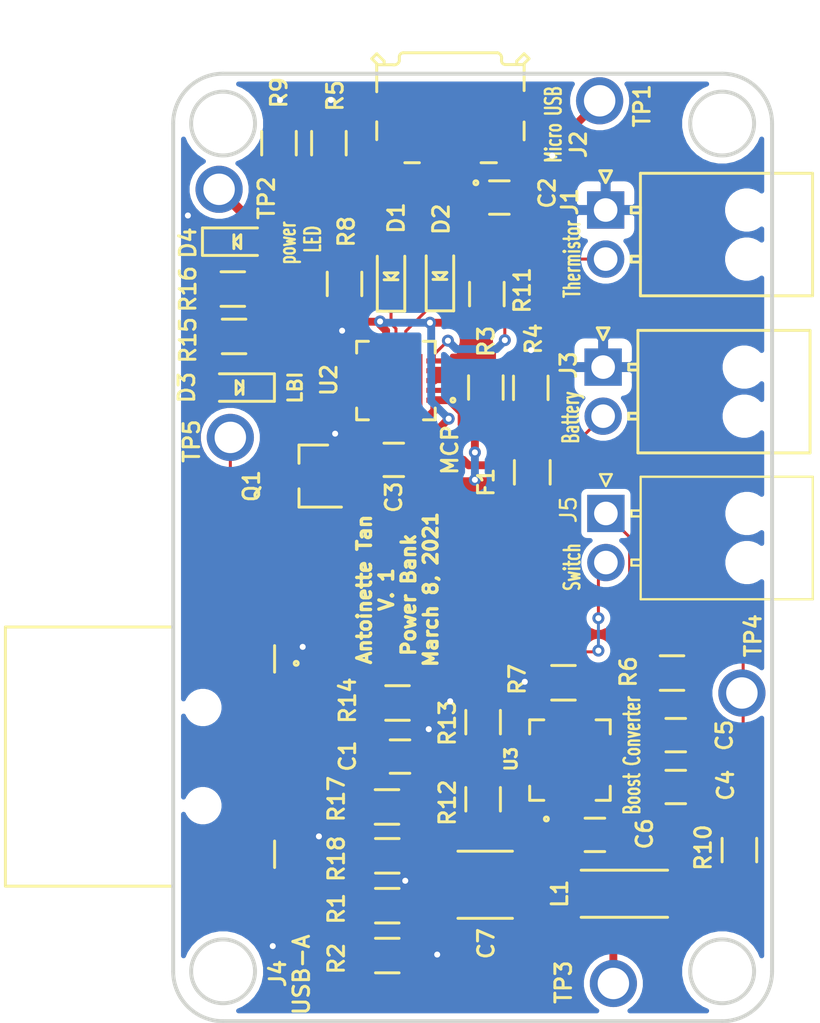
<source format=kicad_pcb>
(kicad_pcb (version 20171130) (host pcbnew "(5.1.9-0-10_14)")

  (general
    (thickness 1.6)
    (drawings 22)
    (tracks 283)
    (zones 0)
    (modules 44)
    (nets 30)
  )

  (page A4)
  (layers
    (0 F.Cu signal)
    (31 B.Cu signal hide)
    (32 B.Adhes user)
    (33 F.Adhes user)
    (34 B.Paste user)
    (35 F.Paste user)
    (36 B.SilkS user)
    (37 F.SilkS user)
    (38 B.Mask user hide)
    (39 F.Mask user)
    (40 Dwgs.User user)
    (41 Cmts.User user)
    (42 Eco1.User user)
    (43 Eco2.User user)
    (44 Edge.Cuts user)
    (45 Margin user)
    (46 B.CrtYd user)
    (47 F.CrtYd user)
    (48 B.Fab user)
    (49 F.Fab user hide)
  )

  (setup
    (last_trace_width 0.1524)
    (user_trace_width 0.15)
    (user_trace_width 0.25)
    (user_trace_width 0.4)
    (trace_clearance 0.1524)
    (zone_clearance 0.3)
    (zone_45_only no)
    (trace_min 0.15)
    (via_size 0.6096)
    (via_drill 0.3048)
    (via_min_size 0.35)
    (via_min_drill 0.2)
    (user_via 0.8 0.4)
    (uvia_size 0.3)
    (uvia_drill 0.1)
    (uvias_allowed no)
    (uvia_min_size 0.2)
    (uvia_min_drill 0.1)
    (edge_width 0.1)
    (segment_width 0.2)
    (pcb_text_width 0.3)
    (pcb_text_size 1.5 1.5)
    (mod_edge_width 0.15)
    (mod_text_size 1 1)
    (mod_text_width 0.15)
    (pad_size 1.524 1.524)
    (pad_drill 0.762)
    (pad_to_mask_clearance 0)
    (aux_axis_origin 0 0)
    (visible_elements FFFFFF7F)
    (pcbplotparams
      (layerselection 0x010fc_ffffffff)
      (usegerberextensions false)
      (usegerberattributes true)
      (usegerberadvancedattributes true)
      (creategerberjobfile true)
      (excludeedgelayer true)
      (linewidth 0.100000)
      (plotframeref false)
      (viasonmask false)
      (mode 1)
      (useauxorigin false)
      (hpglpennumber 1)
      (hpglpenspeed 20)
      (hpglpendiameter 15.000000)
      (psnegative false)
      (psa4output false)
      (plotreference true)
      (plotvalue true)
      (plotinvisibletext false)
      (padsonsilk false)
      (subtractmaskfromsilk false)
      (outputformat 1)
      (mirror false)
      (drillshape 0)
      (scaleselection 1)
      (outputdirectory "Gerb_new/"))
  )

  (net 0 "")
  (net 1 GND)
  (net 2 +5V)
  (net 3 VBUS)
  (net 4 /Battery+)
  (net 5 +BATT)
  (net 6 "Net-(D1-Pad1)")
  (net 7 "Net-(D1-Pad2)")
  (net 8 "Net-(D2-Pad2)")
  (net 9 "Net-(D2-Pad1)")
  (net 10 "Net-(D3-Pad1)")
  (net 11 "Net-(D3-Pad2)")
  (net 12 "Net-(D4-Pad2)")
  (net 13 "Net-(F1-Pad1)")
  (net 14 /16KThermistor)
  (net 15 "Net-(J2-Pad4)")
  (net 16 "Net-(J2-Pad3)")
  (net 17 "Net-(J2-Pad2)")
  (net 18 "Net-(J4-Pad03)")
  (net 19 "Net-(J4-Pad02)")
  (net 20 "Net-(Q1-Pad1)")
  (net 21 "Net-(R3-Pad2)")
  (net 22 "Net-(R5-Pad1)")
  (net 23 "Net-(R6-Pad2)")
  (net 24 "Net-(R9-Pad1)")
  (net 25 "Net-(R12-Pad2)")
  (net 26 "Net-(U2-Pad6)")
  (net 27 "Net-(L1-Pad2)")
  (net 28 "Net-(J5-Pad1)")
  (net 29 /switch)

  (net_class Default "This is the default net class."
    (clearance 0.1524)
    (trace_width 0.1524)
    (via_dia 0.6096)
    (via_drill 0.3048)
    (uvia_dia 0.3)
    (uvia_drill 0.1)
    (add_net +5V)
    (add_net +BATT)
    (add_net /16KThermistor)
    (add_net /Battery+)
    (add_net /switch)
    (add_net GND)
    (add_net "Net-(D1-Pad1)")
    (add_net "Net-(D1-Pad2)")
    (add_net "Net-(D2-Pad1)")
    (add_net "Net-(D2-Pad2)")
    (add_net "Net-(D3-Pad1)")
    (add_net "Net-(D3-Pad2)")
    (add_net "Net-(D4-Pad2)")
    (add_net "Net-(F1-Pad1)")
    (add_net "Net-(J2-Pad2)")
    (add_net "Net-(J2-Pad3)")
    (add_net "Net-(J2-Pad4)")
    (add_net "Net-(J4-Pad02)")
    (add_net "Net-(J4-Pad03)")
    (add_net "Net-(J5-Pad1)")
    (add_net "Net-(L1-Pad2)")
    (add_net "Net-(Q1-Pad1)")
    (add_net "Net-(R12-Pad2)")
    (add_net "Net-(R3-Pad2)")
    (add_net "Net-(R5-Pad1)")
    (add_net "Net-(R6-Pad2)")
    (add_net "Net-(R9-Pad1)")
    (add_net "Net-(U2-Pad6)")
    (add_net VBUS)
  )

  (module footprints:R_0805_OEM (layer F.Cu) (tedit 5C3D844D) (tstamp 602B1F8F)
    (at 73.2155 43.1165)
    (descr "Resistor SMD 0805, reflow soldering, Vishay (see dcrcw.pdf)")
    (tags "resistor 0805")
    (path /6036A43B)
    (attr smd)
    (fp_text reference R15 (at -2.3495 0.1905 90) (layer F.SilkS)
      (effects (font (size 0.8 0.8) (thickness 0.15)))
    )
    (fp_text value R_330 (at 0 1.75) (layer F.Fab) hide
      (effects (font (size 1 1) (thickness 0.15)))
    )
    (fp_line (start 1.55 0.9) (end -1.55 0.9) (layer F.CrtYd) (width 0.05))
    (fp_line (start 1.55 0.9) (end 1.55 -0.9) (layer F.CrtYd) (width 0.05))
    (fp_line (start -1.55 -0.9) (end -1.55 0.9) (layer F.CrtYd) (width 0.05))
    (fp_line (start -1.55 -0.9) (end 1.55 -0.9) (layer F.CrtYd) (width 0.05))
    (fp_line (start -0.6 -0.88) (end 0.6 -0.88) (layer F.SilkS) (width 0.15))
    (fp_line (start 0.6 0.88) (end -0.6 0.88) (layer F.SilkS) (width 0.15))
    (fp_line (start -1 -0.62) (end 1 -0.62) (layer F.Fab) (width 0.1))
    (fp_line (start 1 -0.62) (end 1 0.62) (layer F.Fab) (width 0.1))
    (fp_line (start 1 0.62) (end -1 0.62) (layer F.Fab) (width 0.1))
    (fp_line (start -1 0.62) (end -1 -0.62) (layer F.Fab) (width 0.1))
    (pad 2 smd rect (at 0.95 0) (size 0.7 1.3) (layers F.Cu F.Paste F.Mask)
      (net 11 "Net-(D3-Pad2)"))
    (pad 1 smd rect (at -0.95 0) (size 0.7 1.3) (layers F.Cu F.Paste F.Mask)
      (net 2 +5V))
    (model ${LOCAL_DIR}/OEM_Preferred_Parts/3DModels/R_0805_OEM/res0805.step
      (at (xyz 0 0 0))
      (scale (xyz 1 1 1))
      (rotate (xyz 0 0 0))
    )
    (model ${LOCAL_DIR}/OEM_Preferred_Parts/3DModels/R_0805_OEM/res0805.step
      (at (xyz 0 0 0))
      (scale (xyz 1 1 1))
      (rotate (xyz 0 0 0))
    )
  )

  (module footprints:R_0805_OEM (layer F.Cu) (tedit 5C3D844D) (tstamp 602B1F7F)
    (at 81.534 61.7855)
    (descr "Resistor SMD 0805, reflow soldering, Vishay (see dcrcw.pdf)")
    (tags "resistor 0805")
    (path /5F943142)
    (attr smd)
    (fp_text reference R14 (at -2.54 -0.127 90) (layer F.SilkS)
      (effects (font (size 0.8 0.8) (thickness 0.15)))
    )
    (fp_text value R_10K (at 0 1.75) (layer F.Fab) hide
      (effects (font (size 1 1) (thickness 0.15)))
    )
    (fp_line (start 1.55 0.9) (end -1.55 0.9) (layer F.CrtYd) (width 0.05))
    (fp_line (start 1.55 0.9) (end 1.55 -0.9) (layer F.CrtYd) (width 0.05))
    (fp_line (start -1.55 -0.9) (end -1.55 0.9) (layer F.CrtYd) (width 0.05))
    (fp_line (start -1.55 -0.9) (end 1.55 -0.9) (layer F.CrtYd) (width 0.05))
    (fp_line (start -0.6 -0.88) (end 0.6 -0.88) (layer F.SilkS) (width 0.15))
    (fp_line (start 0.6 0.88) (end -0.6 0.88) (layer F.SilkS) (width 0.15))
    (fp_line (start -1 -0.62) (end 1 -0.62) (layer F.Fab) (width 0.1))
    (fp_line (start 1 -0.62) (end 1 0.62) (layer F.Fab) (width 0.1))
    (fp_line (start 1 0.62) (end -1 0.62) (layer F.Fab) (width 0.1))
    (fp_line (start -1 0.62) (end -1 -0.62) (layer F.Fab) (width 0.1))
    (pad 2 smd rect (at 0.95 0) (size 0.7 1.3) (layers F.Cu F.Paste F.Mask)
      (net 20 "Net-(Q1-Pad1)"))
    (pad 1 smd rect (at -0.95 0) (size 0.7 1.3) (layers F.Cu F.Paste F.Mask)
      (net 2 +5V))
    (model ${LOCAL_DIR}/OEM_Preferred_Parts/3DModels/R_0805_OEM/res0805.step
      (at (xyz 0 0 0))
      (scale (xyz 1 1 1))
      (rotate (xyz 0 0 0))
    )
    (model ${LOCAL_DIR}/OEM_Preferred_Parts/3DModels/R_0805_OEM/res0805.step
      (at (xyz 0 0 0))
      (scale (xyz 1 1 1))
      (rotate (xyz 0 0 0))
    )
  )

  (module footprints:R_0805_OEM (layer F.Cu) (tedit 5C3D844D) (tstamp 602B1E9D)
    (at 95.504 60.2615 180)
    (descr "Resistor SMD 0805, reflow soldering, Vishay (see dcrcw.pdf)")
    (tags "resistor 0805")
    (path /5FC80133)
    (attr smd)
    (fp_text reference R6 (at 2.2225 0.0635 90) (layer F.SilkS)
      (effects (font (size 0.8 0.8) (thickness 0.15)))
    )
    (fp_text value R_1.87M (at 0 1.75) (layer F.Fab) hide
      (effects (font (size 1 1) (thickness 0.15)))
    )
    (fp_line (start 1.55 0.9) (end -1.55 0.9) (layer F.CrtYd) (width 0.05))
    (fp_line (start 1.55 0.9) (end 1.55 -0.9) (layer F.CrtYd) (width 0.05))
    (fp_line (start -1.55 -0.9) (end -1.55 0.9) (layer F.CrtYd) (width 0.05))
    (fp_line (start -1.55 -0.9) (end 1.55 -0.9) (layer F.CrtYd) (width 0.05))
    (fp_line (start -0.6 -0.88) (end 0.6 -0.88) (layer F.SilkS) (width 0.15))
    (fp_line (start 0.6 0.88) (end -0.6 0.88) (layer F.SilkS) (width 0.15))
    (fp_line (start -1 -0.62) (end 1 -0.62) (layer F.Fab) (width 0.1))
    (fp_line (start 1 -0.62) (end 1 0.62) (layer F.Fab) (width 0.1))
    (fp_line (start 1 0.62) (end -1 0.62) (layer F.Fab) (width 0.1))
    (fp_line (start -1 0.62) (end -1 -0.62) (layer F.Fab) (width 0.1))
    (pad 2 smd rect (at 0.95 0 180) (size 0.7 1.3) (layers F.Cu F.Paste F.Mask)
      (net 23 "Net-(R6-Pad2)"))
    (pad 1 smd rect (at -0.95 0 180) (size 0.7 1.3) (layers F.Cu F.Paste F.Mask)
      (net 5 +BATT))
    (model ${LOCAL_DIR}/OEM_Preferred_Parts/3DModels/R_0805_OEM/res0805.step
      (at (xyz 0 0 0))
      (scale (xyz 1 1 1))
      (rotate (xyz 0 0 0))
    )
    (model ${LOCAL_DIR}/OEM_Preferred_Parts/3DModels/R_0805_OEM/res0805.step
      (at (xyz 0 0 0))
      (scale (xyz 1 1 1))
      (rotate (xyz 0 0 0))
    )
  )

  (module footprints:tp_1.6mm (layer F.Cu) (tedit 5BB571C0) (tstamp 5FB055CD)
    (at 91.821 31.115 270)
    (path /5F936478)
    (fp_text reference TP1 (at 0.254 -2.159 90) (layer F.SilkS)
      (effects (font (size 0.8 0.8) (thickness 0.15)))
    )
    (fp_text value TP (at -0.1524 -0.5 90) (layer F.Fab)
      (effects (font (size 1 1) (thickness 0.15)))
    )
    (pad 1 thru_hole circle (at 0 0 270) (size 2.4 2.4) (drill 1.6) (layers *.Cu *.Mask)
      (net 3 VBUS))
  )

  (module footprints:MCP73871T (layer F.Cu) (tedit 5F727E3E) (tstamp 5FB05620)
    (at 81.453799 45.3644 180)
    (path /5F9E9E16)
    (fp_text reference U2 (at 3.412299 0.0254 90) (layer F.SilkS)
      (effects (font (size 0.8 0.8) (thickness 0.15)))
    )
    (fp_text value MCP73871T-2CCI_ML (at 7.666799 4.7244) (layer F.Fab)
      (effects (font (size 0.48 0.48) (thickness 0.015)))
    )
    (fp_line (start -2 2) (end -2 -2) (layer F.Fab) (width 0.127))
    (fp_line (start -2 -2) (end 2 -2) (layer F.Fab) (width 0.127))
    (fp_line (start 2 -2) (end 2 2) (layer F.Fab) (width 0.127))
    (fp_line (start 2 2) (end -2 2) (layer F.Fab) (width 0.127))
    (fp_line (start -1.4 -2) (end -2 -2) (layer F.SilkS) (width 0.15))
    (fp_line (start -2 -2) (end -2 -1.4) (layer F.SilkS) (width 0.15))
    (fp_line (start 1.4 -2) (end 2 -2) (layer F.SilkS) (width 0.15))
    (fp_line (start 2 -2) (end 2 -1.4) (layer F.SilkS) (width 0.15))
    (fp_line (start -2 1.4) (end -2 2) (layer F.SilkS) (width 0.15))
    (fp_line (start -2 2) (end -1.4 2) (layer F.SilkS) (width 0.15))
    (fp_line (start 1.4 2) (end 2 2) (layer F.SilkS) (width 0.15))
    (fp_line (start 2 2) (end 2 1.4) (layer F.SilkS) (width 0.15))
    (fp_line (start -2.25 -2.25) (end -1.38 -2.25) (layer F.CrtYd) (width 0.05))
    (fp_line (start -1.38 -2.25) (end -1.38 -2.61) (layer F.CrtYd) (width 0.05))
    (fp_line (start -1.38 -2.61) (end 1.38 -2.61) (layer F.CrtYd) (width 0.05))
    (fp_line (start 1.38 -2.61) (end 1.38 -2.25) (layer F.CrtYd) (width 0.05))
    (fp_line (start 1.38 -2.25) (end 2.25 -2.25) (layer F.CrtYd) (width 0.05))
    (fp_line (start -2.25 2.25) (end -2.25 1.38) (layer F.CrtYd) (width 0.05))
    (fp_line (start -2.25 1.38) (end -2.61 1.38) (layer F.CrtYd) (width 0.05))
    (fp_line (start -2.61 1.38) (end -2.61 -1.38) (layer F.CrtYd) (width 0.05))
    (fp_line (start -2.61 -1.38) (end -2.25 -1.38) (layer F.CrtYd) (width 0.05))
    (fp_line (start -2.25 -1.38) (end -2.25 -2.25) (layer F.CrtYd) (width 0.05))
    (fp_line (start 2.25 2.25) (end 1.38 2.25) (layer F.CrtYd) (width 0.05))
    (fp_line (start 1.38 2.25) (end 1.38 2.61) (layer F.CrtYd) (width 0.05))
    (fp_line (start 1.38 2.61) (end -1.38 2.61) (layer F.CrtYd) (width 0.05))
    (fp_line (start -1.38 2.61) (end -1.38 2.25) (layer F.CrtYd) (width 0.05))
    (fp_line (start -1.38 2.25) (end -2.25 2.25) (layer F.CrtYd) (width 0.05))
    (fp_line (start 2.25 -2.25) (end 2.25 -1.38) (layer F.CrtYd) (width 0.05))
    (fp_line (start 2.25 -1.38) (end 2.61 -1.38) (layer F.CrtYd) (width 0.05))
    (fp_line (start 2.61 -1.38) (end 2.61 1.38) (layer F.CrtYd) (width 0.05))
    (fp_line (start 2.61 1.38) (end 2.25 1.38) (layer F.CrtYd) (width 0.05))
    (fp_line (start 2.25 1.38) (end 2.25 2.25) (layer F.CrtYd) (width 0.05))
    (fp_circle (center -2.9 -1) (end -2.8 -1) (layer F.Fab) (width 0.2))
    (fp_circle (center -2.9 -1) (end -2.8 -1) (layer F.SilkS) (width 0.15))
    (fp_poly (pts (xy -1.09 -1.09) (xy -0.13 -1.09) (xy -0.13 -0.13) (xy -1.09 -0.13)) (layer F.Paste) (width 0.01))
    (fp_poly (pts (xy 0.13 -1.09) (xy 1.09 -1.09) (xy 1.09 -0.13) (xy 0.13 -0.13)) (layer F.Paste) (width 0.01))
    (fp_poly (pts (xy 0.13 0.13) (xy 1.09 0.13) (xy 1.09 1.09) (xy 0.13 1.09)) (layer F.Paste) (width 0.01))
    (fp_poly (pts (xy -1.09 0.13) (xy -0.13 0.13) (xy -0.13 1.09) (xy -1.09 1.09)) (layer F.Paste) (width 0.01))
    (pad 21 smd rect (at 0 0 180) (size 2.7 2.7) (layers F.Cu F.Mask)
      (net 1 GND))
    (pad 20 smd rect (at -1 -1.955 180) (size 0.26 0.81) (layers F.Cu F.Paste F.Mask)
      (net 5 +BATT))
    (pad 19 smd rect (at -0.5 -1.955 180) (size 0.26 0.81) (layers F.Cu F.Paste F.Mask)
      (net 3 VBUS))
    (pad 18 smd rect (at 0 -1.955 180) (size 0.26 0.81) (layers F.Cu F.Paste F.Mask)
      (net 3 VBUS))
    (pad 17 smd rect (at 0.5 -1.955 180) (size 0.26 0.81) (layers F.Cu F.Paste F.Mask)
      (net 3 VBUS))
    (pad 16 smd rect (at 1 -1.955 180) (size 0.26 0.81) (layers F.Cu F.Paste F.Mask)
      (net 4 /Battery+))
    (pad 15 smd rect (at 1.955 -1 180) (size 0.81 0.26) (layers F.Cu F.Paste F.Mask)
      (net 4 /Battery+))
    (pad 14 smd rect (at 1.955 -0.5 180) (size 0.81 0.26) (layers F.Cu F.Paste F.Mask)
      (net 4 /Battery+))
    (pad 13 smd rect (at 1.955 0 180) (size 0.81 0.26) (layers F.Cu F.Paste F.Mask)
      (net 24 "Net-(R9-Pad1)"))
    (pad 12 smd rect (at 1.955 0.5 180) (size 0.81 0.26) (layers F.Cu F.Paste F.Mask)
      (net 22 "Net-(R5-Pad1)"))
    (pad 11 smd rect (at 1.955 1 180) (size 0.81 0.26) (layers F.Cu F.Paste F.Mask)
      (net 1 GND))
    (pad 10 smd rect (at 1 1.955 180) (size 0.26 0.81) (layers F.Cu F.Paste F.Mask)
      (net 1 GND))
    (pad 9 smd rect (at 0.5 1.955 180) (size 0.26 0.81) (layers F.Cu F.Paste F.Mask)
      (net 3 VBUS))
    (pad 8 smd rect (at 0 1.955 180) (size 0.26 0.81) (layers F.Cu F.Paste F.Mask)
      (net 6 "Net-(D1-Pad1)"))
    (pad 7 smd rect (at -0.5 1.955 180) (size 0.26 0.81) (layers F.Cu F.Paste F.Mask)
      (net 9 "Net-(D2-Pad1)"))
    (pad 6 smd rect (at -1 1.955 180) (size 0.26 0.81) (layers F.Cu F.Paste F.Mask)
      (net 26 "Net-(U2-Pad6)"))
    (pad 5 smd rect (at -1.955 1 180) (size 0.81 0.26) (layers F.Cu F.Paste F.Mask)
      (net 14 /16KThermistor))
    (pad 4 smd rect (at -1.955 0.5 180) (size 0.81 0.26) (layers F.Cu F.Paste F.Mask)
      (net 3 VBUS))
    (pad 3 smd rect (at -1.955 0 180) (size 0.81 0.26) (layers F.Cu F.Paste F.Mask)
      (net 3 VBUS))
    (pad 2 smd rect (at -1.955 -0.5 180) (size 0.81 0.26) (layers F.Cu F.Paste F.Mask)
      (net 21 "Net-(R3-Pad2)"))
    (pad 1 smd rect (at -1.955 -1 180) (size 0.81 0.26) (layers F.Cu F.Paste F.Mask)
      (net 5 +BATT))
  )

  (module footprints:R_0805_OEM (layer F.Cu) (tedit 5C3D844D) (tstamp 5FB05558)
    (at 86.0806 40.96 90)
    (descr "Resistor SMD 0805, reflow soldering, Vishay (see dcrcw.pdf)")
    (tags "resistor 0805")
    (path /5F9FB8C1)
    (attr smd)
    (fp_text reference R11 (at 0.193 1.8034 90) (layer F.SilkS)
      (effects (font (size 0.8 0.8) (thickness 0.15)))
    )
    (fp_text value R_1K (at 0 1.75 90) (layer F.Fab) hide
      (effects (font (size 1 1) (thickness 0.15)))
    )
    (fp_line (start -1 0.62) (end -1 -0.62) (layer F.Fab) (width 0.1))
    (fp_line (start 1 0.62) (end -1 0.62) (layer F.Fab) (width 0.1))
    (fp_line (start 1 -0.62) (end 1 0.62) (layer F.Fab) (width 0.1))
    (fp_line (start -1 -0.62) (end 1 -0.62) (layer F.Fab) (width 0.1))
    (fp_line (start 0.6 0.88) (end -0.6 0.88) (layer F.SilkS) (width 0.15))
    (fp_line (start -0.6 -0.88) (end 0.6 -0.88) (layer F.SilkS) (width 0.15))
    (fp_line (start -1.55 -0.9) (end 1.55 -0.9) (layer F.CrtYd) (width 0.05))
    (fp_line (start -1.55 -0.9) (end -1.55 0.9) (layer F.CrtYd) (width 0.05))
    (fp_line (start 1.55 0.9) (end 1.55 -0.9) (layer F.CrtYd) (width 0.05))
    (fp_line (start 1.55 0.9) (end -1.55 0.9) (layer F.CrtYd) (width 0.05))
    (pad 2 smd rect (at 0.95 0 90) (size 0.7 1.3) (layers F.Cu F.Paste F.Mask)
      (net 8 "Net-(D2-Pad2)"))
    (pad 1 smd rect (at -0.95 0 90) (size 0.7 1.3) (layers F.Cu F.Paste F.Mask)
      (net 3 VBUS))
    (model ${LOCAL_DIR}/OEM_Preferred_Parts/3DModels/R_0805_OEM/res0805.step
      (at (xyz 0 0 0))
      (scale (xyz 1 1 1))
      (rotate (xyz 0 0 0))
    )
    (model ${LOCAL_DIR}/OEM_Preferred_Parts/3DModels/R_0805_OEM/res0805.step
      (at (xyz 0 0 0))
      (scale (xyz 1 1 1))
      (rotate (xyz 0 0 0))
    )
  )

  (module footprints:R_0805_OEM (layer F.Cu) (tedit 5C3D844D) (tstamp 5FB054F8)
    (at 78.0415 33.274 90)
    (descr "Resistor SMD 0805, reflow soldering, Vishay (see dcrcw.pdf)")
    (tags "resistor 0805")
    (path /5FA06FD7)
    (attr smd)
    (fp_text reference R5 (at 2.413 0.3175 90) (layer F.SilkS)
      (effects (font (size 0.8 0.8) (thickness 0.15)))
    )
    (fp_text value R_100K (at 0 1.75 90) (layer F.Fab) hide
      (effects (font (size 1 1) (thickness 0.15)))
    )
    (fp_line (start 1.55 0.9) (end -1.55 0.9) (layer F.CrtYd) (width 0.05))
    (fp_line (start 1.55 0.9) (end 1.55 -0.9) (layer F.CrtYd) (width 0.05))
    (fp_line (start -1.55 -0.9) (end -1.55 0.9) (layer F.CrtYd) (width 0.05))
    (fp_line (start -1.55 -0.9) (end 1.55 -0.9) (layer F.CrtYd) (width 0.05))
    (fp_line (start -0.6 -0.88) (end 0.6 -0.88) (layer F.SilkS) (width 0.15))
    (fp_line (start 0.6 0.88) (end -0.6 0.88) (layer F.SilkS) (width 0.15))
    (fp_line (start -1 -0.62) (end 1 -0.62) (layer F.Fab) (width 0.1))
    (fp_line (start 1 -0.62) (end 1 0.62) (layer F.Fab) (width 0.1))
    (fp_line (start 1 0.62) (end -1 0.62) (layer F.Fab) (width 0.1))
    (fp_line (start -1 0.62) (end -1 -0.62) (layer F.Fab) (width 0.1))
    (pad 1 smd rect (at -0.95 0 90) (size 0.7 1.3) (layers F.Cu F.Paste F.Mask)
      (net 22 "Net-(R5-Pad1)"))
    (pad 2 smd rect (at 0.95 0 90) (size 0.7 1.3) (layers F.Cu F.Paste F.Mask)
      (net 1 GND))
    (model ${LOCAL_DIR}/OEM_Preferred_Parts/3DModels/R_0805_OEM/res0805.step
      (at (xyz 0 0 0))
      (scale (xyz 1 1 1))
      (rotate (xyz 0 0 0))
    )
    (model ${LOCAL_DIR}/OEM_Preferred_Parts/3DModels/R_0805_OEM/res0805.step
      (at (xyz 0 0 0))
      (scale (xyz 1 1 1))
      (rotate (xyz 0 0 0))
    )
  )

  (module footprints:TPS61090RSAR (layer F.Cu) (tedit 5FB71EA7) (tstamp 5FB05658)
    (at 90.3097 64.6938 90)
    (path /5F93A0E2)
    (fp_text reference U3 (at 0.0508 -2.9972 90) (layer F.SilkS)
      (effects (font (size 0.6 0.6) (thickness 0.15)))
    )
    (fp_text value TPS61090RSAR (at 0.5588 9.7536 90) (layer F.Fab)
      (effects (font (size 1.00111 1.00111) (thickness 0.015)))
    )
    (fp_circle (center -3 -1.2) (end -2.9 -1.2) (layer F.Fab) (width 0.2))
    (fp_circle (center -3 -1.2) (end -2.9 -1.2) (layer F.SilkS) (width 0.15))
    (fp_poly (pts (xy -0.853372 -0.853) (xy 0.853 -0.853) (xy 0.853 0.853372) (xy -0.853372 0.853372)) (layer F.Paste) (width 0.01))
    (fp_line (start -2.05 -2.05) (end -2.05 2.05) (layer F.Fab) (width 0.127))
    (fp_line (start 2.05 -2.05) (end -2.05 -2.05) (layer F.Fab) (width 0.127))
    (fp_line (start 2.05 2.05) (end 2.05 -2.05) (layer F.Fab) (width 0.127))
    (fp_line (start -2.05 2.05) (end 2.05 2.05) (layer F.Fab) (width 0.127))
    (fp_line (start -2.05 1.33) (end -2.05 2.05) (layer F.SilkS) (width 0.15))
    (fp_line (start -2.05 -2.05) (end -2.05 -1.33) (layer F.SilkS) (width 0.15))
    (fp_line (start 2.05 -2.05) (end 1.33 -2.05) (layer F.SilkS) (width 0.15))
    (fp_line (start 2.05 2.05) (end 2.05 1.33) (layer F.SilkS) (width 0.15))
    (fp_line (start -2.05 2.05) (end -1.33 2.05) (layer F.SilkS) (width 0.15))
    (fp_line (start -1.33 -2.05) (end -2.05 -2.05) (layer F.SilkS) (width 0.15))
    (fp_line (start 1.33 2.05) (end 2.05 2.05) (layer F.SilkS) (width 0.15))
    (fp_line (start 2.05 -1.33) (end 2.05 -2.05) (layer F.SilkS) (width 0.15))
    (pad 1 smd rect (at -1.955 -0.975 90) (size 0.81 0.34) (layers F.Cu F.Paste F.Mask)
      (net 2 +5V))
    (pad 2 smd rect (at -1.955 -0.325 90) (size 0.81 0.34) (layers F.Cu F.Paste F.Mask))
    (pad 3 smd rect (at -1.955 0.325 90) (size 0.81 0.34) (layers F.Cu F.Paste F.Mask)
      (net 27 "Net-(L1-Pad2)"))
    (pad 4 smd rect (at -1.955 0.975 90) (size 0.81 0.34) (layers F.Cu F.Paste F.Mask)
      (net 27 "Net-(L1-Pad2)"))
    (pad 5 smd rect (at -0.975 1.955 90) (size 0.34 0.81) (layers F.Cu F.Paste F.Mask)
      (net 1 GND))
    (pad 6 smd rect (at -0.325 1.955 90) (size 0.34 0.81) (layers F.Cu F.Paste F.Mask)
      (net 1 GND))
    (pad 7 smd rect (at 0.325 1.955 90) (size 0.34 0.81) (layers F.Cu F.Paste F.Mask)
      (net 1 GND))
    (pad 8 smd rect (at 0.975 1.955 90) (size 0.34 0.81) (layers F.Cu F.Paste F.Mask)
      (net 5 +BATT))
    (pad 9 smd rect (at 1.955 0.975 90) (size 0.81 0.34) (layers F.Cu F.Paste F.Mask)
      (net 23 "Net-(R6-Pad2)"))
    (pad 10 smd rect (at 1.955 0.325 90) (size 0.81 0.34) (layers F.Cu F.Paste F.Mask)
      (net 1 GND))
    (pad 11 smd rect (at 1.955 -0.325 90) (size 0.81 0.34) (layers F.Cu F.Paste F.Mask)
      (net 29 /switch))
    (pad 12 smd rect (at 1.955 -0.975 90) (size 0.81 0.34) (layers F.Cu F.Paste F.Mask)
      (net 20 "Net-(Q1-Pad1)"))
    (pad 13 smd rect (at 0.975 -1.955 90) (size 0.34 0.81) (layers F.Cu F.Paste F.Mask)
      (net 1 GND))
    (pad 14 smd rect (at 0.325 -1.955 90) (size 0.34 0.81) (layers F.Cu F.Paste F.Mask)
      (net 25 "Net-(R12-Pad2)"))
    (pad 15 smd rect (at -0.325 -1.955 90) (size 0.34 0.81) (layers F.Cu F.Paste F.Mask)
      (net 2 +5V))
    (pad 16 smd rect (at -0.975 -1.955 90) (size 0.34 0.81) (layers F.Cu F.Paste F.Mask)
      (net 2 +5V))
    (pad 17 smd rect (at 0 0 90) (size 2.7 2.7) (layers F.Cu F.Mask)
      (net 1 GND))
  )

  (module footprints:C_0805_OEM (layer F.Cu) (tedit 5C3D8347) (tstamp 5FB05335)
    (at 81.661 64.516)
    (descr "Capacitor SMD 0805, reflow soldering, AVX (see smccp.pdf)")
    (tags "capacitor 0805")
    (path /5F924127)
    (attr smd)
    (fp_text reference C1 (at -2.6703 -0.0254 90) (layer F.SilkS)
      (effects (font (size 0.8 0.8) (thickness 0.15)))
    )
    (fp_text value C_10uF (at 0 1.75) (layer F.Fab) hide
      (effects (font (size 1 1) (thickness 0.15)))
    )
    (fp_line (start -1 0.62) (end -1 -0.62) (layer F.Fab) (width 0.1))
    (fp_line (start 1 0.62) (end -1 0.62) (layer F.Fab) (width 0.1))
    (fp_line (start 1 -0.62) (end 1 0.62) (layer F.Fab) (width 0.1))
    (fp_line (start -1 -0.62) (end 1 -0.62) (layer F.Fab) (width 0.1))
    (fp_line (start 0.5 -0.85) (end -0.5 -0.85) (layer F.SilkS) (width 0.15))
    (fp_line (start -0.5 0.85) (end 0.5 0.85) (layer F.SilkS) (width 0.15))
    (fp_line (start -1.75 -0.88) (end 1.75 -0.88) (layer F.CrtYd) (width 0.05))
    (fp_line (start -1.75 -0.88) (end -1.75 0.87) (layer F.CrtYd) (width 0.05))
    (fp_line (start 1.75 0.87) (end 1.75 -0.88) (layer F.CrtYd) (width 0.05))
    (fp_line (start 1.75 0.87) (end -1.75 0.87) (layer F.CrtYd) (width 0.05))
    (pad 2 smd rect (at 1 0) (size 1 1.25) (layers F.Cu F.Paste F.Mask)
      (net 1 GND))
    (pad 1 smd rect (at -1 0) (size 1 1.25) (layers F.Cu F.Paste F.Mask)
      (net 2 +5V))
    (model ${LOCAL_DIR}/OEM_Preferred_Parts/3DModels/C_0805_OEM/C_0805.step
      (at (xyz 0 0 0))
      (scale (xyz 1 1 1))
      (rotate (xyz 0 0 0))
    )
    (model ${LOCAL_DIR}/OEM_Preferred_Parts/3DModels/C_0805_OEM/C_0805.step
      (at (xyz 0 0 0))
      (scale (xyz 1 1 1))
      (rotate (xyz 0 0 0))
    )
  )

  (module footprints:C_0805_OEM (layer F.Cu) (tedit 5C3D8347) (tstamp 5FB05345)
    (at 86.7156 36.0426)
    (descr "Capacitor SMD 0805, reflow soldering, AVX (see smccp.pdf)")
    (tags "capacitor 0805")
    (path /5F92E826)
    (attr smd)
    (fp_text reference C2 (at 2.4384 -0.2286 90) (layer F.SilkS)
      (effects (font (size 0.8 0.8) (thickness 0.15)))
    )
    (fp_text value C_10uF (at 0 1.75) (layer F.Fab) hide
      (effects (font (size 1 1) (thickness 0.15)))
    )
    (fp_line (start 1.75 0.87) (end -1.75 0.87) (layer F.CrtYd) (width 0.05))
    (fp_line (start 1.75 0.87) (end 1.75 -0.88) (layer F.CrtYd) (width 0.05))
    (fp_line (start -1.75 -0.88) (end -1.75 0.87) (layer F.CrtYd) (width 0.05))
    (fp_line (start -1.75 -0.88) (end 1.75 -0.88) (layer F.CrtYd) (width 0.05))
    (fp_line (start -0.5 0.85) (end 0.5 0.85) (layer F.SilkS) (width 0.15))
    (fp_line (start 0.5 -0.85) (end -0.5 -0.85) (layer F.SilkS) (width 0.15))
    (fp_line (start -1 -0.62) (end 1 -0.62) (layer F.Fab) (width 0.1))
    (fp_line (start 1 -0.62) (end 1 0.62) (layer F.Fab) (width 0.1))
    (fp_line (start 1 0.62) (end -1 0.62) (layer F.Fab) (width 0.1))
    (fp_line (start -1 0.62) (end -1 -0.62) (layer F.Fab) (width 0.1))
    (pad 1 smd rect (at -1 0) (size 1 1.25) (layers F.Cu F.Paste F.Mask)
      (net 3 VBUS))
    (pad 2 smd rect (at 1 0) (size 1 1.25) (layers F.Cu F.Paste F.Mask)
      (net 1 GND))
    (model ${LOCAL_DIR}/OEM_Preferred_Parts/3DModels/C_0805_OEM/C_0805.step
      (at (xyz 0 0 0))
      (scale (xyz 1 1 1))
      (rotate (xyz 0 0 0))
    )
    (model ${LOCAL_DIR}/OEM_Preferred_Parts/3DModels/C_0805_OEM/C_0805.step
      (at (xyz 0 0 0))
      (scale (xyz 1 1 1))
      (rotate (xyz 0 0 0))
    )
  )

  (module footprints:C_0805_OEM (layer F.Cu) (tedit 5C3D8347) (tstamp 5FB05355)
    (at 81.3435 49.403 180)
    (descr "Capacitor SMD 0805, reflow soldering, AVX (see smccp.pdf)")
    (tags "capacitor 0805")
    (path /5FA5B66D)
    (attr smd)
    (fp_text reference C3 (at 0 -1.905 90) (layer F.SilkS)
      (effects (font (size 0.8 0.8) (thickness 0.15)))
    )
    (fp_text value C_10nF (at 0 1.75) (layer F.Fab) hide
      (effects (font (size 1 1) (thickness 0.15)))
    )
    (fp_line (start -1 0.62) (end -1 -0.62) (layer F.Fab) (width 0.1))
    (fp_line (start 1 0.62) (end -1 0.62) (layer F.Fab) (width 0.1))
    (fp_line (start 1 -0.62) (end 1 0.62) (layer F.Fab) (width 0.1))
    (fp_line (start -1 -0.62) (end 1 -0.62) (layer F.Fab) (width 0.1))
    (fp_line (start 0.5 -0.85) (end -0.5 -0.85) (layer F.SilkS) (width 0.15))
    (fp_line (start -0.5 0.85) (end 0.5 0.85) (layer F.SilkS) (width 0.15))
    (fp_line (start -1.75 -0.88) (end 1.75 -0.88) (layer F.CrtYd) (width 0.05))
    (fp_line (start -1.75 -0.88) (end -1.75 0.87) (layer F.CrtYd) (width 0.05))
    (fp_line (start 1.75 0.87) (end 1.75 -0.88) (layer F.CrtYd) (width 0.05))
    (fp_line (start 1.75 0.87) (end -1.75 0.87) (layer F.CrtYd) (width 0.05))
    (pad 2 smd rect (at 1 0 180) (size 1 1.25) (layers F.Cu F.Paste F.Mask)
      (net 1 GND))
    (pad 1 smd rect (at -1 0 180) (size 1 1.25) (layers F.Cu F.Paste F.Mask)
      (net 4 /Battery+))
    (model ${LOCAL_DIR}/OEM_Preferred_Parts/3DModels/C_0805_OEM/C_0805.step
      (at (xyz 0 0 0))
      (scale (xyz 1 1 1))
      (rotate (xyz 0 0 0))
    )
    (model ${LOCAL_DIR}/OEM_Preferred_Parts/3DModels/C_0805_OEM/C_0805.step
      (at (xyz 0 0 0))
      (scale (xyz 1 1 1))
      (rotate (xyz 0 0 0))
    )
  )

  (module footprints:C_0805_OEM (layer F.Cu) (tedit 5C3D8347) (tstamp 5FB05365)
    (at 95.6945 66.0654 180)
    (descr "Capacitor SMD 0805, reflow soldering, AVX (see smccp.pdf)")
    (tags "capacitor 0805")
    (path /5F94B212)
    (attr smd)
    (fp_text reference C4 (at -2.54 0.0889 90) (layer F.SilkS)
      (effects (font (size 0.8 0.8) (thickness 0.15)))
    )
    (fp_text value C_10uF (at 0 1.75) (layer F.Fab) hide
      (effects (font (size 1 1) (thickness 0.15)))
    )
    (fp_line (start -1 0.62) (end -1 -0.62) (layer F.Fab) (width 0.1))
    (fp_line (start 1 0.62) (end -1 0.62) (layer F.Fab) (width 0.1))
    (fp_line (start 1 -0.62) (end 1 0.62) (layer F.Fab) (width 0.1))
    (fp_line (start -1 -0.62) (end 1 -0.62) (layer F.Fab) (width 0.1))
    (fp_line (start 0.5 -0.85) (end -0.5 -0.85) (layer F.SilkS) (width 0.15))
    (fp_line (start -0.5 0.85) (end 0.5 0.85) (layer F.SilkS) (width 0.15))
    (fp_line (start -1.75 -0.88) (end 1.75 -0.88) (layer F.CrtYd) (width 0.05))
    (fp_line (start -1.75 -0.88) (end -1.75 0.87) (layer F.CrtYd) (width 0.05))
    (fp_line (start 1.75 0.87) (end 1.75 -0.88) (layer F.CrtYd) (width 0.05))
    (fp_line (start 1.75 0.87) (end -1.75 0.87) (layer F.CrtYd) (width 0.05))
    (pad 2 smd rect (at 1 0 180) (size 1 1.25) (layers F.Cu F.Paste F.Mask)
      (net 1 GND))
    (pad 1 smd rect (at -1 0 180) (size 1 1.25) (layers F.Cu F.Paste F.Mask)
      (net 5 +BATT))
    (model ${LOCAL_DIR}/OEM_Preferred_Parts/3DModels/C_0805_OEM/C_0805.step
      (at (xyz 0 0 0))
      (scale (xyz 1 1 1))
      (rotate (xyz 0 0 0))
    )
    (model ${LOCAL_DIR}/OEM_Preferred_Parts/3DModels/C_0805_OEM/C_0805.step
      (at (xyz 0 0 0))
      (scale (xyz 1 1 1))
      (rotate (xyz 0 0 0))
    )
  )

  (module footprints:C_0805_OEM (layer F.Cu) (tedit 5C3D8347) (tstamp 5FB05375)
    (at 95.6945 63.4238 180)
    (descr "Capacitor SMD 0805, reflow soldering, AVX (see smccp.pdf)")
    (tags "capacitor 0805")
    (path /5F94A827)
    (attr smd)
    (fp_text reference C5 (at -2.4765 -0.0127 90) (layer F.SilkS)
      (effects (font (size 0.8 0.8) (thickness 0.15)))
    )
    (fp_text value C_0.1uF (at 0 1.75) (layer F.Fab) hide
      (effects (font (size 1 1) (thickness 0.15)))
    )
    (fp_line (start 1.75 0.87) (end -1.75 0.87) (layer F.CrtYd) (width 0.05))
    (fp_line (start 1.75 0.87) (end 1.75 -0.88) (layer F.CrtYd) (width 0.05))
    (fp_line (start -1.75 -0.88) (end -1.75 0.87) (layer F.CrtYd) (width 0.05))
    (fp_line (start -1.75 -0.88) (end 1.75 -0.88) (layer F.CrtYd) (width 0.05))
    (fp_line (start -0.5 0.85) (end 0.5 0.85) (layer F.SilkS) (width 0.15))
    (fp_line (start 0.5 -0.85) (end -0.5 -0.85) (layer F.SilkS) (width 0.15))
    (fp_line (start -1 -0.62) (end 1 -0.62) (layer F.Fab) (width 0.1))
    (fp_line (start 1 -0.62) (end 1 0.62) (layer F.Fab) (width 0.1))
    (fp_line (start 1 0.62) (end -1 0.62) (layer F.Fab) (width 0.1))
    (fp_line (start -1 0.62) (end -1 -0.62) (layer F.Fab) (width 0.1))
    (pad 1 smd rect (at -1 0 180) (size 1 1.25) (layers F.Cu F.Paste F.Mask)
      (net 5 +BATT))
    (pad 2 smd rect (at 1 0 180) (size 1 1.25) (layers F.Cu F.Paste F.Mask)
      (net 1 GND))
    (model ${LOCAL_DIR}/OEM_Preferred_Parts/3DModels/C_0805_OEM/C_0805.step
      (at (xyz 0 0 0))
      (scale (xyz 1 1 1))
      (rotate (xyz 0 0 0))
    )
    (model ${LOCAL_DIR}/OEM_Preferred_Parts/3DModels/C_0805_OEM/C_0805.step
      (at (xyz 0 0 0))
      (scale (xyz 1 1 1))
      (rotate (xyz 0 0 0))
    )
  )

  (module footprints:C_0805_OEM (layer F.Cu) (tedit 5C3D8347) (tstamp 5FB05385)
    (at 91.5797 68.5038)
    (descr "Capacitor SMD 0805, reflow soldering, AVX (see smccp.pdf)")
    (tags "capacitor 0805")
    (path /5F912C95)
    (attr smd)
    (fp_text reference C6 (at 2.5273 -0.0508 270) (layer F.SilkS)
      (effects (font (size 0.8 0.8) (thickness 0.15)))
    )
    (fp_text value C_2.2uF (at 0 1.75) (layer F.Fab) hide
      (effects (font (size 1 1) (thickness 0.15)))
    )
    (fp_line (start 1.75 0.87) (end -1.75 0.87) (layer F.CrtYd) (width 0.05))
    (fp_line (start 1.75 0.87) (end 1.75 -0.88) (layer F.CrtYd) (width 0.05))
    (fp_line (start -1.75 -0.88) (end -1.75 0.87) (layer F.CrtYd) (width 0.05))
    (fp_line (start -1.75 -0.88) (end 1.75 -0.88) (layer F.CrtYd) (width 0.05))
    (fp_line (start -0.5 0.85) (end 0.5 0.85) (layer F.SilkS) (width 0.15))
    (fp_line (start 0.5 -0.85) (end -0.5 -0.85) (layer F.SilkS) (width 0.15))
    (fp_line (start -1 -0.62) (end 1 -0.62) (layer F.Fab) (width 0.1))
    (fp_line (start 1 -0.62) (end 1 0.62) (layer F.Fab) (width 0.1))
    (fp_line (start 1 0.62) (end -1 0.62) (layer F.Fab) (width 0.1))
    (fp_line (start -1 0.62) (end -1 -0.62) (layer F.Fab) (width 0.1))
    (pad 1 smd rect (at -1 0) (size 1 1.25) (layers F.Cu F.Paste F.Mask)
      (net 2 +5V))
    (pad 2 smd rect (at 1 0) (size 1 1.25) (layers F.Cu F.Paste F.Mask)
      (net 1 GND))
    (model ${LOCAL_DIR}/OEM_Preferred_Parts/3DModels/C_0805_OEM/C_0805.step
      (at (xyz 0 0 0))
      (scale (xyz 1 1 1))
      (rotate (xyz 0 0 0))
    )
    (model ${LOCAL_DIR}/OEM_Preferred_Parts/3DModels/C_0805_OEM/C_0805.step
      (at (xyz 0 0 0))
      (scale (xyz 1 1 1))
      (rotate (xyz 0 0 0))
    )
  )

  (module footprints:LED_0805_OEM (layer F.Cu) (tedit 5C3D84D8) (tstamp 5FB0539E)
    (at 81.2038 40.0304 90)
    (descr "LED 0805 smd package")
    (tags "LED led 0805 SMD smd SMT smt smdled SMDLED smtled SMTLED")
    (path /5F9F302E)
    (attr smd)
    (fp_text reference D1 (at 2.9464 0.2667 90) (layer F.SilkS)
      (effects (font (size 0.8 0.8) (thickness 0.15)))
    )
    (fp_text value LED_0805_Amber (at 0.508 2.032 90) (layer F.Fab) hide
      (effects (font (size 1 1) (thickness 0.15)))
    )
    (fp_line (start -0.2 0.35) (end -0.2 0) (layer F.SilkS) (width 0.15))
    (fp_line (start -0.2 0) (end -0.2 -0.35) (layer F.SilkS) (width 0.15))
    (fp_line (start 0.15 0.35) (end -0.2 0) (layer F.SilkS) (width 0.15))
    (fp_line (start 0.15 0.3) (end 0.15 0.35) (layer F.SilkS) (width 0.15))
    (fp_line (start 0.15 0.35) (end 0.15 0.3) (layer F.SilkS) (width 0.15))
    (fp_line (start 0.15 -0.35) (end 0.15 0.3) (layer F.SilkS) (width 0.15))
    (fp_line (start 0.1 -0.3) (end 0.15 -0.35) (layer F.SilkS) (width 0.15))
    (fp_line (start -0.2 0) (end 0.1 -0.3) (layer F.SilkS) (width 0.15))
    (fp_line (start -1.8 -0.7) (end -1.8 0.7) (layer F.SilkS) (width 0.15))
    (fp_line (start 1 0.6) (end -1 0.6) (layer F.Fab) (width 0.1))
    (fp_line (start 1 -0.6) (end 1 0.6) (layer F.Fab) (width 0.1))
    (fp_line (start -1 -0.6) (end 1 -0.6) (layer F.Fab) (width 0.1))
    (fp_line (start -1 0.6) (end -1 -0.6) (layer F.Fab) (width 0.1))
    (fp_line (start -1.8 0.7) (end 1 0.7) (layer F.SilkS) (width 0.15))
    (fp_line (start -1.8 -0.7) (end 1 -0.7) (layer F.SilkS) (width 0.15))
    (fp_line (start 1.95 -0.85) (end 1.95 0.85) (layer F.CrtYd) (width 0.05))
    (fp_line (start 1.95 0.85) (end -1.95 0.85) (layer F.CrtYd) (width 0.05))
    (fp_line (start -1.95 0.85) (end -1.95 -0.85) (layer F.CrtYd) (width 0.05))
    (fp_line (start -1.95 -0.85) (end 1.95 -0.85) (layer F.CrtYd) (width 0.05))
    (pad 1 smd rect (at -1.1 0 270) (size 1.2 1.2) (layers F.Cu F.Paste F.Mask)
      (net 6 "Net-(D1-Pad1)"))
    (pad 2 smd rect (at 1.1 0 270) (size 1.2 1.2) (layers F.Cu F.Paste F.Mask)
      (net 7 "Net-(D1-Pad2)"))
    (model "${LOCAL_DIR}/OEM_Preferred_Parts/3DModels/LED_0805/LED 0805 Base GREEN001_sp.wrl"
      (at (xyz 0 0 0))
      (scale (xyz 1 1 1))
      (rotate (xyz 0 0 180))
    )
    (model "${LOCAL_DIR}/OEM_Preferred_Parts/3DModels/LED_0805/LED 0805 Base GREEN001_sp.step"
      (at (xyz 0 0 0))
      (scale (xyz 1 1 1))
      (rotate (xyz 0 0 0))
    )
  )

  (module footprints:LED_0805_OEM (layer F.Cu) (tedit 5C3D84D8) (tstamp 5FB053B7)
    (at 83.693 40.0128 90)
    (descr "LED 0805 smd package")
    (tags "LED led 0805 SMD smd SMT smt smdled SMDLED smtled SMTLED")
    (path /5F9F9473)
    (attr smd)
    (fp_text reference D2 (at 2.8653 0.0635 90) (layer F.SilkS)
      (effects (font (size 0.8 0.8) (thickness 0.15)))
    )
    (fp_text value LED_0805 (at 0.508 2.032 90) (layer F.Fab) hide
      (effects (font (size 1 1) (thickness 0.15)))
    )
    (fp_line (start -1.95 -0.85) (end 1.95 -0.85) (layer F.CrtYd) (width 0.05))
    (fp_line (start -1.95 0.85) (end -1.95 -0.85) (layer F.CrtYd) (width 0.05))
    (fp_line (start 1.95 0.85) (end -1.95 0.85) (layer F.CrtYd) (width 0.05))
    (fp_line (start 1.95 -0.85) (end 1.95 0.85) (layer F.CrtYd) (width 0.05))
    (fp_line (start -1.8 -0.7) (end 1 -0.7) (layer F.SilkS) (width 0.15))
    (fp_line (start -1.8 0.7) (end 1 0.7) (layer F.SilkS) (width 0.15))
    (fp_line (start -1 0.6) (end -1 -0.6) (layer F.Fab) (width 0.1))
    (fp_line (start -1 -0.6) (end 1 -0.6) (layer F.Fab) (width 0.1))
    (fp_line (start 1 -0.6) (end 1 0.6) (layer F.Fab) (width 0.1))
    (fp_line (start 1 0.6) (end -1 0.6) (layer F.Fab) (width 0.1))
    (fp_line (start -1.8 -0.7) (end -1.8 0.7) (layer F.SilkS) (width 0.15))
    (fp_line (start -0.2 0) (end 0.1 -0.3) (layer F.SilkS) (width 0.15))
    (fp_line (start 0.1 -0.3) (end 0.15 -0.35) (layer F.SilkS) (width 0.15))
    (fp_line (start 0.15 -0.35) (end 0.15 0.3) (layer F.SilkS) (width 0.15))
    (fp_line (start 0.15 0.35) (end 0.15 0.3) (layer F.SilkS) (width 0.15))
    (fp_line (start 0.15 0.3) (end 0.15 0.35) (layer F.SilkS) (width 0.15))
    (fp_line (start 0.15 0.35) (end -0.2 0) (layer F.SilkS) (width 0.15))
    (fp_line (start -0.2 0) (end -0.2 -0.35) (layer F.SilkS) (width 0.15))
    (fp_line (start -0.2 0.35) (end -0.2 0) (layer F.SilkS) (width 0.15))
    (pad 2 smd rect (at 1.1 0 270) (size 1.2 1.2) (layers F.Cu F.Paste F.Mask)
      (net 8 "Net-(D2-Pad2)"))
    (pad 1 smd rect (at -1.1 0 270) (size 1.2 1.2) (layers F.Cu F.Paste F.Mask)
      (net 9 "Net-(D2-Pad1)"))
    (model "${LOCAL_DIR}/OEM_Preferred_Parts/3DModels/LED_0805/LED 0805 Base GREEN001_sp.wrl"
      (at (xyz 0 0 0))
      (scale (xyz 1 1 1))
      (rotate (xyz 0 0 180))
    )
    (model "${LOCAL_DIR}/OEM_Preferred_Parts/3DModels/LED_0805/LED 0805 Base GREEN001_sp.step"
      (at (xyz 0 0 0))
      (scale (xyz 1 1 1))
      (rotate (xyz 0 0 0))
    )
  )

  (module footprints:LED_0805_OEM (layer F.Cu) (tedit 5C3D84D8) (tstamp 5FB053D0)
    (at 73.4695 45.72 180)
    (descr "LED 0805 smd package")
    (tags "LED led 0805 SMD smd SMT smt smdled SMDLED smtled SMTLED")
    (path /5F94621C)
    (attr smd)
    (fp_text reference D3 (at 2.667 0 270) (layer F.SilkS)
      (effects (font (size 0.8 0.8) (thickness 0.15)))
    )
    (fp_text value LED_0805 (at 0.508 2.032) (layer F.Fab) hide
      (effects (font (size 1 1) (thickness 0.15)))
    )
    (fp_line (start -0.2 0.35) (end -0.2 0) (layer F.SilkS) (width 0.15))
    (fp_line (start -0.2 0) (end -0.2 -0.35) (layer F.SilkS) (width 0.15))
    (fp_line (start 0.15 0.35) (end -0.2 0) (layer F.SilkS) (width 0.15))
    (fp_line (start 0.15 0.3) (end 0.15 0.35) (layer F.SilkS) (width 0.15))
    (fp_line (start 0.15 0.35) (end 0.15 0.3) (layer F.SilkS) (width 0.15))
    (fp_line (start 0.15 -0.35) (end 0.15 0.3) (layer F.SilkS) (width 0.15))
    (fp_line (start 0.1 -0.3) (end 0.15 -0.35) (layer F.SilkS) (width 0.15))
    (fp_line (start -0.2 0) (end 0.1 -0.3) (layer F.SilkS) (width 0.15))
    (fp_line (start -1.8 -0.7) (end -1.8 0.7) (layer F.SilkS) (width 0.15))
    (fp_line (start 1 0.6) (end -1 0.6) (layer F.Fab) (width 0.1))
    (fp_line (start 1 -0.6) (end 1 0.6) (layer F.Fab) (width 0.1))
    (fp_line (start -1 -0.6) (end 1 -0.6) (layer F.Fab) (width 0.1))
    (fp_line (start -1 0.6) (end -1 -0.6) (layer F.Fab) (width 0.1))
    (fp_line (start -1.8 0.7) (end 1 0.7) (layer F.SilkS) (width 0.15))
    (fp_line (start -1.8 -0.7) (end 1 -0.7) (layer F.SilkS) (width 0.15))
    (fp_line (start 1.95 -0.85) (end 1.95 0.85) (layer F.CrtYd) (width 0.05))
    (fp_line (start 1.95 0.85) (end -1.95 0.85) (layer F.CrtYd) (width 0.05))
    (fp_line (start -1.95 0.85) (end -1.95 -0.85) (layer F.CrtYd) (width 0.05))
    (fp_line (start -1.95 -0.85) (end 1.95 -0.85) (layer F.CrtYd) (width 0.05))
    (pad 1 smd rect (at -1.1 0) (size 1.2 1.2) (layers F.Cu F.Paste F.Mask)
      (net 10 "Net-(D3-Pad1)"))
    (pad 2 smd rect (at 1.1 0) (size 1.2 1.2) (layers F.Cu F.Paste F.Mask)
      (net 11 "Net-(D3-Pad2)"))
    (model "${LOCAL_DIR}/OEM_Preferred_Parts/3DModels/LED_0805/LED 0805 Base GREEN001_sp.wrl"
      (at (xyz 0 0 0))
      (scale (xyz 1 1 1))
      (rotate (xyz 0 0 180))
    )
    (model "${LOCAL_DIR}/OEM_Preferred_Parts/3DModels/LED_0805/LED 0805 Base GREEN001_sp.step"
      (at (xyz 0 0 0))
      (scale (xyz 1 1 1))
      (rotate (xyz 0 0 0))
    )
  )

  (module footprints:LED_0805_OEM (layer F.Cu) (tedit 5C3D84D8) (tstamp 5FB053E9)
    (at 73.406 38.2905)
    (descr "LED 0805 smd package")
    (tags "LED led 0805 SMD smd SMT smt smdled SMDLED smtled SMTLED")
    (path /5F927053)
    (attr smd)
    (fp_text reference D4 (at -2.54 0.0635 90) (layer F.SilkS)
      (effects (font (size 0.8 0.8) (thickness 0.15)))
    )
    (fp_text value LED_0805 (at 0.508 2.032) (layer F.Fab) hide
      (effects (font (size 1 1) (thickness 0.15)))
    )
    (fp_line (start -1.95 -0.85) (end 1.95 -0.85) (layer F.CrtYd) (width 0.05))
    (fp_line (start -1.95 0.85) (end -1.95 -0.85) (layer F.CrtYd) (width 0.05))
    (fp_line (start 1.95 0.85) (end -1.95 0.85) (layer F.CrtYd) (width 0.05))
    (fp_line (start 1.95 -0.85) (end 1.95 0.85) (layer F.CrtYd) (width 0.05))
    (fp_line (start -1.8 -0.7) (end 1 -0.7) (layer F.SilkS) (width 0.15))
    (fp_line (start -1.8 0.7) (end 1 0.7) (layer F.SilkS) (width 0.15))
    (fp_line (start -1 0.6) (end -1 -0.6) (layer F.Fab) (width 0.1))
    (fp_line (start -1 -0.6) (end 1 -0.6) (layer F.Fab) (width 0.1))
    (fp_line (start 1 -0.6) (end 1 0.6) (layer F.Fab) (width 0.1))
    (fp_line (start 1 0.6) (end -1 0.6) (layer F.Fab) (width 0.1))
    (fp_line (start -1.8 -0.7) (end -1.8 0.7) (layer F.SilkS) (width 0.15))
    (fp_line (start -0.2 0) (end 0.1 -0.3) (layer F.SilkS) (width 0.15))
    (fp_line (start 0.1 -0.3) (end 0.15 -0.35) (layer F.SilkS) (width 0.15))
    (fp_line (start 0.15 -0.35) (end 0.15 0.3) (layer F.SilkS) (width 0.15))
    (fp_line (start 0.15 0.35) (end 0.15 0.3) (layer F.SilkS) (width 0.15))
    (fp_line (start 0.15 0.3) (end 0.15 0.35) (layer F.SilkS) (width 0.15))
    (fp_line (start 0.15 0.35) (end -0.2 0) (layer F.SilkS) (width 0.15))
    (fp_line (start -0.2 0) (end -0.2 -0.35) (layer F.SilkS) (width 0.15))
    (fp_line (start -0.2 0.35) (end -0.2 0) (layer F.SilkS) (width 0.15))
    (pad 2 smd rect (at 1.1 0 180) (size 1.2 1.2) (layers F.Cu F.Paste F.Mask)
      (net 12 "Net-(D4-Pad2)"))
    (pad 1 smd rect (at -1.1 0 180) (size 1.2 1.2) (layers F.Cu F.Paste F.Mask)
      (net 1 GND))
    (model "${LOCAL_DIR}/OEM_Preferred_Parts/3DModels/LED_0805/LED 0805 Base GREEN001_sp.wrl"
      (at (xyz 0 0 0))
      (scale (xyz 1 1 1))
      (rotate (xyz 0 0 180))
    )
    (model "${LOCAL_DIR}/OEM_Preferred_Parts/3DModels/LED_0805/LED 0805 Base GREEN001_sp.step"
      (at (xyz 0 0 0))
      (scale (xyz 1 1 1))
      (rotate (xyz 0 0 0))
    )
  )

  (module footprints:Fuse_1206 (layer F.Cu) (tedit 5B301BBE) (tstamp 5FB053FA)
    (at 88.392 50.038 270)
    (descr "Fuse SMD 1206 (3216 Metric), square (rectangular) end terminal, IPC_7351 nominal, (Body size source: http://www.tortai-tech.com/upload/download/2011102023233369053.pdf), generated with kicad-footprint-generator")
    (tags resistor)
    (path /5F921D2E)
    (attr smd)
    (fp_text reference F1 (at 0.508 2.3495 90) (layer F.SilkS)
      (effects (font (size 0.8 0.8) (thickness 0.15)))
    )
    (fp_text value 1.5A_Fuse (at 0 1.82 90) (layer F.Fab)
      (effects (font (size 1 1) (thickness 0.15)))
    )
    (fp_line (start 2.28 1.12) (end -2.28 1.12) (layer F.CrtYd) (width 0.05))
    (fp_line (start 2.28 -1.12) (end 2.28 1.12) (layer F.CrtYd) (width 0.05))
    (fp_line (start -2.28 -1.12) (end 2.28 -1.12) (layer F.CrtYd) (width 0.05))
    (fp_line (start -2.28 1.12) (end -2.28 -1.12) (layer F.CrtYd) (width 0.05))
    (fp_line (start -0.602064 0.91) (end 0.602064 0.91) (layer F.SilkS) (width 0.15))
    (fp_line (start -0.602064 -0.91) (end 0.602064 -0.91) (layer F.SilkS) (width 0.15))
    (fp_line (start 1.6 0.8) (end -1.6 0.8) (layer F.Fab) (width 0.1))
    (fp_line (start 1.6 -0.8) (end 1.6 0.8) (layer F.Fab) (width 0.1))
    (fp_line (start -1.6 -0.8) (end 1.6 -0.8) (layer F.Fab) (width 0.1))
    (fp_line (start -1.6 0.8) (end -1.6 -0.8) (layer F.Fab) (width 0.1))
    (fp_text user %R (at 0 -1.485001 90) (layer F.Fab)
      (effects (font (size 0.8 0.8) (thickness 0.12)))
    )
    (pad 1 smd roundrect (at -1.4 0 270) (size 1.25 1.75) (layers F.Cu F.Paste F.Mask) (roundrect_rratio 0.2)
      (net 13 "Net-(F1-Pad1)"))
    (pad 2 smd roundrect (at 1.4 0 270) (size 1.25 1.75) (layers F.Cu F.Paste F.Mask) (roundrect_rratio 0.2)
      (net 4 /Battery+))
    (model ${KISYS3DMOD}/Fuse.3dshapes/Fuse_1206_3216Metric.wrl
      (at (xyz 0 0 0))
      (scale (xyz 1 1 1))
      (rotate (xyz 0 0 0))
    )
  )

  (module footprints:TE_1981568-1 (layer F.Cu) (tedit 5FA0C4D6) (tstamp 5FB0545E)
    (at 84.2264 31.4198 180)
    (path /5FB0DC42)
    (fp_text reference J2 (at -6.5151 -1.9177 90) (layer F.SilkS)
      (effects (font (size 0.8 0.8) (thickness 0.15)))
    )
    (fp_text value USB-Micro-1981568-1 (at 2.91403 3.765165) (layer F.Fab)
      (effects (font (size 1.001378 1.001378) (thickness 0.015)))
    )
    (fp_line (start -3.75 -2.85) (end -3.75 1.45) (layer F.Fab) (width 0.127))
    (fp_line (start -3.75 1.45) (end -3.75 2.15) (layer F.Fab) (width 0.127))
    (fp_line (start 3.75 2.14) (end 3.75 1.45) (layer F.Fab) (width 0.127))
    (fp_line (start 3.75 1.45) (end 3.75 -2.85) (layer F.Fab) (width 0.127))
    (fp_line (start 3.75 -2.85) (end -3.75 -2.85) (layer F.Fab) (width 0.127))
    (fp_line (start -3.76 -0.445) (end -3.98 -0.445) (layer F.Fab) (width 0.127))
    (fp_line (start -3.98 -0.445) (end -3.98 0.415) (layer F.Fab) (width 0.127))
    (fp_line (start -3.98 0.415) (end -3.78 0.415) (layer F.Fab) (width 0.127))
    (fp_line (start 3.76 -0.425) (end 4.02 -0.425) (layer F.Fab) (width 0.127))
    (fp_line (start 4.02 -0.425) (end 4.02 0.435) (layer F.Fab) (width 0.127))
    (fp_line (start 4.02 0.435) (end 3.77 0.435) (layer F.Fab) (width 0.127))
    (fp_line (start -3.75 2.15) (end -2.8 2.15) (layer F.Fab) (width 0.127))
    (fp_line (start -2.6 2.35) (end -2.6 2.55) (layer F.Fab) (width 0.127))
    (fp_line (start 3.75 2.14) (end 2.8 2.14) (layer F.Fab) (width 0.127))
    (fp_line (start 2.6 2.465) (end 2.6 2.55) (layer F.Fab) (width 0.127))
    (fp_line (start 2.4 2.75) (end -2.4 2.75) (layer F.Fab) (width 0.127))
    (fp_line (start -2.34 -2.85) (end -1.56 -2.85) (layer F.SilkS) (width 0.15))
    (fp_line (start 1.58 -2.85) (end 2.32 -2.85) (layer F.SilkS) (width 0.15))
    (fp_line (start -3.75 -1.685) (end -3.75 -0.775) (layer F.SilkS) (width 0.15))
    (fp_line (start 3.75 -1.675) (end 3.75 -0.765) (layer F.SilkS) (width 0.15))
    (fp_line (start -3.75 0.825) (end -3.75 2.15) (layer F.SilkS) (width 0.15))
    (fp_line (start -3.75 2.15) (end -2.8 2.15) (layer F.SilkS) (width 0.15))
    (fp_line (start -2.6 2.35) (end -2.6 2.415) (layer F.SilkS) (width 0.15))
    (fp_line (start -2.4 2.75) (end 2.4 2.75) (layer F.SilkS) (width 0.15))
    (fp_line (start 2.6 2.54) (end 2.6 2.34) (layer F.SilkS) (width 0.15))
    (fp_line (start 2.925 2.14) (end 3.75 2.14) (layer F.SilkS) (width 0.15))
    (fp_line (start 3.75 2.14) (end 3.75 0.765) (layer F.SilkS) (width 0.15))
    (fp_circle (center -1.295 -3.87) (end -1.195 -3.87) (layer F.SilkS) (width 0.15))
    (fp_line (start -4.4 -3.6) (end -4.4 3) (layer F.CrtYd) (width 0.05))
    (fp_line (start -4.4 3) (end 4.4 3) (layer F.CrtYd) (width 0.05))
    (fp_line (start 4.4 3) (end 4.4 -3.6) (layer F.CrtYd) (width 0.05))
    (fp_line (start 4.4 -3.6) (end -4.4 -3.6) (layer F.CrtYd) (width 0.05))
    (fp_line (start -3.75 1.45) (end 3.75 1.45) (layer F.Fab) (width 0.127))
    (fp_line (start -3.75 2.2) (end -4 2.45) (layer F.SilkS) (width 0.15))
    (fp_line (start -4 2.45) (end -3.75 2.7) (layer F.SilkS) (width 0.15))
    (fp_line (start -3.75 2.7) (end -3.375 2.325) (layer F.SilkS) (width 0.15))
    (fp_line (start -3.375 2.325) (end -3.375 2.2) (layer F.SilkS) (width 0.15))
    (fp_line (start 3.75 4.875) (end 4 5.125) (layer F.Fab) (width 0.127))
    (fp_line (start 4 5.125) (end 3.75 5.375) (layer F.Fab) (width 0.127))
    (fp_line (start 3.75 5.375) (end 3.375 5) (layer F.Fab) (width 0.127))
    (fp_line (start 3.375 5) (end 3.375 4.875) (layer F.Fab) (width 0.127))
    (fp_line (start -3.75 2.2) (end -4 2.45) (layer F.Fab) (width 0.127))
    (fp_line (start -4 2.45) (end -3.75 2.7) (layer F.Fab) (width 0.127))
    (fp_line (start -3.75 2.7) (end -3.375 2.325) (layer F.Fab) (width 0.127))
    (fp_line (start -3.375 2.325) (end -3.375 2.2) (layer F.Fab) (width 0.127))
    (fp_line (start 3.75 2.2) (end 4 2.45) (layer F.SilkS) (width 0.15))
    (fp_line (start 4 2.45) (end 3.75 2.7) (layer F.SilkS) (width 0.15))
    (fp_line (start 3.75 2.7) (end 3.375 2.325) (layer F.SilkS) (width 0.15))
    (fp_line (start 3.375 2.325) (end 3.375 2.2) (layer F.SilkS) (width 0.15))
    (fp_line (start 3.75 2.2) (end 4 2.45) (layer F.Fab) (width 0.127))
    (fp_line (start 4 2.45) (end 3.75 2.7) (layer F.Fab) (width 0.127))
    (fp_line (start 3.75 2.7) (end 3.375 2.325) (layer F.Fab) (width 0.127))
    (fp_line (start 3.375 2.325) (end 3.375 2.2) (layer F.Fab) (width 0.127))
    (fp_circle (center -1.3 -3.148) (end -1.2 -3.148) (layer F.Fab) (width 0.2))
    (fp_text user PCB~EDGE (at -1.14399 2.02575) (layer F.Fab)
      (effects (font (size 0.320276 0.320276) (thickness 0.015)))
    )
    (fp_arc (start 2.8625 2.4025) (end 2.925 2.14) (angle -90) (layer F.SilkS) (width 0.15))
    (fp_arc (start 2.395 2.545) (end 2.6 2.54) (angle 90) (layer F.SilkS) (width 0.15))
    (fp_arc (start -2.3325 2.4825) (end -2.4 2.75) (angle 90) (layer F.SilkS) (width 0.15))
    (fp_arc (start -2.8 2.35) (end -2.6 2.35) (angle -90) (layer F.SilkS) (width 0.15))
    (fp_arc (start 2.4 2.55) (end 2.4 2.75) (angle -90) (layer F.Fab) (width 0.127))
    (fp_arc (start 2.8625 2.4025) (end 2.6 2.465) (angle 90) (layer F.Fab) (width 0.127))
    (fp_arc (start -2.4 2.55) (end -2.4 2.75) (angle 90) (layer F.Fab) (width 0.127))
    (fp_arc (start -2.8 2.35) (end -2.6 2.35) (angle -90) (layer F.Fab) (width 0.127))
    (pad 11 smd rect (at 1.2 0 180) (size 1.9 1.9) (layers F.Cu F.Paste F.Mask)
      (net 1 GND))
    (pad 10 smd rect (at -1.2 0 180) (size 1.9 1.9) (layers F.Cu F.Paste F.Mask)
      (net 1 GND))
    (pad 9 smd rect (at -3.425 0 180) (size 1.45 1.3) (layers F.Cu F.Paste F.Mask)
      (net 1 GND))
    (pad 8 smd rect (at 3.425 0 180) (size 1.45 1.3) (layers F.Cu F.Paste F.Mask)
      (net 1 GND))
    (pad 7 smd rect (at 3.2 -2.45 180) (size 1.6 1.4) (layers F.Cu F.Paste F.Mask)
      (net 1 GND))
    (pad 6 smd rect (at -3.2 -2.45 180) (size 1.6 1.4) (layers F.Cu F.Paste F.Mask)
      (net 1 GND))
    (pad 5 smd rect (at 1.3 -2.675 180) (size 0.4 1.35) (layers F.Cu F.Paste F.Mask)
      (net 1 GND))
    (pad 4 smd rect (at 0.65 -2.675 180) (size 0.4 1.35) (layers F.Cu F.Paste F.Mask)
      (net 15 "Net-(J2-Pad4)"))
    (pad 3 smd rect (at 0 -2.675 180) (size 0.4 1.35) (layers F.Cu F.Paste F.Mask)
      (net 16 "Net-(J2-Pad3)"))
    (pad 2 smd rect (at -0.65 -2.675 180) (size 0.4 1.35) (layers F.Cu F.Paste F.Mask)
      (net 17 "Net-(J2-Pad2)"))
    (pad 1 smd rect (at -1.3 -2.675 180) (size 0.4 1.35) (layers F.Cu F.Paste F.Mask)
      (net 3 VBUS))
    (model ${LOCAL_DIR}/OEM_Preferred_Parts/3DModels/USB/TE-Microusb.stp
      (offset (xyz 0 -2.7 1.3))
      (scale (xyz 1 1 1))
      (rotate (xyz -90 0 0))
    )
  )

  (module footprints:SAMTEC_USB-A-S-X-X-SM2 (layer F.Cu) (tedit 5FA0C3ED) (tstamp 5FC9D603)
    (at 71.628 64.516 270)
    (path /5FB17265)
    (attr smd)
    (fp_text reference J4 (at 11.049 -3.81 90) (layer F.SilkS)
      (effects (font (size 0.8 0.8) (thickness 0.15)))
    )
    (fp_text value USB-A-S-X-X-SM2 (at 6.9596 -5.7912 90) (layer F.Fab)
      (effects (font (size 1 1) (thickness 0.015)))
    )
    (fp_line (start 6.6 10.05) (end -6.6 10.05) (layer F.Fab) (width 0.1))
    (fp_line (start -6.6 10.05) (end -6.6 -3.65) (layer F.Fab) (width 0.1))
    (fp_line (start -6.6 -3.65) (end 6.6 -3.65) (layer F.Fab) (width 0.1))
    (fp_line (start 6.6 -3.65) (end 6.6 10.05) (layer F.Fab) (width 0.1))
    (fp_line (start -6.6 10.05) (end -6.6 1.5) (layer F.SilkS) (width 0.15))
    (fp_line (start 6.6 1.5) (end 6.6 10.05) (layer F.SilkS) (width 0.15))
    (fp_line (start 6.6 10.05) (end -6.6 10.05) (layer F.SilkS) (width 0.15))
    (fp_line (start 6.85 10.3) (end -6.85 10.3) (layer F.CrtYd) (width 0.05))
    (fp_line (start -6.85 10.3) (end -6.85 1.15) (layer F.CrtYd) (width 0.05))
    (fp_line (start -6.85 1.15) (end -8.75 1.15) (layer F.CrtYd) (width 0.05))
    (fp_line (start -8.75 1.15) (end -8.75 -5.5) (layer F.CrtYd) (width 0.05))
    (fp_line (start -8.75 -5.5) (end 8.75 -5.5) (layer F.CrtYd) (width 0.05))
    (fp_line (start 8.75 -5.5) (end 8.75 1.15) (layer F.CrtYd) (width 0.05))
    (fp_line (start 8.75 1.15) (end 6.85 1.15) (layer F.CrtYd) (width 0.05))
    (fp_line (start 6.85 1.15) (end 6.85 10.3) (layer F.CrtYd) (width 0.05))
    (fp_circle (center -4.75 -4.75) (end -4.65 -4.75) (layer F.SilkS) (width 0.15))
    (fp_circle (center -4.75 -4.75) (end -4.65 -4.75) (layer F.Fab) (width 0.2))
    (fp_line (start -5.65 -3.65) (end -4.3 -3.65) (layer F.SilkS) (width 0.15))
    (fp_line (start 4.3 -3.65) (end 5.65 -3.65) (layer F.SilkS) (width 0.15))
    (fp_text user PCB~EDGE (at -3.5 9.5 90) (layer F.Fab)
      (effects (font (size 0.8 0.8) (thickness 0.015)))
    )
    (pad S2 smd rect (at 7.25 -1.6 270) (size 2.5 5) (layers F.Cu F.Paste F.Mask)
      (net 1 GND))
    (pad S1 smd rect (at -7.25 -1.6 270) (size 2.5 5) (layers F.Cu F.Paste F.Mask)
      (net 1 GND))
    (pad 03 smd rect (at 1 -3.85 270) (size 0.9 2.8) (layers F.Cu F.Paste F.Mask)
      (net 18 "Net-(J4-Pad03)"))
    (pad 01 smd rect (at -3.5 -3.85 270) (size 0.9 2.8) (layers F.Cu F.Paste F.Mask)
      (net 2 +5V))
    (pad 02 smd rect (at -1 -3.85 270) (size 0.9 2.8) (layers F.Cu F.Paste F.Mask)
      (net 19 "Net-(J4-Pad02)"))
    (pad 04 smd rect (at 3.5 -3.85 270) (size 0.9 2.8) (layers F.Cu F.Paste F.Mask)
      (net 1 GND))
    (pad None np_thru_hole circle (at 2.5 0 270) (size 1.3 1.3) (drill 1.3) (layers *.Cu *.Mask))
    (pad None np_thru_hole circle (at -2.5 0 270) (size 1.3 1.3) (drill 1.3) (layers *.Cu *.Mask))
    (model ${LOCAL_DIR}/OEM_Preferred_Parts/3DModels/USB/SAMTEC-USB-A-S-S-B-SM2.stp
      (offset (xyz 0 -3.2 1.5))
      (scale (xyz 1 1 1))
      (rotate (xyz -90 0 0))
    )
  )

  (module footprints:SOT-23F (layer F.Cu) (tedit 5C16B7BE) (tstamp 5FB054A8)
    (at 77.2795 50.2285 180)
    (descr "SOT-23, Standard")
    (tags SOT-23)
    (path /5F9440B8)
    (attr smd)
    (fp_text reference Q1 (at 3.175 -0.508 90) (layer F.SilkS)
      (effects (font (size 0.8 0.8) (thickness 0.15)))
    )
    (fp_text value SSM3K333R (at 0 2.5) (layer F.Fab) hide
      (effects (font (size 1 1) (thickness 0.15)))
    )
    (fp_line (start 0.76 1.58) (end -0.7 1.58) (layer F.SilkS) (width 0.15))
    (fp_line (start 0.76 -1.58) (end -1.4 -1.58) (layer F.SilkS) (width 0.15))
    (fp_line (start -1.7 1.75) (end -1.7 -1.75) (layer F.CrtYd) (width 0.05))
    (fp_line (start 1.7 1.75) (end -1.7 1.75) (layer F.CrtYd) (width 0.05))
    (fp_line (start 1.7 -1.75) (end 1.7 1.75) (layer F.CrtYd) (width 0.05))
    (fp_line (start -1.7 -1.75) (end 1.7 -1.75) (layer F.CrtYd) (width 0.05))
    (fp_line (start 0.76 -1.58) (end 0.76 -0.65) (layer F.SilkS) (width 0.15))
    (fp_line (start 0.76 1.58) (end 0.76 0.65) (layer F.SilkS) (width 0.15))
    (fp_line (start -0.7 1.52) (end 0.7 1.52) (layer F.Fab) (width 0.1))
    (fp_line (start 0.7 -1.52) (end 0.7 1.52) (layer F.Fab) (width 0.1))
    (fp_line (start -0.7 -0.95) (end -0.15 -1.52) (layer F.Fab) (width 0.1))
    (fp_line (start -0.15 -1.52) (end 0.7 -1.52) (layer F.Fab) (width 0.1))
    (fp_line (start -0.7 -0.95) (end -0.7 1.5) (layer F.Fab) (width 0.1))
    (pad 1 smd rect (at -1.05 -0.95 180) (size 0.9 0.8) (layers F.Cu F.Paste F.Mask)
      (net 20 "Net-(Q1-Pad1)"))
    (pad 2 smd rect (at -1.05 0.95 180) (size 0.9 0.8) (layers F.Cu F.Paste F.Mask)
      (net 1 GND))
    (pad 3 smd rect (at 1.05 0 180) (size 0.9 0.8) (layers F.Cu F.Paste F.Mask)
      (net 10 "Net-(D3-Pad1)"))
    (model ${LOCAL_DIR}/OEM_Preferred_Parts/3DModels/SOT-23_OEM/SOT-23.wrl
      (at (xyz 0 0 0))
      (scale (xyz 1 1 1))
      (rotate (xyz 0 0 0))
    )
  )

  (module footprints:R_0805_OEM (layer F.Cu) (tedit 5C3D844D) (tstamp 5FB054B8)
    (at 81.0133 72.1106 180)
    (descr "Resistor SMD 0805, reflow soldering, Vishay (see dcrcw.pdf)")
    (tags "resistor 0805")
    (path /5F924176)
    (attr smd)
    (fp_text reference R1 (at 2.5908 -0.1524 90) (layer F.SilkS)
      (effects (font (size 0.8 0.8) (thickness 0.15)))
    )
    (fp_text value R_75k (at 0 1.75) (layer F.Fab) hide
      (effects (font (size 1 1) (thickness 0.15)))
    )
    (fp_line (start 1.55 0.9) (end -1.55 0.9) (layer F.CrtYd) (width 0.05))
    (fp_line (start 1.55 0.9) (end 1.55 -0.9) (layer F.CrtYd) (width 0.05))
    (fp_line (start -1.55 -0.9) (end -1.55 0.9) (layer F.CrtYd) (width 0.05))
    (fp_line (start -1.55 -0.9) (end 1.55 -0.9) (layer F.CrtYd) (width 0.05))
    (fp_line (start -0.6 -0.88) (end 0.6 -0.88) (layer F.SilkS) (width 0.15))
    (fp_line (start 0.6 0.88) (end -0.6 0.88) (layer F.SilkS) (width 0.15))
    (fp_line (start -1 -0.62) (end 1 -0.62) (layer F.Fab) (width 0.1))
    (fp_line (start 1 -0.62) (end 1 0.62) (layer F.Fab) (width 0.1))
    (fp_line (start 1 0.62) (end -1 0.62) (layer F.Fab) (width 0.1))
    (fp_line (start -1 0.62) (end -1 -0.62) (layer F.Fab) (width 0.1))
    (pad 1 smd rect (at -0.95 0 180) (size 0.7 1.3) (layers F.Cu F.Paste F.Mask)
      (net 2 +5V))
    (pad 2 smd rect (at 0.95 0 180) (size 0.7 1.3) (layers F.Cu F.Paste F.Mask)
      (net 18 "Net-(J4-Pad03)"))
    (model ${LOCAL_DIR}/OEM_Preferred_Parts/3DModels/R_0805_OEM/res0805.step
      (at (xyz 0 0 0))
      (scale (xyz 1 1 1))
      (rotate (xyz 0 0 0))
    )
    (model ${LOCAL_DIR}/OEM_Preferred_Parts/3DModels/R_0805_OEM/res0805.step
      (at (xyz 0 0 0))
      (scale (xyz 1 1 1))
      (rotate (xyz 0 0 0))
    )
  )

  (module footprints:R_0805_OEM (layer F.Cu) (tedit 5C3D844D) (tstamp 5FB054C8)
    (at 81.0133 74.6506)
    (descr "Resistor SMD 0805, reflow soldering, Vishay (see dcrcw.pdf)")
    (tags "resistor 0805")
    (path /5F924143)
    (attr smd)
    (fp_text reference R2 (at -2.5908 0.1524 90) (layer F.SilkS)
      (effects (font (size 0.8 0.8) (thickness 0.15)))
    )
    (fp_text value R_49.9K (at 0 1.75) (layer F.Fab) hide
      (effects (font (size 1 1) (thickness 0.15)))
    )
    (fp_line (start -1 0.62) (end -1 -0.62) (layer F.Fab) (width 0.1))
    (fp_line (start 1 0.62) (end -1 0.62) (layer F.Fab) (width 0.1))
    (fp_line (start 1 -0.62) (end 1 0.62) (layer F.Fab) (width 0.1))
    (fp_line (start -1 -0.62) (end 1 -0.62) (layer F.Fab) (width 0.1))
    (fp_line (start 0.6 0.88) (end -0.6 0.88) (layer F.SilkS) (width 0.15))
    (fp_line (start -0.6 -0.88) (end 0.6 -0.88) (layer F.SilkS) (width 0.15))
    (fp_line (start -1.55 -0.9) (end 1.55 -0.9) (layer F.CrtYd) (width 0.05))
    (fp_line (start -1.55 -0.9) (end -1.55 0.9) (layer F.CrtYd) (width 0.05))
    (fp_line (start 1.55 0.9) (end 1.55 -0.9) (layer F.CrtYd) (width 0.05))
    (fp_line (start 1.55 0.9) (end -1.55 0.9) (layer F.CrtYd) (width 0.05))
    (pad 2 smd rect (at 0.95 0) (size 0.7 1.3) (layers F.Cu F.Paste F.Mask)
      (net 1 GND))
    (pad 1 smd rect (at -0.95 0) (size 0.7 1.3) (layers F.Cu F.Paste F.Mask)
      (net 18 "Net-(J4-Pad03)"))
    (model ${LOCAL_DIR}/OEM_Preferred_Parts/3DModels/R_0805_OEM/res0805.step
      (at (xyz 0 0 0))
      (scale (xyz 1 1 1))
      (rotate (xyz 0 0 0))
    )
    (model ${LOCAL_DIR}/OEM_Preferred_Parts/3DModels/R_0805_OEM/res0805.step
      (at (xyz 0 0 0))
      (scale (xyz 1 1 1))
      (rotate (xyz 0 0 0))
    )
  )

  (module footprints:R_0805_OEM (layer F.Cu) (tedit 5C3D844D) (tstamp 5FB054D8)
    (at 86.0298 45.72 270)
    (descr "Resistor SMD 0805, reflow soldering, Vishay (see dcrcw.pdf)")
    (tags "resistor 0805")
    (path /5FA207E3)
    (attr smd)
    (fp_text reference R3 (at -2.3495 -0.0127 90) (layer F.SilkS)
      (effects (font (size 0.8 0.8) (thickness 0.15)))
    )
    (fp_text value R_270K (at 0 1.75 90) (layer F.Fab) hide
      (effects (font (size 1 1) (thickness 0.15)))
    )
    (fp_line (start 1.55 0.9) (end -1.55 0.9) (layer F.CrtYd) (width 0.05))
    (fp_line (start 1.55 0.9) (end 1.55 -0.9) (layer F.CrtYd) (width 0.05))
    (fp_line (start -1.55 -0.9) (end -1.55 0.9) (layer F.CrtYd) (width 0.05))
    (fp_line (start -1.55 -0.9) (end 1.55 -0.9) (layer F.CrtYd) (width 0.05))
    (fp_line (start -0.6 -0.88) (end 0.6 -0.88) (layer F.SilkS) (width 0.15))
    (fp_line (start 0.6 0.88) (end -0.6 0.88) (layer F.SilkS) (width 0.15))
    (fp_line (start -1 -0.62) (end 1 -0.62) (layer F.Fab) (width 0.1))
    (fp_line (start 1 -0.62) (end 1 0.62) (layer F.Fab) (width 0.1))
    (fp_line (start 1 0.62) (end -1 0.62) (layer F.Fab) (width 0.1))
    (fp_line (start -1 0.62) (end -1 -0.62) (layer F.Fab) (width 0.1))
    (pad 1 smd rect (at -0.95 0 270) (size 0.7 1.3) (layers F.Cu F.Paste F.Mask)
      (net 3 VBUS))
    (pad 2 smd rect (at 0.95 0 270) (size 0.7 1.3) (layers F.Cu F.Paste F.Mask)
      (net 21 "Net-(R3-Pad2)"))
    (model ${LOCAL_DIR}/OEM_Preferred_Parts/3DModels/R_0805_OEM/res0805.step
      (at (xyz 0 0 0))
      (scale (xyz 1 1 1))
      (rotate (xyz 0 0 0))
    )
    (model ${LOCAL_DIR}/OEM_Preferred_Parts/3DModels/R_0805_OEM/res0805.step
      (at (xyz 0 0 0))
      (scale (xyz 1 1 1))
      (rotate (xyz 0 0 0))
    )
  )

  (module footprints:R_0805_OEM (layer F.Cu) (tedit 5C3D844D) (tstamp 5FB054E8)
    (at 88.3158 45.7352 90)
    (descr "Resistor SMD 0805, reflow soldering, Vishay (see dcrcw.pdf)")
    (tags "resistor 0805")
    (path /5FA2A403)
    (attr smd)
    (fp_text reference R4 (at 2.4917 0.1397 90) (layer F.SilkS)
      (effects (font (size 0.8 0.8) (thickness 0.15)))
    )
    (fp_text value R_100K (at 0 1.75 90) (layer F.Fab) hide
      (effects (font (size 1 1) (thickness 0.15)))
    )
    (fp_line (start 1.55 0.9) (end -1.55 0.9) (layer F.CrtYd) (width 0.05))
    (fp_line (start 1.55 0.9) (end 1.55 -0.9) (layer F.CrtYd) (width 0.05))
    (fp_line (start -1.55 -0.9) (end -1.55 0.9) (layer F.CrtYd) (width 0.05))
    (fp_line (start -1.55 -0.9) (end 1.55 -0.9) (layer F.CrtYd) (width 0.05))
    (fp_line (start -0.6 -0.88) (end 0.6 -0.88) (layer F.SilkS) (width 0.15))
    (fp_line (start 0.6 0.88) (end -0.6 0.88) (layer F.SilkS) (width 0.15))
    (fp_line (start -1 -0.62) (end 1 -0.62) (layer F.Fab) (width 0.1))
    (fp_line (start 1 -0.62) (end 1 0.62) (layer F.Fab) (width 0.1))
    (fp_line (start 1 0.62) (end -1 0.62) (layer F.Fab) (width 0.1))
    (fp_line (start -1 0.62) (end -1 -0.62) (layer F.Fab) (width 0.1))
    (pad 1 smd rect (at -0.95 0 90) (size 0.7 1.3) (layers F.Cu F.Paste F.Mask)
      (net 21 "Net-(R3-Pad2)"))
    (pad 2 smd rect (at 0.95 0 90) (size 0.7 1.3) (layers F.Cu F.Paste F.Mask)
      (net 1 GND))
    (model ${LOCAL_DIR}/OEM_Preferred_Parts/3DModels/R_0805_OEM/res0805.step
      (at (xyz 0 0 0))
      (scale (xyz 1 1 1))
      (rotate (xyz 0 0 0))
    )
    (model ${LOCAL_DIR}/OEM_Preferred_Parts/3DModels/R_0805_OEM/res0805.step
      (at (xyz 0 0 0))
      (scale (xyz 1 1 1))
      (rotate (xyz 0 0 0))
    )
  )

  (module footprints:R_0805_OEM (layer F.Cu) (tedit 5C3D844D) (tstamp 5FB05518)
    (at 89.9795 60.7568 180)
    (descr "Resistor SMD 0805, reflow soldering, Vishay (see dcrcw.pdf)")
    (tags "resistor 0805")
    (path /5F94FB34)
    (attr smd)
    (fp_text reference R7 (at 2.3495 0.1778 90) (layer F.SilkS)
      (effects (font (size 0.8 0.8) (thickness 0.15)))
    )
    (fp_text value R_340K (at 0 1.75) (layer F.Fab) hide
      (effects (font (size 1 1) (thickness 0.15)))
    )
    (fp_line (start -1 0.62) (end -1 -0.62) (layer F.Fab) (width 0.1))
    (fp_line (start 1 0.62) (end -1 0.62) (layer F.Fab) (width 0.1))
    (fp_line (start 1 -0.62) (end 1 0.62) (layer F.Fab) (width 0.1))
    (fp_line (start -1 -0.62) (end 1 -0.62) (layer F.Fab) (width 0.1))
    (fp_line (start 0.6 0.88) (end -0.6 0.88) (layer F.SilkS) (width 0.15))
    (fp_line (start -0.6 -0.88) (end 0.6 -0.88) (layer F.SilkS) (width 0.15))
    (fp_line (start -1.55 -0.9) (end 1.55 -0.9) (layer F.CrtYd) (width 0.05))
    (fp_line (start -1.55 -0.9) (end -1.55 0.9) (layer F.CrtYd) (width 0.05))
    (fp_line (start 1.55 0.9) (end 1.55 -0.9) (layer F.CrtYd) (width 0.05))
    (fp_line (start 1.55 0.9) (end -1.55 0.9) (layer F.CrtYd) (width 0.05))
    (pad 2 smd rect (at 0.95 0 180) (size 0.7 1.3) (layers F.Cu F.Paste F.Mask)
      (net 1 GND))
    (pad 1 smd rect (at -0.95 0 180) (size 0.7 1.3) (layers F.Cu F.Paste F.Mask)
      (net 23 "Net-(R6-Pad2)"))
    (model ${LOCAL_DIR}/OEM_Preferred_Parts/3DModels/R_0805_OEM/res0805.step
      (at (xyz 0 0 0))
      (scale (xyz 1 1 1))
      (rotate (xyz 0 0 0))
    )
    (model ${LOCAL_DIR}/OEM_Preferred_Parts/3DModels/R_0805_OEM/res0805.step
      (at (xyz 0 0 0))
      (scale (xyz 1 1 1))
      (rotate (xyz 0 0 0))
    )
  )

  (module footprints:R_0805_OEM (layer F.Cu) (tedit 5C3D844D) (tstamp 5FB05528)
    (at 78.83652 40.44188 270)
    (descr "Resistor SMD 0805, reflow soldering, Vishay (see dcrcw.pdf)")
    (tags "resistor 0805")
    (path /5F9F422E)
    (attr smd)
    (fp_text reference R8 (at -2.65938 -0.09398 90) (layer F.SilkS)
      (effects (font (size 0.8 0.8) (thickness 0.15)))
    )
    (fp_text value R_1K (at 0 1.75 90) (layer F.Fab) hide
      (effects (font (size 1 1) (thickness 0.15)))
    )
    (fp_line (start -1 0.62) (end -1 -0.62) (layer F.Fab) (width 0.1))
    (fp_line (start 1 0.62) (end -1 0.62) (layer F.Fab) (width 0.1))
    (fp_line (start 1 -0.62) (end 1 0.62) (layer F.Fab) (width 0.1))
    (fp_line (start -1 -0.62) (end 1 -0.62) (layer F.Fab) (width 0.1))
    (fp_line (start 0.6 0.88) (end -0.6 0.88) (layer F.SilkS) (width 0.15))
    (fp_line (start -0.6 -0.88) (end 0.6 -0.88) (layer F.SilkS) (width 0.15))
    (fp_line (start -1.55 -0.9) (end 1.55 -0.9) (layer F.CrtYd) (width 0.05))
    (fp_line (start -1.55 -0.9) (end -1.55 0.9) (layer F.CrtYd) (width 0.05))
    (fp_line (start 1.55 0.9) (end 1.55 -0.9) (layer F.CrtYd) (width 0.05))
    (fp_line (start 1.55 0.9) (end -1.55 0.9) (layer F.CrtYd) (width 0.05))
    (pad 2 smd rect (at 0.95 0 270) (size 0.7 1.3) (layers F.Cu F.Paste F.Mask)
      (net 3 VBUS))
    (pad 1 smd rect (at -0.95 0 270) (size 0.7 1.3) (layers F.Cu F.Paste F.Mask)
      (net 7 "Net-(D1-Pad2)"))
    (model ${LOCAL_DIR}/OEM_Preferred_Parts/3DModels/R_0805_OEM/res0805.step
      (at (xyz 0 0 0))
      (scale (xyz 1 1 1))
      (rotate (xyz 0 0 0))
    )
    (model ${LOCAL_DIR}/OEM_Preferred_Parts/3DModels/R_0805_OEM/res0805.step
      (at (xyz 0 0 0))
      (scale (xyz 1 1 1))
      (rotate (xyz 0 0 0))
    )
  )

  (module footprints:R_0805_OEM (layer F.Cu) (tedit 5C3D844D) (tstamp 5FB05538)
    (at 75.5015 33.274 90)
    (descr "Resistor SMD 0805, reflow soldering, Vishay (see dcrcw.pdf)")
    (tags "resistor 0805")
    (path /5FA09BF6)
    (attr smd)
    (fp_text reference R9 (at 2.5756 0 90) (layer F.SilkS)
      (effects (font (size 0.8 0.8) (thickness 0.15)))
    )
    (fp_text value R_1K (at 0 1.75 90) (layer F.Fab) hide
      (effects (font (size 1 1) (thickness 0.15)))
    )
    (fp_line (start -1 0.62) (end -1 -0.62) (layer F.Fab) (width 0.1))
    (fp_line (start 1 0.62) (end -1 0.62) (layer F.Fab) (width 0.1))
    (fp_line (start 1 -0.62) (end 1 0.62) (layer F.Fab) (width 0.1))
    (fp_line (start -1 -0.62) (end 1 -0.62) (layer F.Fab) (width 0.1))
    (fp_line (start 0.6 0.88) (end -0.6 0.88) (layer F.SilkS) (width 0.15))
    (fp_line (start -0.6 -0.88) (end 0.6 -0.88) (layer F.SilkS) (width 0.15))
    (fp_line (start -1.55 -0.9) (end 1.55 -0.9) (layer F.CrtYd) (width 0.05))
    (fp_line (start -1.55 -0.9) (end -1.55 0.9) (layer F.CrtYd) (width 0.05))
    (fp_line (start 1.55 0.9) (end 1.55 -0.9) (layer F.CrtYd) (width 0.05))
    (fp_line (start 1.55 0.9) (end -1.55 0.9) (layer F.CrtYd) (width 0.05))
    (pad 2 smd rect (at 0.95 0 90) (size 0.7 1.3) (layers F.Cu F.Paste F.Mask)
      (net 1 GND))
    (pad 1 smd rect (at -0.95 0 90) (size 0.7 1.3) (layers F.Cu F.Paste F.Mask)
      (net 24 "Net-(R9-Pad1)"))
    (model ${LOCAL_DIR}/OEM_Preferred_Parts/3DModels/R_0805_OEM/res0805.step
      (at (xyz 0 0 0))
      (scale (xyz 1 1 1))
      (rotate (xyz 0 0 0))
    )
    (model ${LOCAL_DIR}/OEM_Preferred_Parts/3DModels/R_0805_OEM/res0805.step
      (at (xyz 0 0 0))
      (scale (xyz 1 1 1))
      (rotate (xyz 0 0 0))
    )
  )

  (module footprints:R_0805_OEM (layer F.Cu) (tedit 5C3D844D) (tstamp 5FB05548)
    (at 98.933 69.2785 90)
    (descr "Resistor SMD 0805, reflow soldering, Vishay (see dcrcw.pdf)")
    (tags "resistor 0805")
    (path /5F9446C9)
    (attr smd)
    (fp_text reference R10 (at 0.127 -1.8415 90) (layer F.SilkS)
      (effects (font (size 0.8 0.8) (thickness 0.15)))
    )
    (fp_text value R_200K (at 0 1.75 90) (layer F.Fab) hide
      (effects (font (size 1 1) (thickness 0.15)))
    )
    (fp_line (start 1.55 0.9) (end -1.55 0.9) (layer F.CrtYd) (width 0.05))
    (fp_line (start 1.55 0.9) (end 1.55 -0.9) (layer F.CrtYd) (width 0.05))
    (fp_line (start -1.55 -0.9) (end -1.55 0.9) (layer F.CrtYd) (width 0.05))
    (fp_line (start -1.55 -0.9) (end 1.55 -0.9) (layer F.CrtYd) (width 0.05))
    (fp_line (start -0.6 -0.88) (end 0.6 -0.88) (layer F.SilkS) (width 0.15))
    (fp_line (start 0.6 0.88) (end -0.6 0.88) (layer F.SilkS) (width 0.15))
    (fp_line (start -1 -0.62) (end 1 -0.62) (layer F.Fab) (width 0.1))
    (fp_line (start 1 -0.62) (end 1 0.62) (layer F.Fab) (width 0.1))
    (fp_line (start 1 0.62) (end -1 0.62) (layer F.Fab) (width 0.1))
    (fp_line (start -1 0.62) (end -1 -0.62) (layer F.Fab) (width 0.1))
    (pad 1 smd rect (at -0.95 0 90) (size 0.7 1.3) (layers F.Cu F.Paste F.Mask)
      (net 5 +BATT))
    (pad 2 smd rect (at 0.95 0 90) (size 0.7 1.3) (layers F.Cu F.Paste F.Mask)
      (net 28 "Net-(J5-Pad1)"))
    (model ${LOCAL_DIR}/OEM_Preferred_Parts/3DModels/R_0805_OEM/res0805.step
      (at (xyz 0 0 0))
      (scale (xyz 1 1 1))
      (rotate (xyz 0 0 0))
    )
    (model ${LOCAL_DIR}/OEM_Preferred_Parts/3DModels/R_0805_OEM/res0805.step
      (at (xyz 0 0 0))
      (scale (xyz 1 1 1))
      (rotate (xyz 0 0 0))
    )
  )

  (module footprints:R_0805_OEM (layer F.Cu) (tedit 5C3D844D) (tstamp 5FB05568)
    (at 85.8901 66.6902 90)
    (descr "Resistor SMD 0805, reflow soldering, Vishay (see dcrcw.pdf)")
    (tags "resistor 0805")
    (path /5F93C0EB)
    (attr smd)
    (fp_text reference R12 (at -0.1753 -1.8161 90) (layer F.SilkS)
      (effects (font (size 0.8 0.8) (thickness 0.15)))
    )
    (fp_text value R_1.87M (at 0 1.75 90) (layer F.Fab) hide
      (effects (font (size 1 1) (thickness 0.15)))
    )
    (fp_line (start -1 0.62) (end -1 -0.62) (layer F.Fab) (width 0.1))
    (fp_line (start 1 0.62) (end -1 0.62) (layer F.Fab) (width 0.1))
    (fp_line (start 1 -0.62) (end 1 0.62) (layer F.Fab) (width 0.1))
    (fp_line (start -1 -0.62) (end 1 -0.62) (layer F.Fab) (width 0.1))
    (fp_line (start 0.6 0.88) (end -0.6 0.88) (layer F.SilkS) (width 0.15))
    (fp_line (start -0.6 -0.88) (end 0.6 -0.88) (layer F.SilkS) (width 0.15))
    (fp_line (start -1.55 -0.9) (end 1.55 -0.9) (layer F.CrtYd) (width 0.05))
    (fp_line (start -1.55 -0.9) (end -1.55 0.9) (layer F.CrtYd) (width 0.05))
    (fp_line (start 1.55 0.9) (end 1.55 -0.9) (layer F.CrtYd) (width 0.05))
    (fp_line (start 1.55 0.9) (end -1.55 0.9) (layer F.CrtYd) (width 0.05))
    (pad 2 smd rect (at 0.95 0 90) (size 0.7 1.3) (layers F.Cu F.Paste F.Mask)
      (net 25 "Net-(R12-Pad2)"))
    (pad 1 smd rect (at -0.95 0 90) (size 0.7 1.3) (layers F.Cu F.Paste F.Mask)
      (net 2 +5V))
    (model ${LOCAL_DIR}/OEM_Preferred_Parts/3DModels/R_0805_OEM/res0805.step
      (at (xyz 0 0 0))
      (scale (xyz 1 1 1))
      (rotate (xyz 0 0 0))
    )
    (model ${LOCAL_DIR}/OEM_Preferred_Parts/3DModels/R_0805_OEM/res0805.step
      (at (xyz 0 0 0))
      (scale (xyz 1 1 1))
      (rotate (xyz 0 0 0))
    )
  )

  (module footprints:R_0805_OEM (layer F.Cu) (tedit 5C3D844D) (tstamp 5FB05578)
    (at 85.8901 62.7634 90)
    (descr "Resistor SMD 0805, reflow soldering, Vishay (see dcrcw.pdf)")
    (tags "resistor 0805")
    (path /5F929ECA)
    (attr smd)
    (fp_text reference R13 (at -0.0381 -1.8161 90) (layer F.SilkS)
      (effects (font (size 0.8 0.8) (thickness 0.15)))
    )
    (fp_text value R_200K (at 0 1.75 90) (layer F.Fab) hide
      (effects (font (size 1 1) (thickness 0.15)))
    )
    (fp_line (start 1.55 0.9) (end -1.55 0.9) (layer F.CrtYd) (width 0.05))
    (fp_line (start 1.55 0.9) (end 1.55 -0.9) (layer F.CrtYd) (width 0.05))
    (fp_line (start -1.55 -0.9) (end -1.55 0.9) (layer F.CrtYd) (width 0.05))
    (fp_line (start -1.55 -0.9) (end 1.55 -0.9) (layer F.CrtYd) (width 0.05))
    (fp_line (start -0.6 -0.88) (end 0.6 -0.88) (layer F.SilkS) (width 0.15))
    (fp_line (start 0.6 0.88) (end -0.6 0.88) (layer F.SilkS) (width 0.15))
    (fp_line (start -1 -0.62) (end 1 -0.62) (layer F.Fab) (width 0.1))
    (fp_line (start 1 -0.62) (end 1 0.62) (layer F.Fab) (width 0.1))
    (fp_line (start 1 0.62) (end -1 0.62) (layer F.Fab) (width 0.1))
    (fp_line (start -1 0.62) (end -1 -0.62) (layer F.Fab) (width 0.1))
    (pad 1 smd rect (at -0.95 0 90) (size 0.7 1.3) (layers F.Cu F.Paste F.Mask)
      (net 25 "Net-(R12-Pad2)"))
    (pad 2 smd rect (at 0.95 0 90) (size 0.7 1.3) (layers F.Cu F.Paste F.Mask)
      (net 1 GND))
    (model ${LOCAL_DIR}/OEM_Preferred_Parts/3DModels/R_0805_OEM/res0805.step
      (at (xyz 0 0 0))
      (scale (xyz 1 1 1))
      (rotate (xyz 0 0 0))
    )
    (model ${LOCAL_DIR}/OEM_Preferred_Parts/3DModels/R_0805_OEM/res0805.step
      (at (xyz 0 0 0))
      (scale (xyz 1 1 1))
      (rotate (xyz 0 0 0))
    )
  )

  (module footprints:R_0805_OEM (layer F.Cu) (tedit 5C3D844D) (tstamp 5FB055A8)
    (at 73.152 40.7035)
    (descr "Resistor SMD 0805, reflow soldering, Vishay (see dcrcw.pdf)")
    (tags "resistor 0805")
    (path /60365C24)
    (attr smd)
    (fp_text reference R16 (at -2.286 0 90) (layer F.SilkS)
      (effects (font (size 0.8 0.8) (thickness 0.15)))
    )
    (fp_text value R_330 (at 0 1.75) (layer F.Fab) hide
      (effects (font (size 1 1) (thickness 0.15)))
    )
    (fp_line (start 1.55 0.9) (end -1.55 0.9) (layer F.CrtYd) (width 0.05))
    (fp_line (start 1.55 0.9) (end 1.55 -0.9) (layer F.CrtYd) (width 0.05))
    (fp_line (start -1.55 -0.9) (end -1.55 0.9) (layer F.CrtYd) (width 0.05))
    (fp_line (start -1.55 -0.9) (end 1.55 -0.9) (layer F.CrtYd) (width 0.05))
    (fp_line (start -0.6 -0.88) (end 0.6 -0.88) (layer F.SilkS) (width 0.15))
    (fp_line (start 0.6 0.88) (end -0.6 0.88) (layer F.SilkS) (width 0.15))
    (fp_line (start -1 -0.62) (end 1 -0.62) (layer F.Fab) (width 0.1))
    (fp_line (start 1 -0.62) (end 1 0.62) (layer F.Fab) (width 0.1))
    (fp_line (start 1 0.62) (end -1 0.62) (layer F.Fab) (width 0.1))
    (fp_line (start -1 0.62) (end -1 -0.62) (layer F.Fab) (width 0.1))
    (pad 1 smd rect (at -0.95 0) (size 0.7 1.3) (layers F.Cu F.Paste F.Mask)
      (net 2 +5V))
    (pad 2 smd rect (at 0.95 0) (size 0.7 1.3) (layers F.Cu F.Paste F.Mask)
      (net 12 "Net-(D4-Pad2)"))
    (model ${LOCAL_DIR}/OEM_Preferred_Parts/3DModels/R_0805_OEM/res0805.step
      (at (xyz 0 0 0))
      (scale (xyz 1 1 1))
      (rotate (xyz 0 0 0))
    )
    (model ${LOCAL_DIR}/OEM_Preferred_Parts/3DModels/R_0805_OEM/res0805.step
      (at (xyz 0 0 0))
      (scale (xyz 1 1 1))
      (rotate (xyz 0 0 0))
    )
  )

  (module footprints:R_0805_OEM (layer F.Cu) (tedit 5C3D844D) (tstamp 5FB055B8)
    (at 80.9981 67.0814 180)
    (descr "Resistor SMD 0805, reflow soldering, Vishay (see dcrcw.pdf)")
    (tags "resistor 0805")
    (path /5FAC4418)
    (attr smd)
    (fp_text reference R17 (at 2.5756 0.4064 90) (layer F.SilkS)
      (effects (font (size 0.8 0.8) (thickness 0.15)))
    )
    (fp_text value R_43k (at 0 1.75) (layer F.Fab) hide
      (effects (font (size 1 1) (thickness 0.15)))
    )
    (fp_line (start 1.55 0.9) (end -1.55 0.9) (layer F.CrtYd) (width 0.05))
    (fp_line (start 1.55 0.9) (end 1.55 -0.9) (layer F.CrtYd) (width 0.05))
    (fp_line (start -1.55 -0.9) (end -1.55 0.9) (layer F.CrtYd) (width 0.05))
    (fp_line (start -1.55 -0.9) (end 1.55 -0.9) (layer F.CrtYd) (width 0.05))
    (fp_line (start -0.6 -0.88) (end 0.6 -0.88) (layer F.SilkS) (width 0.15))
    (fp_line (start 0.6 0.88) (end -0.6 0.88) (layer F.SilkS) (width 0.15))
    (fp_line (start -1 -0.62) (end 1 -0.62) (layer F.Fab) (width 0.1))
    (fp_line (start 1 -0.62) (end 1 0.62) (layer F.Fab) (width 0.1))
    (fp_line (start 1 0.62) (end -1 0.62) (layer F.Fab) (width 0.1))
    (fp_line (start -1 0.62) (end -1 -0.62) (layer F.Fab) (width 0.1))
    (pad 1 smd rect (at -0.95 0 180) (size 0.7 1.3) (layers F.Cu F.Paste F.Mask)
      (net 2 +5V))
    (pad 2 smd rect (at 0.95 0 180) (size 0.7 1.3) (layers F.Cu F.Paste F.Mask)
      (net 19 "Net-(J4-Pad02)"))
    (model ${LOCAL_DIR}/OEM_Preferred_Parts/3DModels/R_0805_OEM/res0805.step
      (at (xyz 0 0 0))
      (scale (xyz 1 1 1))
      (rotate (xyz 0 0 0))
    )
    (model ${LOCAL_DIR}/OEM_Preferred_Parts/3DModels/R_0805_OEM/res0805.step
      (at (xyz 0 0 0))
      (scale (xyz 1 1 1))
      (rotate (xyz 0 0 0))
    )
  )

  (module footprints:R_0805_OEM (layer F.Cu) (tedit 5C3D844D) (tstamp 5FB055C8)
    (at 81.0133 69.5706)
    (descr "Resistor SMD 0805, reflow soldering, Vishay (see dcrcw.pdf)")
    (tags "resistor 0805")
    (path /5FAEF9FD)
    (attr smd)
    (fp_text reference R18 (at -2.5908 0.1524 90) (layer F.SilkS)
      (effects (font (size 0.8 0.8) (thickness 0.15)))
    )
    (fp_text value R_49.9K (at 0 1.75) (layer F.Fab) hide
      (effects (font (size 1 1) (thickness 0.15)))
    )
    (fp_line (start -1 0.62) (end -1 -0.62) (layer F.Fab) (width 0.1))
    (fp_line (start 1 0.62) (end -1 0.62) (layer F.Fab) (width 0.1))
    (fp_line (start 1 -0.62) (end 1 0.62) (layer F.Fab) (width 0.1))
    (fp_line (start -1 -0.62) (end 1 -0.62) (layer F.Fab) (width 0.1))
    (fp_line (start 0.6 0.88) (end -0.6 0.88) (layer F.SilkS) (width 0.15))
    (fp_line (start -0.6 -0.88) (end 0.6 -0.88) (layer F.SilkS) (width 0.15))
    (fp_line (start -1.55 -0.9) (end 1.55 -0.9) (layer F.CrtYd) (width 0.05))
    (fp_line (start -1.55 -0.9) (end -1.55 0.9) (layer F.CrtYd) (width 0.05))
    (fp_line (start 1.55 0.9) (end 1.55 -0.9) (layer F.CrtYd) (width 0.05))
    (fp_line (start 1.55 0.9) (end -1.55 0.9) (layer F.CrtYd) (width 0.05))
    (pad 2 smd rect (at 0.95 0) (size 0.7 1.3) (layers F.Cu F.Paste F.Mask)
      (net 1 GND))
    (pad 1 smd rect (at -0.95 0) (size 0.7 1.3) (layers F.Cu F.Paste F.Mask)
      (net 19 "Net-(J4-Pad02)"))
    (model ${LOCAL_DIR}/OEM_Preferred_Parts/3DModels/R_0805_OEM/res0805.step
      (at (xyz 0 0 0))
      (scale (xyz 1 1 1))
      (rotate (xyz 0 0 0))
    )
    (model ${LOCAL_DIR}/OEM_Preferred_Parts/3DModels/R_0805_OEM/res0805.step
      (at (xyz 0 0 0))
      (scale (xyz 1 1 1))
      (rotate (xyz 0 0 0))
    )
  )

  (module footprints:tp_1.6mm (layer F.Cu) (tedit 5BB571C0) (tstamp 5FB055D2)
    (at 72.4535 35.6235 180)
    (path /5FA387DD)
    (fp_text reference TP2 (at -2.413 -0.4445 90) (layer F.SilkS)
      (effects (font (size 0.8 0.8) (thickness 0.15)))
    )
    (fp_text value TP (at 0 -0.5) (layer F.Fab)
      (effects (font (size 1 1) (thickness 0.15)))
    )
    (pad 1 thru_hole circle (at 0 0 180) (size 2.4 2.4) (drill 1.6) (layers *.Cu *.Mask)
      (net 4 /Battery+))
  )

  (module footprints:tp_1.6mm (layer F.Cu) (tedit 5BB571C0) (tstamp 5FB055D7)
    (at 92.5195 76.073 270)
    (path /5F93E0BD)
    (fp_text reference TP3 (at -0.0635 2.54 90) (layer F.SilkS)
      (effects (font (size 0.8 0.8) (thickness 0.15)))
    )
    (fp_text value TP (at 0.6604 -1.524 90) (layer F.Fab)
      (effects (font (size 1 1) (thickness 0.15)))
    )
    (pad 1 thru_hole circle (at 0 0 270) (size 2.4 2.4) (drill 1.6) (layers *.Cu *.Mask)
      (net 5 +BATT))
  )

  (module footprints:tp_1.6mm (layer F.Cu) (tedit 5BB571C0) (tstamp 5FB055DC)
    (at 99.06 61.2775 270)
    (path /5F94306C)
    (fp_text reference TP4 (at -2.921 -0.5715 90) (layer F.SilkS)
      (effects (font (size 0.8 0.8) (thickness 0.15)))
    )
    (fp_text value TP (at 0 -0.5 90) (layer F.Fab)
      (effects (font (size 1 1) (thickness 0.15)))
    )
    (pad 1 thru_hole circle (at 0 0 270) (size 2.4 2.4) (drill 1.6) (layers *.Cu *.Mask)
      (net 28 "Net-(J5-Pad1)"))
  )

  (module footprints:tp_1.6mm (layer F.Cu) (tedit 5BB571C0) (tstamp 5FB055E1)
    (at 73.025 48.26)
    (path /5F942010)
    (fp_text reference TP5 (at -1.9685 0.1905 90) (layer F.SilkS)
      (effects (font (size 0.8 0.8) (thickness 0.15)))
    )
    (fp_text value TP (at 0 -0.5) (layer F.Fab)
      (effects (font (size 1 1) (thickness 0.15)))
    )
    (pad 1 thru_hole circle (at 0 0) (size 2.4 2.4) (drill 1.6) (layers *.Cu *.Mask)
      (net 20 "Net-(Q1-Pad1)"))
  )

  (module footprints:C_1812_4532Metric (layer F.Cu) (tedit 5B301BBE) (tstamp 5FB05DFB)
    (at 85.9956 71.0438 180)
    (descr "Capacitor SMD 1812 (4532 Metric), square (rectangular) end terminal, IPC_7351 nominal, (Body size source: https://www.nikhef.nl/pub/departments/mt/projects/detectorR_D/dtddice/ERJ2G.pdf), generated with kicad-footprint-generator")
    (tags capacitor)
    (path /5FBD94B6)
    (attr smd)
    (fp_text reference C7 (at -0.0469 -2.9972 90) (layer F.SilkS)
      (effects (font (size 0.8 0.8) (thickness 0.15)))
    )
    (fp_text value C_100uF (at 0 2.65) (layer F.Fab)
      (effects (font (size 1 1) (thickness 0.15)))
    )
    (fp_line (start -2.25 1.6) (end -2.25 -1.6) (layer F.Fab) (width 0.1))
    (fp_line (start -2.25 -1.6) (end 2.25 -1.6) (layer F.Fab) (width 0.1))
    (fp_line (start 2.25 -1.6) (end 2.25 1.6) (layer F.Fab) (width 0.1))
    (fp_line (start 2.25 1.6) (end -2.25 1.6) (layer F.Fab) (width 0.1))
    (fp_line (start -1.386252 -1.71) (end 1.386252 -1.71) (layer F.SilkS) (width 0.15))
    (fp_line (start -1.386252 1.71) (end 1.386252 1.71) (layer F.SilkS) (width 0.15))
    (fp_line (start -2.95 1.95) (end -2.95 -1.95) (layer F.CrtYd) (width 0.05))
    (fp_line (start -2.95 -1.95) (end 2.95 -1.95) (layer F.CrtYd) (width 0.05))
    (fp_line (start 2.95 -1.95) (end 2.95 1.95) (layer F.CrtYd) (width 0.05))
    (fp_line (start 2.95 1.95) (end -2.95 1.95) (layer F.CrtYd) (width 0.05))
    (fp_text user %R (at 0 0) (layer F.Fab)
      (effects (font (size 1 1) (thickness 0.15)))
    )
    (pad 2 smd roundrect (at 2.1375 0 180) (size 1.125 3.4) (layers F.Cu F.Paste F.Mask) (roundrect_rratio 0.2222213333333333)
      (net 1 GND))
    (pad 1 smd roundrect (at -2.1375 0 180) (size 1.125 3.4) (layers F.Cu F.Paste F.Mask) (roundrect_rratio 0.2222213333333333)
      (net 2 +5V))
    (model ${KISYS3DMOD}/Capacitor_SMD.3dshapes/C_1812_4532Metric.wrl
      (at (xyz 0 0 0))
      (scale (xyz 1 1 1))
      (rotate (xyz 0 0 0))
    )
  )

  (module footprints:L_100uH_OEM (layer F.Cu) (tedit 5DD6FFE6) (tstamp 5FB05E0B)
    (at 93.0785 71.501 180)
    (descr "Resistor SMD 2512, reflow soldering, Vishay (see dcrcw.pdf)")
    (tags "resistor 2512")
    (path /5F93B925)
    (attr smd)
    (fp_text reference L1 (at 3.2895 0 90) (layer F.SilkS)
      (effects (font (size 0.8 0.8) (thickness 0.15)))
    )
    (fp_text value L_6.8uH (at 0 2.286) (layer F.Fab) hide
      (effects (font (size 1 1) (thickness 0.15)))
    )
    (fp_line (start 2.4 1.2) (end -2.4 1.2) (layer F.CrtYd) (width 0.05))
    (fp_line (start 2.4 1.2) (end 2.4 -1.2) (layer F.CrtYd) (width 0.05))
    (fp_line (start -2.4 1.2) (end -2.4 -1.2) (layer F.CrtYd) (width 0.05))
    (fp_line (start -2.4 -1.2) (end 2.4 -1.2) (layer F.CrtYd) (width 0.05))
    (fp_line (start -2.2 -1.2) (end 2.2 -1.2) (layer F.SilkS) (width 0.15))
    (fp_line (start 2.2 1.2) (end -2.2 1.2) (layer F.SilkS) (width 0.15))
    (fp_line (start -2.2 -1) (end 2.2 -1) (layer F.Fab) (width 0.1))
    (fp_line (start 2.2 -1) (end 2.2 1) (layer F.Fab) (width 0.1))
    (fp_line (start 2.2 1) (end -2.2 1) (layer F.Fab) (width 0.1))
    (fp_line (start -2.2 1) (end -2.2 -1) (layer F.Fab) (width 0.1))
    (pad 1 smd rect (at -1.6 0 180) (size 1.2 2) (layers F.Cu F.Paste F.Mask)
      (net 5 +BATT))
    (pad 2 smd rect (at 1.6 0 180) (size 1.2 2) (layers F.Cu F.Paste F.Mask)
      (net 27 "Net-(L1-Pad2)"))
  )

  (module footprints:NanoFit_Molex_1x02x2.50mm_Angled_OEM (layer F.Cu) (tedit 5C917035) (tstamp 5FB714EF)
    (at 92.1258 36.6776 270)
    (descr "Molex Nano Fit, single row, side entry, through hole, Datasheet:http://www.molex.com/pdm_docs/sd/1053131208_sd.pdf")
    (tags "connector molex nano-fit 105313-xx04")
    (path /5FB78F91)
    (fp_text reference J1 (at -0.4191 1.8288 90) (layer F.SilkS)
      (effects (font (size 0.8 0.8) (thickness 0.15)))
    )
    (fp_text value NanoFit_RA_TH_02 (at 1.25 3.5 90) (layer F.Fab) hide
      (effects (font (size 1 1) (thickness 0.15)))
    )
    (fp_line (start -1.72 -10.38) (end -1.72 -1.92) (layer F.Fab) (width 0.1))
    (fp_line (start -1.72 -1.92) (end 4.22 -1.92) (layer F.Fab) (width 0.1))
    (fp_line (start 4.22 -1.92) (end 4.22 -10.38) (layer F.Fab) (width 0.1))
    (fp_line (start 4.22 -10.38) (end -1.72 -10.38) (layer F.Fab) (width 0.1))
    (fp_line (start -1.87 -10.53) (end -1.87 -1.77) (layer F.SilkS) (width 0.15))
    (fp_line (start -1.87 -1.77) (end 4.37 -1.77) (layer F.SilkS) (width 0.15))
    (fp_line (start 4.37 -1.77) (end 4.37 -10.53) (layer F.SilkS) (width 0.15))
    (fp_line (start 4.37 -10.53) (end -1.87 -10.53) (layer F.SilkS) (width 0.15))
    (fp_line (start -0.15 -1.77) (end -0.15 -1.3) (layer F.SilkS) (width 0.15))
    (fp_line (start -0.15 -1.3) (end 0.15 -1.3) (layer F.SilkS) (width 0.15))
    (fp_line (start 0.15 -1.3) (end 0.15 -1.77) (layer F.SilkS) (width 0.15))
    (fp_line (start 0.15 -1.77) (end -0.15 -1.77) (layer F.SilkS) (width 0.15))
    (fp_line (start 2.35 -1.77) (end 2.35 -1.3) (layer F.SilkS) (width 0.15))
    (fp_line (start 2.35 -1.3) (end 2.65 -1.3) (layer F.SilkS) (width 0.15))
    (fp_line (start 2.65 -1.3) (end 2.65 -1.77) (layer F.SilkS) (width 0.15))
    (fp_line (start 2.65 -1.77) (end 2.35 -1.77) (layer F.SilkS) (width 0.15))
    (fp_line (start -2.21 -10.88) (end -2.21 1.45) (layer F.CrtYd) (width 0.05))
    (fp_line (start -2.21 1.45) (end 4.71 1.45) (layer F.CrtYd) (width 0.05))
    (fp_line (start 4.71 1.45) (end 4.71 -10.88) (layer F.CrtYd) (width 0.05))
    (fp_line (start 4.71 -10.88) (end -2.21 -10.88) (layer F.CrtYd) (width 0.05))
    (fp_line (start -1.4 0) (end -2 0.3) (layer F.SilkS) (width 0.15))
    (fp_line (start -2 0.3) (end -2 -0.3) (layer F.SilkS) (width 0.15))
    (fp_line (start -2 -0.3) (end -1.4 0) (layer F.SilkS) (width 0.15))
    (fp_line (start -1.4 0) (end -2 0.3) (layer F.Fab) (width 0.1))
    (fp_line (start -2 0.3) (end -2 -0.3) (layer F.Fab) (width 0.1))
    (fp_line (start -2 -0.3) (end -1.4 0) (layer F.Fab) (width 0.1))
    (fp_text user %R (at 1.25 -4.5 90) (layer F.Fab)
      (effects (font (size 1 1) (thickness 0.15)))
    )
    (pad 1 thru_hole rect (at 0 0 270) (size 1.9 1.9) (drill 1.2) (layers *.Cu *.Mask)
      (net 1 GND))
    (pad 2 thru_hole circle (at 2.5 0 270) (size 1.9 1.9) (drill 1.2) (layers *.Cu *.Mask)
      (net 14 /16KThermistor))
    (pad "" np_thru_hole circle (at 0 -7.18 270) (size 1.6 1.6) (drill 1.6) (layers *.Cu *.Mask))
    (pad "" np_thru_hole circle (at 2.5 -7.18 270) (size 1.6 1.6) (drill 1.6) (layers *.Cu *.Mask))
    (model ${LOCAL_DIR}/OEM_Preferred_Parts/3DModels/Molex_NanoFit_1x02x2_50mm_Angled_OEM/Molex_NanoFit_1x02x2_50mm_Angled_OEM001.wrl
      (at (xyz 0 0 0))
      (scale (xyz 1 1 1))
      (rotate (xyz 0 0 0))
    )
  )

  (module footprints:NanoFit_Molex_1x02x2.50mm_Angled_OEM (layer F.Cu) (tedit 5C917035) (tstamp 5FB71512)
    (at 91.9988 44.6786 270)
    (descr "Molex Nano Fit, single row, side entry, through hole, Datasheet:http://www.molex.com/pdm_docs/sd/1053131208_sd.pdf")
    (tags "connector molex nano-fit 105313-xx04")
    (path /60426277)
    (fp_text reference J3 (at -0.1016 1.7653 90) (layer F.SilkS)
      (effects (font (size 0.8 0.8) (thickness 0.15)))
    )
    (fp_text value NanoFit_RA_TH_02 (at 1.25 3.5 90) (layer F.Fab) hide
      (effects (font (size 1 1) (thickness 0.15)))
    )
    (fp_line (start -1.72 -10.38) (end -1.72 -1.92) (layer F.Fab) (width 0.1))
    (fp_line (start -1.72 -1.92) (end 4.22 -1.92) (layer F.Fab) (width 0.1))
    (fp_line (start 4.22 -1.92) (end 4.22 -10.38) (layer F.Fab) (width 0.1))
    (fp_line (start 4.22 -10.38) (end -1.72 -10.38) (layer F.Fab) (width 0.1))
    (fp_line (start -1.87 -10.53) (end -1.87 -1.77) (layer F.SilkS) (width 0.15))
    (fp_line (start -1.87 -1.77) (end 4.37 -1.77) (layer F.SilkS) (width 0.15))
    (fp_line (start 4.37 -1.77) (end 4.37 -10.53) (layer F.SilkS) (width 0.15))
    (fp_line (start 4.37 -10.53) (end -1.87 -10.53) (layer F.SilkS) (width 0.15))
    (fp_line (start -0.15 -1.77) (end -0.15 -1.3) (layer F.SilkS) (width 0.15))
    (fp_line (start -0.15 -1.3) (end 0.15 -1.3) (layer F.SilkS) (width 0.15))
    (fp_line (start 0.15 -1.3) (end 0.15 -1.77) (layer F.SilkS) (width 0.15))
    (fp_line (start 0.15 -1.77) (end -0.15 -1.77) (layer F.SilkS) (width 0.15))
    (fp_line (start 2.35 -1.77) (end 2.35 -1.3) (layer F.SilkS) (width 0.15))
    (fp_line (start 2.35 -1.3) (end 2.65 -1.3) (layer F.SilkS) (width 0.15))
    (fp_line (start 2.65 -1.3) (end 2.65 -1.77) (layer F.SilkS) (width 0.15))
    (fp_line (start 2.65 -1.77) (end 2.35 -1.77) (layer F.SilkS) (width 0.15))
    (fp_line (start -2.21 -10.88) (end -2.21 1.45) (layer F.CrtYd) (width 0.05))
    (fp_line (start -2.21 1.45) (end 4.71 1.45) (layer F.CrtYd) (width 0.05))
    (fp_line (start 4.71 1.45) (end 4.71 -10.88) (layer F.CrtYd) (width 0.05))
    (fp_line (start 4.71 -10.88) (end -2.21 -10.88) (layer F.CrtYd) (width 0.05))
    (fp_line (start -1.4 0) (end -2 0.3) (layer F.SilkS) (width 0.15))
    (fp_line (start -2 0.3) (end -2 -0.3) (layer F.SilkS) (width 0.15))
    (fp_line (start -2 -0.3) (end -1.4 0) (layer F.SilkS) (width 0.15))
    (fp_line (start -1.4 0) (end -2 0.3) (layer F.Fab) (width 0.1))
    (fp_line (start -2 0.3) (end -2 -0.3) (layer F.Fab) (width 0.1))
    (fp_line (start -2 -0.3) (end -1.4 0) (layer F.Fab) (width 0.1))
    (fp_text user %R (at 1.25 -4.5 90) (layer F.Fab)
      (effects (font (size 1 1) (thickness 0.15)))
    )
    (pad 1 thru_hole rect (at 0 0 270) (size 1.9 1.9) (drill 1.2) (layers *.Cu *.Mask)
      (net 1 GND))
    (pad 2 thru_hole circle (at 2.5 0 270) (size 1.9 1.9) (drill 1.2) (layers *.Cu *.Mask)
      (net 13 "Net-(F1-Pad1)"))
    (pad "" np_thru_hole circle (at 0 -7.18 270) (size 1.6 1.6) (drill 1.6) (layers *.Cu *.Mask))
    (pad "" np_thru_hole circle (at 2.5 -7.18 270) (size 1.6 1.6) (drill 1.6) (layers *.Cu *.Mask))
    (model ${LOCAL_DIR}/OEM_Preferred_Parts/3DModels/Molex_NanoFit_1x02x2_50mm_Angled_OEM/Molex_NanoFit_1x02x2_50mm_Angled_OEM001.wrl
      (at (xyz 0 0 0))
      (scale (xyz 1 1 1))
      (rotate (xyz 0 0 0))
    )
  )

  (module footprints:NanoFit_Molex_1x02x2.50mm_Angled_OEM (layer F.Cu) (tedit 5C917035) (tstamp 6034824A)
    (at 92.1385 52.1335 270)
    (descr "Molex Nano Fit, single row, side entry, through hole, Datasheet:http://www.molex.com/pdm_docs/sd/1053131208_sd.pdf")
    (tags "connector molex nano-fit 105313-xx04")
    (path /6042CE2F)
    (fp_text reference J5 (at -0.1905 1.905 90) (layer F.SilkS)
      (effects (font (size 0.8 0.8) (thickness 0.12)))
    )
    (fp_text value NanoFit_RA_TH_02 (at 1.25 3.5 90) (layer F.Fab) hide
      (effects (font (size 1 1) (thickness 0.15)))
    )
    (fp_line (start -1.72 -10.38) (end -1.72 -1.92) (layer F.Fab) (width 0.1))
    (fp_line (start -1.72 -1.92) (end 4.22 -1.92) (layer F.Fab) (width 0.1))
    (fp_line (start 4.22 -1.92) (end 4.22 -10.38) (layer F.Fab) (width 0.1))
    (fp_line (start 4.22 -10.38) (end -1.72 -10.38) (layer F.Fab) (width 0.1))
    (fp_line (start -1.87 -10.53) (end -1.87 -1.77) (layer F.SilkS) (width 0.12))
    (fp_line (start -1.87 -1.77) (end 4.37 -1.77) (layer F.SilkS) (width 0.12))
    (fp_line (start 4.37 -1.77) (end 4.37 -10.53) (layer F.SilkS) (width 0.12))
    (fp_line (start 4.37 -10.53) (end -1.87 -10.53) (layer F.SilkS) (width 0.12))
    (fp_line (start -0.15 -1.77) (end -0.15 -1.3) (layer F.SilkS) (width 0.12))
    (fp_line (start -0.15 -1.3) (end 0.15 -1.3) (layer F.SilkS) (width 0.12))
    (fp_line (start 0.15 -1.3) (end 0.15 -1.77) (layer F.SilkS) (width 0.12))
    (fp_line (start 0.15 -1.77) (end -0.15 -1.77) (layer F.SilkS) (width 0.12))
    (fp_line (start 2.35 -1.77) (end 2.35 -1.3) (layer F.SilkS) (width 0.12))
    (fp_line (start 2.35 -1.3) (end 2.65 -1.3) (layer F.SilkS) (width 0.12))
    (fp_line (start 2.65 -1.3) (end 2.65 -1.77) (layer F.SilkS) (width 0.12))
    (fp_line (start 2.65 -1.77) (end 2.35 -1.77) (layer F.SilkS) (width 0.12))
    (fp_line (start -2.21 -10.88) (end -2.21 1.45) (layer F.CrtYd) (width 0.05))
    (fp_line (start -2.21 1.45) (end 4.71 1.45) (layer F.CrtYd) (width 0.05))
    (fp_line (start 4.71 1.45) (end 4.71 -10.88) (layer F.CrtYd) (width 0.05))
    (fp_line (start 4.71 -10.88) (end -2.21 -10.88) (layer F.CrtYd) (width 0.05))
    (fp_line (start -1.4 0) (end -2 0.3) (layer F.SilkS) (width 0.12))
    (fp_line (start -2 0.3) (end -2 -0.3) (layer F.SilkS) (width 0.12))
    (fp_line (start -2 -0.3) (end -1.4 0) (layer F.SilkS) (width 0.12))
    (fp_line (start -1.4 0) (end -2 0.3) (layer F.Fab) (width 0.1))
    (fp_line (start -2 0.3) (end -2 -0.3) (layer F.Fab) (width 0.1))
    (fp_line (start -2 -0.3) (end -1.4 0) (layer F.Fab) (width 0.1))
    (fp_text user %R (at 1.25 -4.5 90) (layer F.Fab)
      (effects (font (size 1 1) (thickness 0.15)))
    )
    (pad 1 thru_hole rect (at 0 0 270) (size 1.9 1.9) (drill 1.2) (layers *.Cu *.Mask)
      (net 28 "Net-(J5-Pad1)"))
    (pad 2 thru_hole circle (at 2.5 0 270) (size 1.9 1.9) (drill 1.2) (layers *.Cu *.Mask)
      (net 29 /switch))
    (pad "" np_thru_hole circle (at 0 -7.18 270) (size 1.6 1.6) (drill 1.6) (layers *.Cu *.Mask))
    (pad "" np_thru_hole circle (at 2.5 -7.18 270) (size 1.6 1.6) (drill 1.6) (layers *.Cu *.Mask))
    (model ${LOCAL_DIR}/OEM_Preferred_Parts/3DModels/Molex_NanoFit_1x02x2_50mm_Angled_OEM/Molex_NanoFit_1x02x2_50mm_Angled_OEM001.wrl
      (at (xyz 0 0 0))
      (scale (xyz 1 1 1))
      (rotate (xyz 0 0 0))
    )
  )

  (gr_text Switch (at 90.424 54.864 90) (layer F.SilkS) (tstamp 60348F64)
    (effects (font (size 0.8 0.5) (thickness 0.125)))
  )
  (gr_text Battery (at 90.3605 47.244 90) (layer F.SilkS) (tstamp 60348F64)
    (effects (font (size 0.8 0.5) (thickness 0.125)))
  )
  (gr_text "Antoinette Tan\nV. 1\nPower Bank \nMarch 8, 2021\n" (at 81.534 56.007 90) (layer F.SilkS)
    (effects (font (size 0.7 0.7) (thickness 0.175)))
  )
  (gr_text LBI (at 76.327 45.72 90) (layer F.SilkS)
    (effects (font (size 0.7 0.7) (thickness 0.15)))
  )
  (gr_text "power\n LED" (at 76.581 38.354 90) (layer F.SilkS)
    (effects (font (size 0.8 0.5) (thickness 0.125)))
  )
  (gr_text MCP (at 84.201 48.895 90) (layer F.SilkS)
    (effects (font (size 0.8 0.8) (thickness 0.15)))
  )
  (gr_text USB-A (at 76.6445 75.6285 90) (layer F.SilkS) (tstamp 602BBEEC)
    (effects (font (size 0.8 0.8) (thickness 0.15)))
  )
  (gr_text "Micro USB" (at 89.4715 32.3215 90) (layer F.SilkS)
    (effects (font (size 0.8 0.5) (thickness 0.125)))
  )
  (gr_text Thermistor (at 90.424 39.1795 90) (layer F.SilkS)
    (effects (font (size 0.8 0.5) (thickness 0.125)))
  )
  (gr_text "Boost Converter" (at 93.472 64.4525 90) (layer F.SilkS)
    (effects (font (size 0.8 0.5) (thickness 0.125)))
  )
  (gr_circle (center 98.056433 32.274001) (end 98.056433 30.648401) (layer Edge.Cuts) (width 0.2))
  (gr_circle (center 98.056433 75.454) (end 98.056433 73.8284) (layer Edge.Cuts) (width 0.2))
  (gr_circle (center 72.656434 75.454) (end 72.656434 73.8284) (layer Edge.Cuts) (width 0.2))
  (gr_line (start 72.656434 29.734001) (end 98.056433 29.734001) (layer Edge.Cuts) (width 0.2))
  (gr_arc (start 72.656434 75.454) (end 70.116434 75.454) (angle -90) (layer Edge.Cuts) (width 0.2))
  (gr_arc (start 98.056433 32.274001) (end 100.596433 32.274001) (angle -90) (layer Edge.Cuts) (width 0.2))
  (gr_line (start 100.596433 75.454) (end 100.596433 32.274001) (layer Edge.Cuts) (width 0.2))
  (gr_line (start 70.116434 75.454) (end 70.116434 32.274001) (layer Edge.Cuts) (width 0.2))
  (gr_circle (center 72.656434 32.274001) (end 72.656434 30.648401) (layer Edge.Cuts) (width 0.2))
  (gr_line (start 72.656434 77.994) (end 98.056433 77.994) (layer Edge.Cuts) (width 0.2))
  (gr_arc (start 72.656434 32.274001) (end 72.656434 29.734001) (angle -90) (layer Edge.Cuts) (width 0.2))
  (gr_arc (start 98.056433 75.454) (end 98.056433 77.994) (angle -90) (layer Edge.Cuts) (width 0.2))

  (via (at 81.9277 70.8406) (size 0.6096) (drill 0.3048) (layers F.Cu B.Cu) (net 1))
  (via (at 77.5335 68.58) (size 0.6096) (drill 0.3048) (layers F.Cu B.Cu) (net 1))
  (via (at 83.1215 63.119) (size 0.6096) (drill 0.3048) (layers F.Cu B.Cu) (net 1))
  (via (at 84.2137 61.6966) (size 0.6096) (drill 0.3048) (layers F.Cu B.Cu) (net 1))
  (via (at 88.011 60.706) (size 0.6096) (drill 0.3048) (layers F.Cu B.Cu) (net 1))
  (via (at 83.5533 74.5998) (size 0.6096) (drill 0.3048) (layers F.Cu B.Cu) (net 1))
  (via (at 88.3285 43.815) (size 0.6096) (drill 0.3048) (layers F.Cu B.Cu) (net 1))
  (via (at 78.7146 42.8244) (size 0.6096) (drill 0.3048) (layers F.Cu B.Cu) (net 1))
  (segment (start 89.3347 63.7188) (end 90.3097 64.6938) (width 0.4) (layer F.Cu) (net 1))
  (segment (start 88.3547 63.7188) (end 89.3347 63.7188) (width 0.4) (layer F.Cu) (net 1))
  (segment (start 81.2514 34.0948) (end 81.0264 33.8698) (width 0.15) (layer F.Cu) (net 1))
  (segment (start 81.0264 31.6448) (end 80.8014 31.4198) (width 0.15) (layer F.Cu) (net 1))
  (segment (start 87.6514 33.6448) (end 87.4264 33.8698) (width 0.15) (layer F.Cu) (net 1))
  (segment (start 90.6347 62.4788) (end 90.6347 62.7388) (width 0.15) (layer F.Cu) (net 1))
  (segment (start 87.7664 34.2098) (end 87.4264 33.8698) (width 0.1524) (layer F.Cu) (net 1))
  (segment (start 87.4264 31.6448) (end 87.6514 31.4198) (width 0.1524) (layer F.Cu) (net 1))
  (segment (start 87.4264 33.8698) (end 87.4264 31.6448) (width 0.1524) (layer F.Cu) (net 1))
  (segment (start 87.6514 31.4198) (end 80.8014 31.4198) (width 0.1524) (layer F.Cu) (net 1))
  (segment (start 80.8014 33.6448) (end 81.0264 33.8698) (width 0.1524) (layer F.Cu) (net 1))
  (segment (start 80.8014 31.4198) (end 80.8014 33.6448) (width 0.1524) (layer F.Cu) (net 1))
  (segment (start 81.0264 33.8698) (end 82.5384 33.8698) (width 0.1524) (layer F.Cu) (net 1))
  (segment (start 82.7634 34.0948) (end 82.9264 34.0948) (width 0.1524) (layer F.Cu) (net 1))
  (segment (start 82.5384 33.8698) (end 82.7634 34.0948) (width 0.1524) (layer F.Cu) (net 1))
  (segment (start 80.453799 44.3644) (end 81.453799 45.3644) (width 0.1524) (layer F.Cu) (net 1))
  (segment (start 80.453799 43.4094) (end 80.453799 44.3644) (width 0.1524) (layer F.Cu) (net 1))
  (segment (start 81.056199 45.3644) (end 81.453799 45.3644) (width 0.1524) (layer F.Cu) (net 1))
  (segment (start 80.056199 44.3644) (end 81.056199 45.3644) (width 0.1524) (layer F.Cu) (net 1))
  (segment (start 79.498799 44.3644) (end 80.056199 44.3644) (width 0.1524) (layer F.Cu) (net 1))
  (segment (start 90.6347 62.400334) (end 90.6347 62.7388) (width 0.1524) (layer F.Cu) (net 1))
  (segment (start 87.4264 33.8698) (end 87.4264 36.3122) (width 0.1524) (layer F.Cu) (net 1))
  (segment (start 79.868799 42.8244) (end 80.453799 43.4094) (width 0.1524) (layer F.Cu) (net 1))
  (segment (start 78.7146 42.8244) (end 79.868799 42.8244) (width 0.1524) (layer F.Cu) (net 1))
  (segment (start 78.7146 43.580201) (end 79.498799 44.3644) (width 0.1524) (layer F.Cu) (net 1))
  (segment (start 78.7146 42.8244) (end 78.7146 43.580201) (width 0.1524) (layer F.Cu) (net 1))
  (segment (start 87.7062 44.7471) (end 87.8078 44.8487) (width 0.1524) (layer F.Cu) (net 1))
  (segment (start 87.5284 36.2298) (end 87.7156 36.0426) (width 0.1524) (layer F.Cu) (net 1))
  (segment (start 81.9633 74.6506) (end 83.2993 74.6506) (width 0.1524) (layer F.Cu) (net 1))
  (segment (start 83.3501 71.5518) (end 83.8581 71.0438) (width 0.1524) (layer F.Cu) (net 1))
  (segment (start 85.7733 61.6966) (end 85.8901 61.8134) (width 0.1524) (layer F.Cu) (net 1))
  (segment (start 84.2137 61.6966) (end 85.7733 61.6966) (width 0.1524) (layer F.Cu) (net 1))
  (segment (start 90.6347 62.7388) (end 90.6347 64.3688) (width 0.1524) (layer F.Cu) (net 1))
  (segment (start 90.6347 64.3688) (end 90.3097 64.6938) (width 0.1524) (layer F.Cu) (net 1))
  (segment (start 92.2647 64.3688) (end 90.6347 64.3688) (width 0.1524) (layer F.Cu) (net 1))
  (segment (start 83.5025 71.3994) (end 83.8581 71.0438) (width 0.1524) (layer F.Cu) (net 1))
  (segment (start 83.858099 74.295001) (end 83.5533 74.5998) (width 0.1524) (layer F.Cu) (net 1))
  (segment (start 83.8581 71.0438) (end 83.858099 74.295001) (width 0.1524) (layer F.Cu) (net 1))
  (segment (start 81.9277 69.6062) (end 81.9633 69.5706) (width 0.1524) (layer F.Cu) (net 1))
  (segment (start 81.9277 70.8406) (end 81.9277 69.6062) (width 0.1524) (layer F.Cu) (net 1))
  (via (at 89.408 33.909) (size 0.6096) (drill 0.3048) (layers F.Cu B.Cu) (net 1))
  (segment (start 89.3688 33.8698) (end 89.408 33.909) (width 0.4) (layer F.Cu) (net 1))
  (segment (start 87.4264 33.8698) (end 89.3688 33.8698) (width 0.4) (layer F.Cu) (net 1))
  (segment (start 80.8876 33.731) (end 81.0264 33.8698) (width 0.4) (layer F.Cu) (net 1))
  (via (at 76.708 58.928) (size 0.6096) (drill 0.3048) (layers F.Cu B.Cu) (net 1))
  (segment (start 82.661 63.5795) (end 83.1215 63.119) (width 0.4) (layer F.Cu) (net 1))
  (segment (start 82.661 64.516) (end 82.661 63.5795) (width 0.4) (layer F.Cu) (net 1))
  (segment (start 92.6613 66.0654) (end 92.2647 65.6688) (width 0.4) (layer F.Cu) (net 1))
  (segment (start 94.6945 66.0654) (end 92.6613 66.0654) (width 0.4) (layer F.Cu) (net 1))
  (segment (start 93.7495 64.3688) (end 92.2647 64.3688) (width 0.4) (layer F.Cu) (net 1))
  (segment (start 94.6945 63.4238) (end 93.7495 64.3688) (width 0.4) (layer F.Cu) (net 1))
  (segment (start 73.228 71.766) (end 73.228 72.212) (width 0.4) (layer F.Cu) (net 1))
  (via (at 75.184 74.168) (size 0.6096) (drill 0.3048) (layers F.Cu B.Cu) (net 1))
  (segment (start 75.184 73.722) (end 73.228 71.766) (width 0.4) (layer F.Cu) (net 1))
  (segment (start 75.184 74.168) (end 75.184 73.722) (width 0.4) (layer F.Cu) (net 1))
  (segment (start 76.042 68.58) (end 75.478 68.016) (width 0.4) (layer F.Cu) (net 1))
  (segment (start 77.5335 68.58) (end 76.042 68.58) (width 0.4) (layer F.Cu) (net 1))
  (via (at 75.5523 31.0769) (size 0.6096) (drill 0.3048) (layers F.Cu B.Cu) (net 1))
  (via (at 78.1431 31.0769) (size 0.6096) (drill 0.3048) (layers F.Cu B.Cu) (net 1))
  (segment (start 75.5523 32.2453) (end 75.5015 32.2961) (width 0.1524) (layer F.Cu) (net 1))
  (segment (start 75.5523 31.0769) (end 75.5523 32.2453) (width 0.1524) (layer F.Cu) (net 1))
  (segment (start 78.1431 32.2097) (end 78.0415 32.3113) (width 0.1524) (layer F.Cu) (net 1))
  (segment (start 78.1431 31.0769) (end 78.1431 32.2097) (width 0.1524) (layer F.Cu) (net 1))
  (segment (start 80.219 49.2785) (end 80.3435 49.403) (width 0.4) (layer F.Cu) (net 1))
  (segment (start 78.3295 49.2785) (end 80.219 49.2785) (width 0.4) (layer F.Cu) (net 1))
  (via (at 78.359 48.0695) (size 0.6096) (drill 0.3048) (layers F.Cu B.Cu) (net 1))
  (segment (start 78.3295 48.099) (end 78.359 48.0695) (width 0.4) (layer F.Cu) (net 1))
  (segment (start 78.3295 49.2785) (end 78.3295 48.099) (width 0.4) (layer F.Cu) (net 1))
  (via (at 70.866 36.957) (size 0.6096) (drill 0.3048) (layers F.Cu B.Cu) (net 1))
  (segment (start 72.052 38.143) (end 70.866 36.957) (width 0.4) (layer F.Cu) (net 1))
  (segment (start 72.052 38.2905) (end 72.052 38.143) (width 0.4) (layer F.Cu) (net 1))
  (segment (start 74.89 58.928) (end 73.228 57.266) (width 0.4) (layer F.Cu) (net 1))
  (segment (start 76.708 58.928) (end 74.89 58.928) (width 0.4) (layer F.Cu) (net 1))
  (segment (start 88.392 44.8995) (end 88.392 43.8785) (width 0.4) (layer F.Cu) (net 1))
  (segment (start 87.7955 63.7188) (end 88.3547 63.7188) (width 0.1524) (layer F.Cu) (net 1))
  (segment (start 85.8901 61.8134) (end 87.7955 63.7188) (width 0.1524) (layer F.Cu) (net 1))
  (segment (start 88.0618 60.7568) (end 88.011 60.706) (width 0.1524) (layer F.Cu) (net 1))
  (segment (start 89.0295 60.7568) (end 88.0618 60.7568) (width 0.1524) (layer F.Cu) (net 1))
  (segment (start 85.4837 67.4218) (end 85.7377 67.6758) (width 0.1524) (layer F.Cu) (net 2))
  (segment (start 85.7225 67.4726) (end 85.8901 67.6402) (width 0.1524) (layer F.Cu) (net 2))
  (segment (start 82.8421 67.9754) (end 81.9481 67.0814) (width 0.1524) (layer F.Cu) (net 2))
  (segment (start 81.9633 71.8106) (end 82.7913 70.9826) (width 0.4) (layer F.Cu) (net 2))
  (segment (start 81.9633 72.1106) (end 81.9633 71.8106) (width 0.4) (layer F.Cu) (net 2))
  (segment (start 82.7913 67.9246) (end 81.9481 67.0814) (width 0.4) (layer F.Cu) (net 2))
  (segment (start 82.7913 70.9826) (end 82.7913 67.9246) (width 0.4) (layer F.Cu) (net 2))
  (segment (start 80.478 64.699) (end 80.661 64.516) (width 0.4) (layer F.Cu) (net 2))
  (segment (start 79.502 60.7035) (end 80.584 61.7855) (width 0.4) (layer F.Cu) (net 2))
  (segment (start 72.2655 40.767) (end 72.202 40.7035) (width 0.4) (layer F.Cu) (net 2))
  (segment (start 72.2655 43.1165) (end 72.2655 40.767) (width 0.4) (layer F.Cu) (net 2))
  (segment (start 71.1835 44.704) (end 71.1835 44.1985) (width 0.4) (layer F.Cu) (net 2))
  (segment (start 70.993 44.8945) (end 71.1835 44.704) (width 0.4) (layer F.Cu) (net 2))
  (segment (start 71.1835 44.1985) (end 72.2655 43.1165) (width 0.4) (layer F.Cu) (net 2))
  (segment (start 75.478 61.016) (end 77.278 61.016) (width 0.4) (layer F.Cu) (net 2))
  (via (at 84.1375 47.3075) (size 0.6096) (drill 0.3048) (layers F.Cu B.Cu) (net 3))
  (segment (start 85.2724 35.5994) (end 85.7156 36.0426) (width 0.1524) (layer F.Cu) (net 3))
  (via (at 80.645 42.3545) (size 0.6096) (drill 0.3048) (layers F.Cu B.Cu) (net 3))
  (segment (start 79.81184 42.3672) (end 78.83652 41.39188) (width 0.4) (layer F.Cu) (net 3))
  (segment (start 85.5218 41.9608) (end 86.0806 41.402) (width 0.4) (layer F.Cu) (net 3))
  (segment (start 83.408799 44.8644) (end 84.6654 44.8644) (width 0.4) (layer F.Cu) (net 3))
  (segment (start 83.408799 45.3644) (end 83.408799 44.8644) (width 0.4) (layer F.Cu) (net 3))
  (via (at 83.185 42.418) (size 0.6096) (drill 0.3048) (layers F.Cu B.Cu) (net 3))
  (segment (start 80.7085 42.418) (end 80.645 42.3545) (width 0.4) (layer B.Cu) (net 3))
  (segment (start 83.185 42.418) (end 80.7085 42.418) (width 0.4) (layer B.Cu) (net 3))
  (segment (start 83.185 42.418) (end 85.0646 42.418) (width 0.4) (layer F.Cu) (net 3))
  (segment (start 86.0806 41.402) (end 85.1408 42.3418) (width 0.4) (layer F.Cu) (net 3))
  (segment (start 80.645 42.516146) (end 80.645 42.3545) (width 0.4) (layer F.Cu) (net 3))
  (segment (start 80.953799 42.824945) (end 80.645 42.516146) (width 0.4) (layer F.Cu) (net 3))
  (segment (start 80.953799 43.4094) (end 80.953799 42.824945) (width 0.4) (layer F.Cu) (net 3))
  (segment (start 80.6323 42.3672) (end 80.645 42.3545) (width 0.4) (layer F.Cu) (net 3))
  (segment (start 79.81184 42.3672) (end 80.6323 42.3672) (width 0.4) (layer F.Cu) (net 3))
  (segment (start 83.2485 46.4185) (end 83.2485 42.4815) (width 0.4) (layer B.Cu) (net 3))
  (segment (start 83.2485 42.4815) (end 83.185 42.418) (width 0.4) (layer B.Cu) (net 3))
  (segment (start 84.1375 47.3075) (end 83.2485 46.4185) (width 0.4) (layer B.Cu) (net 3))
  (segment (start 84.1375 47.3075) (end 83.368199 48.076801) (width 0.4) (layer F.Cu) (net 3))
  (segment (start 81.453799 47.3194) (end 81.453799 47.488722) (width 0.4) (layer F.Cu) (net 3))
  (segment (start 81.901389 47.936312) (end 81.901389 47.3194) (width 0.4) (layer F.Cu) (net 3))
  (segment (start 82.041878 48.076801) (end 81.901389 47.936312) (width 0.4) (layer F.Cu) (net 3))
  (segment (start 83.368199 48.076801) (end 82.041878 48.076801) (width 0.4) (layer F.Cu) (net 3))
  (segment (start 91.821 31.115) (end 90.065201 32.870799) (width 0.4) (layer F.Cu) (net 3))
  (segment (start 86.693001 37.020001) (end 85.7156 36.0426) (width 0.4) (layer F.Cu) (net 3))
  (segment (start 88.497521 37.020001) (end 86.693001 37.020001) (width 0.4) (layer F.Cu) (net 3))
  (segment (start 90.065201 35.452321) (end 88.497521 37.020001) (width 0.4) (layer F.Cu) (net 3))
  (segment (start 90.065201 32.870799) (end 90.065201 35.452321) (width 0.4) (layer F.Cu) (net 3))
  (segment (start 85.36 35.687) (end 85.7156 36.0426) (width 0.4) (layer F.Cu) (net 3))
  (segment (start 81.453799 47.3194) (end 81.006209 47.3194) (width 0.4) (layer F.Cu) (net 3))
  (segment (start 77.834119 38.859959) (end 80.651478 36.0426) (width 0.4) (layer F.Cu) (net 3))
  (segment (start 77.834119 40.389479) (end 77.834119 38.859959) (width 0.4) (layer F.Cu) (net 3))
  (segment (start 80.651478 36.0426) (end 85.7156 36.0426) (width 0.4) (layer F.Cu) (net 3))
  (segment (start 78.83652 41.39188) (end 77.834119 40.389479) (width 0.4) (layer F.Cu) (net 3))
  (segment (start 80.453799 47.988722) (end 80.453799 47.3194) (width 0.4) (layer F.Cu) (net 4))
  (segment (start 80.890676 48.425599) (end 80.453799 47.988722) (width 0.4) (layer F.Cu) (net 4))
  (segment (start 81.366099 48.425599) (end 80.890676 48.425599) (width 0.4) (layer F.Cu) (net 4))
  (segment (start 82.3435 49.403) (end 81.366099 48.425599) (width 0.4) (layer F.Cu) (net 4))
  (segment (start 79.923799 47.3194) (end 80.453799 47.3194) (width 0.4) (layer F.Cu) (net 4))
  (segment (start 79.498799 46.8944) (end 79.923799 47.3194) (width 0.4) (layer F.Cu) (net 4))
  (segment (start 79.498799 46.3644) (end 79.498799 46.8944) (width 0.4) (layer F.Cu) (net 4))
  (segment (start 79.498799 46.3644) (end 79.498799 45.8644) (width 0.4) (layer F.Cu) (net 4))
  (segment (start 85.155543 49.679201) (end 84.879342 49.403) (width 0.4) (layer F.Cu) (net 4))
  (segment (start 87.458701 49.679201) (end 85.155543 49.679201) (width 0.4) (layer F.Cu) (net 4))
  (segment (start 88.392 50.6125) (end 87.458701 49.679201) (width 0.4) (layer F.Cu) (net 4))
  (segment (start 84.879342 49.403) (end 82.3435 49.403) (width 0.4) (layer F.Cu) (net 4))
  (segment (start 88.392 51.438) (end 88.392 50.6125) (width 0.4) (layer F.Cu) (net 4))
  (via (at 85.471 49.022) (size 0.6096) (drill 0.3048) (layers F.Cu B.Cu) (net 5))
  (via (at 85.471 50.419) (size 0.6096) (drill 0.3048) (layers F.Cu B.Cu) (net 5))
  (segment (start 96.2373 66.0654) (end 96.2533 66.0494) (width 0.1524) (layer F.Cu) (net 5))
  (segment (start 83.408799 46.8944) (end 83.408799 46.3644) (width 0.4) (layer F.Cu) (net 5))
  (segment (start 82.983799 47.3194) (end 83.408799 46.8944) (width 0.4) (layer F.Cu) (net 5))
  (segment (start 82.453799 47.3194) (end 82.983799 47.3194) (width 0.4) (layer F.Cu) (net 5))
  (segment (start 85.471 50.3555) (end 85.471 49.0855) (width 0.4) (layer B.Cu) (net 5))
  (segment (start 85.471 49.022) (end 85.471 47.693742) (width 0.4) (layer F.Cu) (net 5))
  (segment (start 92.5195 73.66) (end 94.6785 71.501) (width 0.4) (layer F.Cu) (net 5))
  (segment (start 92.5195 76.454) (end 92.5195 73.66) (width 0.4) (layer F.Cu) (net 5))
  (segment (start 95.515099 61.708401) (end 92.531499 61.708401) (width 0.4) (layer F.Cu) (net 5))
  (segment (start 96.5175 60.706) (end 95.515099 61.708401) (width 0.4) (layer F.Cu) (net 5))
  (segment (start 92.531499 61.708401) (end 92.2647 61.9752) (width 0.4) (layer F.Cu) (net 5))
  (segment (start 92.2647 63.7188) (end 92.2647 61.9752) (width 0.4) (layer F.Cu) (net 5))
  (segment (start 84.167058 46.3644) (end 83.408799 46.3644) (width 0.4) (layer F.Cu) (net 5))
  (segment (start 84.794701 46.992043) (end 84.167058 46.3644) (width 0.4) (layer F.Cu) (net 5))
  (segment (start 84.794701 47.583701) (end 84.794701 46.992043) (width 0.4) (layer F.Cu) (net 5))
  (segment (start 84.904742 47.693742) (end 84.794701 47.583701) (width 0.4) (layer F.Cu) (net 5))
  (segment (start 85.471 47.693742) (end 84.904742 47.693742) (width 0.4) (layer F.Cu) (net 5))
  (segment (start 81.453799 42.718799) (end 81.453799 43.4094) (width 0.1524) (layer F.Cu) (net 6))
  (segment (start 81.2038 42.4688) (end 81.453799 42.718799) (width 0.1524) (layer F.Cu) (net 6))
  (segment (start 81.2038 41.1304) (end 81.2038 42.4688) (width 0.1524) (layer F.Cu) (net 6))
  (segment (start 79.398 38.9304) (end 78.83652 39.49188) (width 0.1524) (layer F.Cu) (net 7))
  (segment (start 81.2038 38.9304) (end 79.398 38.9304) (width 0.1524) (layer F.Cu) (net 7))
  (segment (start 85.4914 38.9128) (end 86.0806 39.502) (width 0.1524) (layer F.Cu) (net 8))
  (segment (start 83.693 38.9128) (end 85.4914 38.9128) (width 0.1524) (layer F.Cu) (net 8))
  (segment (start 86.0806 40.01) (end 86.0806 39.502) (width 0.1524) (layer F.Cu) (net 8))
  (segment (start 81.953799 42.852001) (end 81.953799 43.4094) (width 0.1524) (layer F.Cu) (net 9))
  (segment (start 83.693 41.1128) (end 81.953799 42.852001) (width 0.1524) (layer F.Cu) (net 9))
  (segment (start 76.2295 47.38) (end 74.5695 45.72) (width 0.1524) (layer F.Cu) (net 10))
  (segment (start 76.2295 50.2285) (end 76.2295 47.38) (width 0.1524) (layer F.Cu) (net 10))
  (segment (start 72.2655 45.616) (end 72.3695 45.72) (width 0.1524) (layer F.Cu) (net 11))
  (segment (start 74.1655 43.924) (end 72.3695 45.72) (width 0.1524) (layer F.Cu) (net 11))
  (segment (start 74.1655 43.1165) (end 74.1655 43.924) (width 0.1524) (layer F.Cu) (net 11))
  (segment (start 74.1655 40.767) (end 74.102 40.7035) (width 0.4) (layer F.Cu) (net 12))
  (segment (start 74.252 38.2905) (end 74.252 38.6535) (width 0.1524) (layer F.Cu) (net 12))
  (segment (start 74.102 38.4405) (end 74.252 38.2905) (width 0.1524) (layer F.Cu) (net 12))
  (segment (start 74.102 40.7035) (end 74.102 38.4405) (width 0.1524) (layer F.Cu) (net 12))
  (segment (start 91.4508 47.7266) (end 91.9988 47.1786) (width 0.1524) (layer F.Cu) (net 13))
  (segment (start 91.8572 47.3202) (end 91.9988 47.1786) (width 0.1524) (layer F.Cu) (net 13))
  (segment (start 91.8064 47.371) (end 91.9988 47.1786) (width 0.1524) (layer F.Cu) (net 13))
  (segment (start 90.5394 48.638) (end 91.9988 47.1786) (width 0.1524) (layer F.Cu) (net 13))
  (segment (start 88.392 48.638) (end 90.5394 48.638) (width 0.1524) (layer F.Cu) (net 13))
  (via (at 84.0994 43.3324) (size 0.6096) (drill 0.3048) (layers F.Cu B.Cu) (net 14))
  (via (at 86.995 43.307) (size 0.6096) (drill 0.3048) (layers F.Cu B.Cu) (net 14))
  (segment (start 83.408799 44.023001) (end 84.0994 43.3324) (width 0.1524) (layer F.Cu) (net 14))
  (segment (start 83.408799 44.3644) (end 83.408799 44.023001) (width 0.1524) (layer F.Cu) (net 14))
  (segment (start 86.562937 43.761009) (end 86.995 43.328946) (width 0.4) (layer B.Cu) (net 14))
  (segment (start 86.995 43.328946) (end 86.995 43.307) (width 0.4) (layer B.Cu) (net 14))
  (segment (start 84.528009 43.761009) (end 86.562937 43.761009) (width 0.4) (layer B.Cu) (net 14))
  (segment (start 84.0994 43.3324) (end 84.528009 43.761009) (width 0.4) (layer B.Cu) (net 14))
  (segment (start 90.3624 39.1776) (end 92.1258 39.1776) (width 0.1524) (layer F.Cu) (net 14))
  (segment (start 86.995 42.164) (end 89.9814 39.1776) (width 0.1524) (layer F.Cu) (net 14))
  (segment (start 86.995 43.307) (end 86.995 42.164) (width 0.1524) (layer F.Cu) (net 14))
  (segment (start 89.9814 39.1776) (end 90.3624 39.1776) (width 0.1524) (layer F.Cu) (net 14))
  (segment (start 80.0633 74.6506) (end 80.0633 72.1106) (width 0.1524) (layer F.Cu) (net 18))
  (segment (start 76.748 65.7704) (end 76.748 65.516) (width 0.1524) (layer F.Cu) (net 18))
  (segment (start 79.484699 69.522699) (end 75.478 65.516) (width 0.1524) (layer F.Cu) (net 18))
  (segment (start 79.484699 71.531999) (end 79.484699 69.522699) (width 0.1524) (layer F.Cu) (net 18))
  (segment (start 80.0633 72.1106) (end 79.484699 71.531999) (width 0.1524) (layer F.Cu) (net 18))
  (segment (start 80.0633 69.5706) (end 80.0633 67.0306) (width 0.1524) (layer F.Cu) (net 19))
  (segment (start 79.9625 66.9958) (end 80.0481 67.0814) (width 0.1524) (layer F.Cu) (net 19))
  (segment (start 80.0481 67.0814) (end 80.0481 66.5226) (width 0.1524) (layer F.Cu) (net 19))
  (segment (start 76.4827 63.516) (end 75.478 63.516) (width 0.1524) (layer F.Cu) (net 19))
  (segment (start 80.0481 67.0814) (end 76.4827 63.516) (width 0.1524) (layer F.Cu) (net 19))
  (segment (start 89.3347 62.7388) (end 87.4403 62.7388) (width 0.1524) (layer F.Cu) (net 20))
  (segment (start 86.651381 61.163199) (end 83.106301 61.163199) (width 0.1524) (layer F.Cu) (net 20))
  (segment (start 86.768701 61.280519) (end 86.651381 61.163199) (width 0.1524) (layer F.Cu) (net 20))
  (segment (start 86.768701 62.003701) (end 86.768701 61.280519) (width 0.1524) (layer F.Cu) (net 20))
  (segment (start 83.106301 61.163199) (end 82.484 61.7855) (width 0.1524) (layer F.Cu) (net 20))
  (segment (start 87.4403 62.6753) (end 86.768701 62.003701) (width 0.1524) (layer F.Cu) (net 20))
  (segment (start 87.4403 62.7388) (end 87.4403 62.6753) (width 0.1524) (layer F.Cu) (net 20))
  (segment (start 73.025 48.26) (end 73.025 50.1015) (width 0.1524) (layer F.Cu) (net 20))
  (segment (start 74.102 51.1785) (end 78.3295 51.1785) (width 0.1524) (layer F.Cu) (net 20))
  (segment (start 73.025 50.1015) (end 74.102 51.1785) (width 0.1524) (layer F.Cu) (net 20))
  (segment (start 82.484 55.333) (end 78.3295 51.1785) (width 0.1524) (layer F.Cu) (net 20))
  (segment (start 82.484 61.7855) (end 82.484 55.333) (width 0.1524) (layer F.Cu) (net 20))
  (segment (start 86.0806 46.7716) (end 85.8846 46.5756) (width 0.1524) (layer F.Cu) (net 21))
  (segment (start 88.3006 46.67) (end 88.3158 46.6852) (width 0.1524) (layer F.Cu) (net 21))
  (segment (start 86.0298 46.67) (end 88.3006 46.67) (width 0.1524) (layer F.Cu) (net 21))
  (segment (start 85.9862 46.6264) (end 86.0298 46.67) (width 0.1524) (layer F.Cu) (net 21))
  (segment (start 86.0298 46.67) (end 86.0298 46.0883) (width 0.1524) (layer F.Cu) (net 21))
  (segment (start 85.8059 45.8644) (end 83.408799 45.8644) (width 0.1524) (layer F.Cu) (net 21))
  (segment (start 86.0298 46.0883) (end 85.8059 45.8644) (width 0.1524) (layer F.Cu) (net 21))
  (segment (start 77.216 43.139001) (end 77.216 35.0495) (width 0.1524) (layer F.Cu) (net 22))
  (segment (start 78.941399 44.8644) (end 77.216 43.139001) (width 0.1524) (layer F.Cu) (net 22))
  (segment (start 77.216 35.0495) (end 78.0415 34.224) (width 0.1524) (layer F.Cu) (net 22))
  (segment (start 79.498799 44.8644) (end 78.941399 44.8644) (width 0.1524) (layer F.Cu) (net 22))
  (segment (start 92.927754 60.706) (end 91.2847 62.349054) (width 0.1524) (layer F.Cu) (net 23))
  (segment (start 91.2847 62.349054) (end 91.2847 62.7388) (width 0.1524) (layer F.Cu) (net 23))
  (segment (start 94.6175 60.706) (end 92.927754 60.706) (width 0.1524) (layer F.Cu) (net 23))
  (segment (start 91.2847 61.112) (end 91.2847 62.7388) (width 0.1524) (layer F.Cu) (net 23))
  (segment (start 90.9295 60.7568) (end 91.2847 61.112) (width 0.1524) (layer F.Cu) (net 23))
  (segment (start 76.708 35.4305) (end 75.5015 34.224) (width 0.1524) (layer F.Cu) (net 24))
  (segment (start 76.708 43.4975) (end 76.708 35.4305) (width 0.1524) (layer F.Cu) (net 24))
  (segment (start 78.5749 45.3644) (end 76.708 43.4975) (width 0.1524) (layer F.Cu) (net 24))
  (segment (start 79.498799 45.3644) (end 78.5749 45.3644) (width 0.1524) (layer F.Cu) (net 24))
  (segment (start 86.5455 64.3688) (end 85.8901 63.7134) (width 0.4) (layer F.Cu) (net 25))
  (segment (start 88.3547 64.3688) (end 86.5455 64.3688) (width 0.4) (layer F.Cu) (net 25))
  (segment (start 91.2847 66.6488) (end 91.304701 66.668801) (width 0.15) (layer F.Cu) (net 27))
  (segment (start 91.2847 66.6488) (end 90.6347 66.6488) (width 0.1524) (layer F.Cu) (net 27))
  (segment (start 91.2847 66.6488) (end 91.308301 66.672401) (width 0.1524) (layer F.Cu) (net 27))
  (segment (start 91.308301 67.695919) (end 91.308301 70.857999) (width 0.1524) (layer F.Cu) (net 27))
  (segment (start 91.2847 67.672318) (end 91.308301 67.695919) (width 0.1524) (layer F.Cu) (net 27))
  (segment (start 91.2847 66.6488) (end 91.2847 67.672318) (width 0.1524) (layer F.Cu) (net 27))
  (segment (start 99.1235 59.2455) (end 99.1235 57.785) (width 0.1524) (layer F.Cu) (net 28))
  (segment (start 99.1235 57.785) (end 98.806 57.4675) (width 0.1524) (layer F.Cu) (net 28))
  (segment (start 98.806 57.4675) (end 97.0915 57.4675) (width 0.1524) (layer F.Cu) (net 28))
  (segment (start 94.234 57.4675) (end 93.345 56.5785) (width 0.15) (layer F.Cu) (net 28))
  (segment (start 93.345 53.34) (end 92.1385 52.1335) (width 0.15) (layer F.Cu) (net 28))
  (segment (start 93.345 56.5785) (end 93.345 53.34) (width 0.15) (layer F.Cu) (net 28))
  (segment (start 97.0915 57.4675) (end 94.234 57.4675) (width 0.1524) (layer F.Cu) (net 28))
  (segment (start 99.1235 68.138) (end 98.933 68.3285) (width 0.1524) (layer F.Cu) (net 28))
  (segment (start 99.1235 59.2455) (end 99.1235 68.138) (width 0.1524) (layer F.Cu) (net 28))
  (segment (start 89.9847 62.7388) (end 89.9847 62.408798) (width 0.15) (layer F.Cu) (net 29))
  (segment (start 89.9847 62.1814) (end 89.908499 62.105199) (width 0.1524) (layer F.Cu) (net 29))
  (segment (start 87.073511 61.864011) (end 87.07351 59.825356) (width 0.1524) (layer F.Cu) (net 29))
  (segment (start 87.314699 62.105199) (end 87.073511 61.864011) (width 0.1524) (layer F.Cu) (net 29))
  (segment (start 89.908499 62.105199) (end 87.314699 62.105199) (width 0.1524) (layer F.Cu) (net 29))
  (segment (start 89.9847 62.7388) (end 89.9847 62.1814) (width 0.1524) (layer F.Cu) (net 29))
  (segment (start 87.07351 59.825356) (end 87.818467 59.080399) (width 0.1524) (layer F.Cu) (net 29))
  (segment (start 87.818467 59.080399) (end 90.335101 59.080399) (width 0.1524) (layer F.Cu) (net 29))
  (segment (start 91.7575 57.658) (end 91.7575 57.658) (width 0.1524) (layer F.Cu) (net 29))
  (segment (start 90.335101 59.080399) (end 90.335101 59.080399) (width 0.1524) (layer F.Cu) (net 29) (tstamp 60348495))
  (via (at 91.7575 57.4675) (size 0.6096) (drill 0.3048) (layers F.Cu B.Cu) (net 29))
  (segment (start 90.335101 59.080399) (end 90.335101 59.080399) (width 0.1524) (layer F.Cu) (net 29) (tstamp 6034849D))
  (via (at 91.7575 59.1185) (size 0.6096) (drill 0.3048) (layers F.Cu B.Cu) (net 29))
  (segment (start 91.7575 58.9915) (end 91.694 59.055) (width 0.15) (layer B.Cu) (net 29))
  (segment (start 91.7575 57.658) (end 91.7575 58.9915) (width 0.15) (layer B.Cu) (net 29))
  (segment (start 90.436702 59.182) (end 90.335101 59.080399) (width 0.15) (layer F.Cu) (net 29))
  (segment (start 91.7575 59.182) (end 90.436702 59.182) (width 0.15) (layer F.Cu) (net 29))
  (segment (start 91.7575 55.0145) (end 92.1385 54.6335) (width 0.1524) (layer F.Cu) (net 29))
  (segment (start 91.7575 57.4675) (end 91.7575 55.0145) (width 0.1524) (layer F.Cu) (net 29))

  (zone (net 5) (net_name +BATT) (layer F.Cu) (tstamp 6047A5CA) (hatch edge 0.508)
    (connect_pads yes (clearance 0.508))
    (min_thickness 0.254)
    (fill yes (arc_segments 32) (thermal_gap 0.508) (thermal_bridge_width 0.508))
    (polygon
      (pts
        (xy 93.0021 72.8726) (xy 93.0529 70.1802) (xy 95.1865 70.1802) (xy 95.0595 62.23) (xy 95.0595 61.722)
        (xy 95.5675 61.722) (xy 95.5675 57.9755) (xy 97.4725 57.9755) (xy 97.4725 69.215) (xy 100.2665 69.215)
        (xy 100.2665 72.898) (xy 98.4885 72.898) (xy 97.2185 72.87963)
      )
    )
    (filled_polygon
      (pts
        (xy 97.3455 60.621583) (xy 97.295518 60.74225) (xy 97.225 61.096768) (xy 97.225 61.458232) (xy 97.295518 61.81275)
        (xy 97.3455 61.933417) (xy 97.3455 69.215) (xy 97.34794 69.239776) (xy 97.355167 69.263601) (xy 97.366903 69.285557)
        (xy 97.382697 69.304803) (xy 97.401943 69.320597) (xy 97.423899 69.332333) (xy 97.447724 69.33956) (xy 97.4725 69.342)
        (xy 99.861433 69.342) (xy 99.861433 72.771) (xy 98.489438 72.771) (xy 97.220337 72.752643) (xy 97.218712 72.75263)
        (xy 93.131514 72.745815) (xy 93.177526 70.3072) (xy 95.1865 70.3072) (xy 95.211276 70.30476) (xy 95.235101 70.297533)
        (xy 95.257057 70.285797) (xy 95.276303 70.270003) (xy 95.292097 70.250757) (xy 95.303833 70.228801) (xy 95.31106 70.204976)
        (xy 95.313484 70.178172) (xy 95.267846 67.321248) (xy 95.318982 67.316212) (xy 95.43868 67.279902) (xy 95.548994 67.220937)
        (xy 95.645685 67.141585) (xy 95.725037 67.044894) (xy 95.784002 66.93458) (xy 95.820312 66.814882) (xy 95.832572 66.6904)
        (xy 95.832572 65.4404) (xy 95.820312 65.315918) (xy 95.784002 65.19622) (xy 95.725037 65.085906) (xy 95.645685 64.989215)
        (xy 95.548994 64.909863) (xy 95.43868 64.850898) (xy 95.318982 64.814588) (xy 95.22766 64.805594) (xy 95.225714 64.683798)
        (xy 95.318982 64.674612) (xy 95.43868 64.638302) (xy 95.548994 64.579337) (xy 95.645685 64.499985) (xy 95.725037 64.403294)
        (xy 95.784002 64.29298) (xy 95.820312 64.173282) (xy 95.832572 64.0488) (xy 95.832572 62.7988) (xy 95.820312 62.674318)
        (xy 95.784002 62.55462) (xy 95.725037 62.444306) (xy 95.645685 62.347615) (xy 95.548994 62.268263) (xy 95.43868 62.209298)
        (xy 95.318982 62.172988) (xy 95.1945 62.160728) (xy 95.1865 62.160728) (xy 95.1865 61.849) (xy 95.5675 61.849)
        (xy 95.592276 61.84656) (xy 95.616101 61.839333) (xy 95.638057 61.827597) (xy 95.657303 61.811803) (xy 95.673097 61.792557)
        (xy 95.684833 61.770601) (xy 95.69206 61.746776) (xy 95.6945 61.722) (xy 95.6945 58.1787) (xy 97.3455 58.1787)
      )
    )
  )
  (zone (net 2) (net_name +5V) (layer F.Cu) (tstamp 6047A5C7) (hatch edge 0.508)
    (connect_pads yes (clearance 0.3))
    (min_thickness 0.254)
    (fill yes (arc_segments 32) (thermal_gap 0.508) (thermal_bridge_width 0.508))
    (polygon
      (pts
        (xy 88.7857 66.1162) (xy 89.6493 66.1162) (xy 89.6493 67.4878) (xy 90.9701 67.4878) (xy 90.9701 69.5198)
        (xy 90.0557 69.5198) (xy 90.0557 73.3298) (xy 87.2109 73.3298) (xy 87.2109 68.453) (xy 84.7725 68.5038)
        (xy 84.7725 67.3354) (xy 84.7725 66.929) (xy 87.5157 66.9798) (xy 87.5157 64.8462) (xy 88.7857 64.8462)
      )
    )
    (filled_polygon
      (pts
        (xy 88.530634 66.0438) (xy 88.538878 66.127507) (xy 88.563295 66.207996) (xy 88.602945 66.282176) (xy 88.656305 66.347195)
        (xy 88.721324 66.400555) (xy 88.795504 66.440205) (xy 88.875993 66.464622) (xy 88.9597 66.472866) (xy 89.385634 66.472866)
        (xy 89.385634 67.0538) (xy 89.393878 67.137507) (xy 89.418295 67.217996) (xy 89.457945 67.292176) (xy 89.511305 67.357195)
        (xy 89.5223 67.366218) (xy 89.5223 67.4878) (xy 89.52474 67.512576) (xy 89.531967 67.536401) (xy 89.543703 67.558357)
        (xy 89.559497 67.577603) (xy 89.578743 67.593397) (xy 89.600699 67.605133) (xy 89.624524 67.61236) (xy 89.6493 67.6148)
        (xy 90.781501 67.6148) (xy 90.781501 67.647604) (xy 90.779067 67.672318) (xy 90.788782 67.770962) (xy 90.805101 67.824759)
        (xy 90.805102 69.3928) (xy 90.0557 69.3928) (xy 90.030924 69.39524) (xy 90.007099 69.402467) (xy 89.985143 69.414203)
        (xy 89.965897 69.429997) (xy 89.950103 69.449243) (xy 89.938367 69.471199) (xy 89.93114 69.495024) (xy 89.9287 69.5198)
        (xy 89.9287 73.2028) (xy 87.3379 73.2028) (xy 87.3379 68.453) (xy 87.33546 68.428224) (xy 87.328233 68.404399)
        (xy 87.316497 68.382443) (xy 87.300703 68.363197) (xy 87.281457 68.347403) (xy 87.259501 68.335667) (xy 87.235676 68.32844)
        (xy 87.208255 68.326028) (xy 84.8995 68.374127) (xy 84.8995 67.058373) (xy 87.513349 67.106778) (xy 87.538166 67.104797)
        (xy 87.56212 67.098012) (xy 87.58429 67.086685) (xy 87.603824 67.07125) (xy 87.619972 67.0523) (xy 87.632113 67.030565)
        (xy 87.63978 67.006878) (xy 87.6427 66.9798) (xy 87.6427 64.9958) (xy 88.385494 64.9958) (xy 88.477613 64.986727)
        (xy 88.522205 64.9732) (xy 88.530634 64.9732)
      )
    )
  )
  (zone (net 1) (net_name GND) (layer F.Cu) (tstamp 6047A5C4) (hatch edge 0.508)
    (connect_pads yes (clearance 0.3))
    (min_thickness 0.254)
    (fill yes (arc_segments 32) (thermal_gap 0.508) (thermal_bridge_width 0.508))
    (polygon
      (pts
        (xy 93.1545 69.1515) (xy 93.2053 69.2658) (xy 91.948 69.215) (xy 91.948 65.7225) (xy 90.8177 65.7098)
        (xy 90.8177 64.1858) (xy 92.964 64.135) (xy 92.964 62.4205) (xy 94.5515 62.4205) (xy 94.5515 69.1515)
      )
    )
    (filled_polygon
      (pts
        (xy 94.4245 69.0245) (xy 93.1545 69.0245) (xy 93.129724 69.02694) (xy 93.105899 69.034167) (xy 93.083943 69.045903)
        (xy 93.064697 69.061697) (xy 93.048903 69.080943) (xy 93.037167 69.102899) (xy 93.02994 69.126724) (xy 93.029461 69.131592)
        (xy 92.075 69.093028) (xy 92.075 65.7225) (xy 92.07256 65.697724) (xy 92.065333 65.673899) (xy 92.053597 65.651943)
        (xy 92.037803 65.632697) (xy 92.018557 65.616903) (xy 91.996601 65.605167) (xy 91.972776 65.59794) (xy 91.949427 65.595508)
        (xy 90.9447 65.584219) (xy 90.9447 64.309829) (xy 91.716461 64.291563) (xy 91.775993 64.309622) (xy 91.8597 64.317866)
        (xy 92.07961 64.317866) (xy 92.141787 64.336727) (xy 92.2647 64.348833) (xy 92.387612 64.336727) (xy 92.449789 64.317866)
        (xy 92.6697 64.317866) (xy 92.753407 64.309622) (xy 92.833896 64.285205) (xy 92.873224 64.264184) (xy 92.967005 64.261964)
        (xy 92.991717 64.258939) (xy 93.015364 64.25115) (xy 93.037036 64.238898) (xy 93.055902 64.222653) (xy 93.071237 64.203039)
        (xy 93.08245 64.180811) (xy 93.089111 64.156822) (xy 93.091 64.135) (xy 93.091 63.967654) (xy 93.098766 63.8888)
        (xy 93.098766 63.5488) (xy 93.091 63.469946) (xy 93.091 62.5475) (xy 94.4245 62.5475)
      )
    )
  )
  (zone (net 1) (net_name GND) (layer B.Cu) (tstamp 6047A5C1) (hatch edge 0.508)
    (connect_pads (clearance 0.3))
    (min_thickness 0.254)
    (fill yes (arc_segments 32) (thermal_gap 0.508) (thermal_bridge_width 0.508))
    (polygon
      (pts
        (xy 137.16 78.74) (xy 50.8 78.74) (xy 50.8 25.4) (xy 137.16 25.4)
      )
    )
    (filled_polygon
      (pts
        (xy 90.379172 30.344327) (xy 90.256525 30.640422) (xy 90.194 30.954755) (xy 90.194 31.275245) (xy 90.256525 31.589578)
        (xy 90.379172 31.885673) (xy 90.557227 32.152152) (xy 90.783848 32.378773) (xy 91.050327 32.556828) (xy 91.346422 32.679475)
        (xy 91.660755 32.742) (xy 91.981245 32.742) (xy 92.295578 32.679475) (xy 92.591673 32.556828) (xy 92.858152 32.378773)
        (xy 93.084773 32.152152) (xy 93.262828 31.885673) (xy 93.385475 31.589578) (xy 93.448 31.275245) (xy 93.448 30.954755)
        (xy 93.385475 30.640422) (xy 93.262828 30.344327) (xy 93.207152 30.261001) (xy 97.266305 30.261001) (xy 97.032276 30.357939)
        (xy 96.67815 30.594558) (xy 96.37699 30.895718) (xy 96.140371 31.249844) (xy 95.977384 31.643329) (xy 95.894295 32.061049)
        (xy 95.894295 32.486953) (xy 95.977384 32.904673) (xy 96.140371 33.298158) (xy 96.37699 33.652284) (xy 96.67815 33.953444)
        (xy 97.032276 34.190063) (xy 97.425761 34.35305) (xy 97.843481 34.436139) (xy 98.269385 34.436139) (xy 98.687105 34.35305)
        (xy 99.08059 34.190063) (xy 99.434716 33.953444) (xy 99.735876 33.652284) (xy 99.972495 33.298158) (xy 100.069434 33.064127)
        (xy 100.069434 35.712144) (xy 99.887002 35.590247) (xy 99.663703 35.497753) (xy 99.426649 35.4506) (xy 99.184951 35.4506)
        (xy 98.947897 35.497753) (xy 98.724598 35.590247) (xy 98.523633 35.724527) (xy 98.352727 35.895433) (xy 98.218447 36.096398)
        (xy 98.125953 36.319697) (xy 98.0788 36.556751) (xy 98.0788 36.798449) (xy 98.125953 37.035503) (xy 98.218447 37.258802)
        (xy 98.352727 37.459767) (xy 98.523633 37.630673) (xy 98.724598 37.764953) (xy 98.947897 37.857447) (xy 99.184951 37.9046)
        (xy 99.426649 37.9046) (xy 99.663703 37.857447) (xy 99.887002 37.764953) (xy 100.069434 37.643056) (xy 100.069434 38.212144)
        (xy 99.887002 38.090247) (xy 99.663703 37.997753) (xy 99.426649 37.9506) (xy 99.184951 37.9506) (xy 98.947897 37.997753)
        (xy 98.724598 38.090247) (xy 98.523633 38.224527) (xy 98.352727 38.395433) (xy 98.218447 38.596398) (xy 98.125953 38.819697)
        (xy 98.0788 39.056751) (xy 98.0788 39.298449) (xy 98.125953 39.535503) (xy 98.218447 39.758802) (xy 98.352727 39.959767)
        (xy 98.523633 40.130673) (xy 98.724598 40.264953) (xy 98.947897 40.357447) (xy 99.184951 40.4046) (xy 99.426649 40.4046)
        (xy 99.663703 40.357447) (xy 99.887002 40.264953) (xy 100.069434 40.143056) (xy 100.069434 43.833994) (xy 99.960967 43.725527)
        (xy 99.760002 43.591247) (xy 99.536703 43.498753) (xy 99.299649 43.4516) (xy 99.057951 43.4516) (xy 98.820897 43.498753)
        (xy 98.597598 43.591247) (xy 98.396633 43.725527) (xy 98.225727 43.896433) (xy 98.091447 44.097398) (xy 97.998953 44.320697)
        (xy 97.9518 44.557751) (xy 97.9518 44.799449) (xy 97.998953 45.036503) (xy 98.091447 45.259802) (xy 98.225727 45.460767)
        (xy 98.396633 45.631673) (xy 98.597598 45.765953) (xy 98.820897 45.858447) (xy 99.057951 45.9056) (xy 99.299649 45.9056)
        (xy 99.536703 45.858447) (xy 99.760002 45.765953) (xy 99.960967 45.631673) (xy 100.069434 45.523206) (xy 100.069434 46.333994)
        (xy 99.960967 46.225527) (xy 99.760002 46.091247) (xy 99.536703 45.998753) (xy 99.299649 45.9516) (xy 99.057951 45.9516)
        (xy 98.820897 45.998753) (xy 98.597598 46.091247) (xy 98.396633 46.225527) (xy 98.225727 46.396433) (xy 98.091447 46.597398)
        (xy 97.998953 46.820697) (xy 97.9518 47.057751) (xy 97.9518 47.299449) (xy 97.998953 47.536503) (xy 98.091447 47.759802)
        (xy 98.225727 47.960767) (xy 98.396633 48.131673) (xy 98.597598 48.265953) (xy 98.820897 48.358447) (xy 99.057951 48.4056)
        (xy 99.299649 48.4056) (xy 99.536703 48.358447) (xy 99.760002 48.265953) (xy 99.960967 48.131673) (xy 100.069434 48.023206)
        (xy 100.069434 51.159558) (xy 99.899702 51.046147) (xy 99.676403 50.953653) (xy 99.439349 50.9065) (xy 99.197651 50.9065)
        (xy 98.960597 50.953653) (xy 98.737298 51.046147) (xy 98.536333 51.180427) (xy 98.365427 51.351333) (xy 98.231147 51.552298)
        (xy 98.138653 51.775597) (xy 98.0915 52.012651) (xy 98.0915 52.254349) (xy 98.138653 52.491403) (xy 98.231147 52.714702)
        (xy 98.365427 52.915667) (xy 98.536333 53.086573) (xy 98.737298 53.220853) (xy 98.960597 53.313347) (xy 99.197651 53.3605)
        (xy 99.439349 53.3605) (xy 99.676403 53.313347) (xy 99.899702 53.220853) (xy 100.069434 53.107442) (xy 100.069434 53.659558)
        (xy 99.899702 53.546147) (xy 99.676403 53.453653) (xy 99.439349 53.4065) (xy 99.197651 53.4065) (xy 98.960597 53.453653)
        (xy 98.737298 53.546147) (xy 98.536333 53.680427) (xy 98.365427 53.851333) (xy 98.231147 54.052298) (xy 98.138653 54.275597)
        (xy 98.0915 54.512651) (xy 98.0915 54.754349) (xy 98.138653 54.991403) (xy 98.231147 55.214702) (xy 98.365427 55.415667)
        (xy 98.536333 55.586573) (xy 98.737298 55.720853) (xy 98.960597 55.813347) (xy 99.197651 55.8605) (xy 99.439349 55.8605)
        (xy 99.676403 55.813347) (xy 99.899702 55.720853) (xy 100.069433 55.607443) (xy 100.069433 59.995206) (xy 99.830673 59.835672)
        (xy 99.534578 59.713025) (xy 99.220245 59.6505) (xy 98.899755 59.6505) (xy 98.585422 59.713025) (xy 98.289327 59.835672)
        (xy 98.022848 60.013727) (xy 97.796227 60.240348) (xy 97.618172 60.506827) (xy 97.495525 60.802922) (xy 97.433 61.117255)
        (xy 97.433 61.437745) (xy 97.495525 61.752078) (xy 97.618172 62.048173) (xy 97.796227 62.314652) (xy 98.022848 62.541273)
        (xy 98.289327 62.719328) (xy 98.585422 62.841975) (xy 98.899755 62.9045) (xy 99.220245 62.9045) (xy 99.534578 62.841975)
        (xy 99.830673 62.719328) (xy 100.069433 62.559794) (xy 100.069433 74.663872) (xy 99.972495 74.429843) (xy 99.735876 74.075717)
        (xy 99.434716 73.774557) (xy 99.08059 73.537938) (xy 98.687105 73.374951) (xy 98.269385 73.291862) (xy 97.843481 73.291862)
        (xy 97.425761 73.374951) (xy 97.032276 73.537938) (xy 96.67815 73.774557) (xy 96.37699 74.075717) (xy 96.140371 74.429843)
        (xy 95.977384 74.823328) (xy 95.894295 75.241048) (xy 95.894295 75.666952) (xy 95.977384 76.084672) (xy 96.140371 76.478157)
        (xy 96.37699 76.832283) (xy 96.67815 77.133443) (xy 97.032276 77.370062) (xy 97.266305 77.467) (xy 93.361753 77.467)
        (xy 93.556652 77.336773) (xy 93.783273 77.110152) (xy 93.961328 76.843673) (xy 94.083975 76.547578) (xy 94.1465 76.233245)
        (xy 94.1465 75.912755) (xy 94.083975 75.598422) (xy 93.961328 75.302327) (xy 93.783273 75.035848) (xy 93.556652 74.809227)
        (xy 93.290173 74.631172) (xy 92.994078 74.508525) (xy 92.679745 74.446) (xy 92.359255 74.446) (xy 92.044922 74.508525)
        (xy 91.748827 74.631172) (xy 91.482348 74.809227) (xy 91.255727 75.035848) (xy 91.077672 75.302327) (xy 90.955025 75.598422)
        (xy 90.8925 75.912755) (xy 90.8925 76.233245) (xy 90.955025 76.547578) (xy 91.077672 76.843673) (xy 91.255727 77.110152)
        (xy 91.482348 77.336773) (xy 91.677247 77.467) (xy 73.446562 77.467) (xy 73.680591 77.370062) (xy 74.034717 77.133443)
        (xy 74.335877 76.832283) (xy 74.572496 76.478157) (xy 74.735483 76.084672) (xy 74.818572 75.666952) (xy 74.818572 75.241048)
        (xy 74.735483 74.823328) (xy 74.572496 74.429843) (xy 74.335877 74.075717) (xy 74.034717 73.774557) (xy 73.680591 73.537938)
        (xy 73.287106 73.374951) (xy 72.869386 73.291862) (xy 72.443482 73.291862) (xy 72.025762 73.374951) (xy 71.632277 73.537938)
        (xy 71.278151 73.774557) (xy 70.976991 74.075717) (xy 70.740372 74.429843) (xy 70.643434 74.663872) (xy 70.643434 67.453384)
        (xy 70.673575 67.526151) (xy 70.79144 67.702547) (xy 70.941453 67.85256) (xy 71.117849 67.970425) (xy 71.313851 68.051611)
        (xy 71.521925 68.093) (xy 71.734075 68.093) (xy 71.942149 68.051611) (xy 72.138151 67.970425) (xy 72.314547 67.85256)
        (xy 72.46456 67.702547) (xy 72.582425 67.526151) (xy 72.663611 67.330149) (xy 72.705 67.122075) (xy 72.705 66.909925)
        (xy 72.663611 66.701851) (xy 72.582425 66.505849) (xy 72.46456 66.329453) (xy 72.314547 66.17944) (xy 72.138151 66.061575)
        (xy 71.942149 65.980389) (xy 71.734075 65.939) (xy 71.521925 65.939) (xy 71.313851 65.980389) (xy 71.117849 66.061575)
        (xy 70.941453 66.17944) (xy 70.79144 66.329453) (xy 70.673575 66.505849) (xy 70.643434 66.578616) (xy 70.643434 62.453384)
        (xy 70.673575 62.526151) (xy 70.79144 62.702547) (xy 70.941453 62.85256) (xy 71.117849 62.970425) (xy 71.313851 63.051611)
        (xy 71.521925 63.093) (xy 71.734075 63.093) (xy 71.942149 63.051611) (xy 72.138151 62.970425) (xy 72.314547 62.85256)
        (xy 72.46456 62.702547) (xy 72.582425 62.526151) (xy 72.663611 62.330149) (xy 72.705 62.122075) (xy 72.705 61.909925)
        (xy 72.663611 61.701851) (xy 72.582425 61.505849) (xy 72.46456 61.329453) (xy 72.314547 61.17944) (xy 72.138151 61.061575)
        (xy 71.942149 60.980389) (xy 71.734075 60.939) (xy 71.521925 60.939) (xy 71.313851 60.980389) (xy 71.117849 61.061575)
        (xy 70.941453 61.17944) (xy 70.79144 61.329453) (xy 70.673575 61.505849) (xy 70.643434 61.578616) (xy 70.643434 57.395424)
        (xy 91.0257 57.395424) (xy 91.0257 57.539576) (xy 91.053823 57.680958) (xy 91.108987 57.814137) (xy 91.189074 57.933995)
        (xy 91.2555 58.000421) (xy 91.255501 58.585578) (xy 91.189074 58.652005) (xy 91.108987 58.771863) (xy 91.053823 58.905042)
        (xy 91.0257 59.046424) (xy 91.0257 59.190576) (xy 91.053823 59.331958) (xy 91.108987 59.465137) (xy 91.189074 59.584995)
        (xy 91.291005 59.686926) (xy 91.410863 59.767013) (xy 91.544042 59.822177) (xy 91.685424 59.8503) (xy 91.829576 59.8503)
        (xy 91.970958 59.822177) (xy 92.104137 59.767013) (xy 92.223995 59.686926) (xy 92.325926 59.584995) (xy 92.406013 59.465137)
        (xy 92.461177 59.331958) (xy 92.4893 59.190576) (xy 92.4893 59.046424) (xy 92.461177 58.905042) (xy 92.406013 58.771863)
        (xy 92.325926 58.652005) (xy 92.2595 58.585579) (xy 92.2595 58.000421) (xy 92.325926 57.933995) (xy 92.406013 57.814137)
        (xy 92.461177 57.680958) (xy 92.4893 57.539576) (xy 92.4893 57.395424) (xy 92.461177 57.254042) (xy 92.406013 57.120863)
        (xy 92.325926 57.001005) (xy 92.223995 56.899074) (xy 92.104137 56.818987) (xy 91.970958 56.763823) (xy 91.829576 56.7357)
        (xy 91.685424 56.7357) (xy 91.544042 56.763823) (xy 91.410863 56.818987) (xy 91.291005 56.899074) (xy 91.189074 57.001005)
        (xy 91.108987 57.120863) (xy 91.053823 57.254042) (xy 91.0257 57.395424) (xy 70.643434 57.395424) (xy 70.643434 51.1835)
        (xy 90.759434 51.1835) (xy 90.759434 53.0835) (xy 90.767678 53.167207) (xy 90.792095 53.247696) (xy 90.831745 53.321876)
        (xy 90.885105 53.386895) (xy 90.950124 53.440255) (xy 91.024304 53.479905) (xy 91.104793 53.504322) (xy 91.1885 53.512566)
        (xy 91.337561 53.512566) (xy 91.260713 53.563914) (xy 91.068914 53.755713) (xy 90.918218 53.981246) (xy 90.814417 54.231844)
        (xy 90.7615 54.497877) (xy 90.7615 54.769123) (xy 90.814417 55.035156) (xy 90.918218 55.285754) (xy 91.068914 55.511287)
        (xy 91.260713 55.703086) (xy 91.486246 55.853782) (xy 91.736844 55.957583) (xy 92.002877 56.0105) (xy 92.274123 56.0105)
        (xy 92.540156 55.957583) (xy 92.790754 55.853782) (xy 93.016287 55.703086) (xy 93.208086 55.511287) (xy 93.358782 55.285754)
        (xy 93.462583 55.035156) (xy 93.5155 54.769123) (xy 93.5155 54.497877) (xy 93.462583 54.231844) (xy 93.358782 53.981246)
        (xy 93.208086 53.755713) (xy 93.016287 53.563914) (xy 92.939439 53.512566) (xy 93.0885 53.512566) (xy 93.172207 53.504322)
        (xy 93.252696 53.479905) (xy 93.326876 53.440255) (xy 93.391895 53.386895) (xy 93.445255 53.321876) (xy 93.484905 53.247696)
        (xy 93.509322 53.167207) (xy 93.517566 53.0835) (xy 93.517566 51.1835) (xy 93.509322 51.099793) (xy 93.484905 51.019304)
        (xy 93.445255 50.945124) (xy 93.391895 50.880105) (xy 93.326876 50.826745) (xy 93.252696 50.787095) (xy 93.172207 50.762678)
        (xy 93.0885 50.754434) (xy 91.1885 50.754434) (xy 91.104793 50.762678) (xy 91.024304 50.787095) (xy 90.950124 50.826745)
        (xy 90.885105 50.880105) (xy 90.831745 50.945124) (xy 90.792095 51.019304) (xy 90.767678 51.099793) (xy 90.759434 51.1835)
        (xy 70.643434 51.1835) (xy 70.643434 48.099755) (xy 71.398 48.099755) (xy 71.398 48.420245) (xy 71.460525 48.734578)
        (xy 71.583172 49.030673) (xy 71.761227 49.297152) (xy 71.987848 49.523773) (xy 72.254327 49.701828) (xy 72.550422 49.824475)
        (xy 72.864755 49.887) (xy 73.185245 49.887) (xy 73.499578 49.824475) (xy 73.795673 49.701828) (xy 74.062152 49.523773)
        (xy 74.288773 49.297152) (xy 74.466828 49.030673) (xy 74.500275 48.949924) (xy 84.7392 48.949924) (xy 84.7392 49.094076)
        (xy 84.767323 49.235458) (xy 84.822487 49.368637) (xy 84.844001 49.400834) (xy 84.844 50.040166) (xy 84.822487 50.072363)
        (xy 84.767323 50.205542) (xy 84.7392 50.346924) (xy 84.7392 50.491076) (xy 84.767323 50.632458) (xy 84.822487 50.765637)
        (xy 84.902574 50.885495) (xy 85.004505 50.987426) (xy 85.124363 51.067513) (xy 85.257542 51.122677) (xy 85.398924 51.1508)
        (xy 85.543076 51.1508) (xy 85.684458 51.122677) (xy 85.817637 51.067513) (xy 85.937495 50.987426) (xy 86.039426 50.885495)
        (xy 86.119513 50.765637) (xy 86.174677 50.632458) (xy 86.2028 50.491076) (xy 86.2028 50.346924) (xy 86.174677 50.205542)
        (xy 86.119513 50.072363) (xy 86.098 50.040167) (xy 86.098 49.400833) (xy 86.119513 49.368637) (xy 86.174677 49.235458)
        (xy 86.2028 49.094076) (xy 86.2028 48.949924) (xy 86.174677 48.808542) (xy 86.119513 48.675363) (xy 86.039426 48.555505)
        (xy 85.937495 48.453574) (xy 85.817637 48.373487) (xy 85.684458 48.318323) (xy 85.543076 48.2902) (xy 85.398924 48.2902)
        (xy 85.257542 48.318323) (xy 85.124363 48.373487) (xy 85.004505 48.453574) (xy 84.902574 48.555505) (xy 84.822487 48.675363)
        (xy 84.767323 48.808542) (xy 84.7392 48.949924) (xy 74.500275 48.949924) (xy 74.589475 48.734578) (xy 74.652 48.420245)
        (xy 74.652 48.099755) (xy 74.589475 47.785422) (xy 74.466828 47.489327) (xy 74.288773 47.222848) (xy 74.062152 46.996227)
        (xy 73.795673 46.818172) (xy 73.499578 46.695525) (xy 73.185245 46.633) (xy 72.864755 46.633) (xy 72.550422 46.695525)
        (xy 72.254327 46.818172) (xy 71.987848 46.996227) (xy 71.761227 47.222848) (xy 71.583172 47.489327) (xy 71.460525 47.785422)
        (xy 71.398 48.099755) (xy 70.643434 48.099755) (xy 70.643434 42.282424) (xy 79.9132 42.282424) (xy 79.9132 42.426576)
        (xy 79.941323 42.567958) (xy 79.996487 42.701137) (xy 80.076574 42.820995) (xy 80.178505 42.922926) (xy 80.298363 43.003013)
        (xy 80.431542 43.058177) (xy 80.572924 43.0863) (xy 80.717076 43.0863) (xy 80.858458 43.058177) (xy 80.89027 43.045)
        (xy 82.621501 43.045) (xy 82.6215 46.387706) (xy 82.618467 46.4185) (xy 82.6215 46.449293) (xy 82.630573 46.541412)
        (xy 82.666425 46.659602) (xy 82.724647 46.768527) (xy 82.802999 46.864001) (xy 82.826927 46.883638) (xy 83.426269 47.48298)
        (xy 83.433823 47.520958) (xy 83.488987 47.654137) (xy 83.569074 47.773995) (xy 83.671005 47.875926) (xy 83.790863 47.956013)
        (xy 83.924042 48.011177) (xy 84.065424 48.0393) (xy 84.209576 48.0393) (xy 84.350958 48.011177) (xy 84.484137 47.956013)
        (xy 84.603995 47.875926) (xy 84.705926 47.773995) (xy 84.786013 47.654137) (xy 84.841177 47.520958) (xy 84.8693 47.379576)
        (xy 84.8693 47.235424) (xy 84.841177 47.094042) (xy 84.786013 46.960863) (xy 84.705926 46.841005) (xy 84.603995 46.739074)
        (xy 84.484137 46.658987) (xy 84.350958 46.603823) (xy 84.31298 46.596269) (xy 83.8755 46.158789) (xy 83.8755 45.6286)
        (xy 90.410728 45.6286) (xy 90.422988 45.753082) (xy 90.459298 45.87278) (xy 90.518263 45.983094) (xy 90.597615 46.079785)
        (xy 90.694306 46.159137) (xy 90.80462 46.218102) (xy 90.924318 46.254412) (xy 90.971016 46.259011) (xy 90.929214 46.300813)
        (xy 90.778518 46.526346) (xy 90.674717 46.776944) (xy 90.6218 47.042977) (xy 90.6218 47.314223) (xy 90.674717 47.580256)
        (xy 90.778518 47.830854) (xy 90.929214 48.056387) (xy 91.121013 48.248186) (xy 91.346546 48.398882) (xy 91.597144 48.502683)
        (xy 91.863177 48.5556) (xy 92.134423 48.5556) (xy 92.400456 48.502683) (xy 92.651054 48.398882) (xy 92.876587 48.248186)
        (xy 93.068386 48.056387) (xy 93.219082 47.830854) (xy 93.322883 47.580256) (xy 93.3758 47.314223) (xy 93.3758 47.042977)
        (xy 93.322883 46.776944) (xy 93.219082 46.526346) (xy 93.068386 46.300813) (xy 93.026584 46.259011) (xy 93.073282 46.254412)
        (xy 93.19298 46.218102) (xy 93.303294 46.159137) (xy 93.399985 46.079785) (xy 93.479337 45.983094) (xy 93.538302 45.87278)
        (xy 93.574612 45.753082) (xy 93.586872 45.6286) (xy 93.5838 44.96435) (xy 93.42505 44.8056) (xy 92.1258 44.8056)
        (xy 92.1258 44.8256) (xy 91.8718 44.8256) (xy 91.8718 44.8056) (xy 90.57255 44.8056) (xy 90.4138 44.96435)
        (xy 90.410728 45.6286) (xy 83.8755 45.6286) (xy 83.8755 44.031752) (xy 83.885942 44.036077) (xy 83.92392 44.043631)
        (xy 84.062875 44.182587) (xy 84.082508 44.20651) (xy 84.177981 44.284862) (xy 84.286906 44.343084) (xy 84.405096 44.378936)
        (xy 84.528009 44.391042) (xy 84.558803 44.388009) (xy 86.532143 44.388009) (xy 86.562937 44.391042) (xy 86.593731 44.388009)
        (xy 86.68585 44.378936) (xy 86.80404 44.343084) (xy 86.912965 44.284862) (xy 87.008438 44.20651) (xy 87.028075 44.182582)
        (xy 87.197875 44.012782) (xy 87.208458 44.010677) (xy 87.341637 43.955513) (xy 87.461495 43.875426) (xy 87.563426 43.773495)
        (xy 87.593424 43.7286) (xy 90.410728 43.7286) (xy 90.4138 44.39285) (xy 90.57255 44.5516) (xy 91.8718 44.5516)
        (xy 91.8718 43.25235) (xy 92.1258 43.25235) (xy 92.1258 44.5516) (xy 93.42505 44.5516) (xy 93.5838 44.39285)
        (xy 93.586872 43.7286) (xy 93.574612 43.604118) (xy 93.538302 43.48442) (xy 93.479337 43.374106) (xy 93.399985 43.277415)
        (xy 93.303294 43.198063) (xy 93.19298 43.139098) (xy 93.073282 43.102788) (xy 92.9488 43.090528) (xy 92.28455 43.0936)
        (xy 92.1258 43.25235) (xy 91.8718 43.25235) (xy 91.71305 43.0936) (xy 91.0488 43.090528) (xy 90.924318 43.102788)
        (xy 90.80462 43.139098) (xy 90.694306 43.198063) (xy 90.597615 43.277415) (xy 90.518263 43.374106) (xy 90.459298 43.48442)
        (xy 90.422988 43.604118) (xy 90.410728 43.7286) (xy 87.593424 43.7286) (xy 87.643513 43.653637) (xy 87.698677 43.520458)
        (xy 87.7268 43.379076) (xy 87.7268 43.234924) (xy 87.698677 43.093542) (xy 87.643513 42.960363) (xy 87.563426 42.840505)
        (xy 87.461495 42.738574) (xy 87.341637 42.658487) (xy 87.208458 42.603323) (xy 87.067076 42.5752) (xy 86.922924 42.5752)
        (xy 86.781542 42.603323) (xy 86.648363 42.658487) (xy 86.528505 42.738574) (xy 86.426574 42.840505) (xy 86.346487 42.960363)
        (xy 86.291323 43.093542) (xy 86.283274 43.134009) (xy 84.806074 43.134009) (xy 84.803077 43.118942) (xy 84.747913 42.985763)
        (xy 84.667826 42.865905) (xy 84.565895 42.763974) (xy 84.446037 42.683887) (xy 84.312858 42.628723) (xy 84.171476 42.6006)
        (xy 84.027324 42.6006) (xy 83.889356 42.628044) (xy 83.9168 42.490076) (xy 83.9168 42.345924) (xy 83.888677 42.204542)
        (xy 83.833513 42.071363) (xy 83.753426 41.951505) (xy 83.651495 41.849574) (xy 83.531637 41.769487) (xy 83.398458 41.714323)
        (xy 83.257076 41.6862) (xy 83.112924 41.6862) (xy 82.971542 41.714323) (xy 82.838363 41.769487) (xy 82.806167 41.791)
        (xy 81.116421 41.791) (xy 81.111495 41.786074) (xy 80.991637 41.705987) (xy 80.858458 41.650823) (xy 80.717076 41.6227)
        (xy 80.572924 41.6227) (xy 80.431542 41.650823) (xy 80.298363 41.705987) (xy 80.178505 41.786074) (xy 80.076574 41.888005)
        (xy 79.996487 42.007863) (xy 79.941323 42.141042) (xy 79.9132 42.282424) (xy 70.643434 42.282424) (xy 70.643434 37.6276)
        (xy 90.537728 37.6276) (xy 90.549988 37.752082) (xy 90.586298 37.87178) (xy 90.645263 37.982094) (xy 90.724615 38.078785)
        (xy 90.821306 38.158137) (xy 90.93162 38.217102) (xy 91.051318 38.253412) (xy 91.098016 38.258011) (xy 91.056214 38.299813)
        (xy 90.905518 38.525346) (xy 90.801717 38.775944) (xy 90.7488 39.041977) (xy 90.7488 39.313223) (xy 90.801717 39.579256)
        (xy 90.905518 39.829854) (xy 91.056214 40.055387) (xy 91.248013 40.247186) (xy 91.473546 40.397882) (xy 91.724144 40.501683)
        (xy 91.990177 40.5546) (xy 92.261423 40.5546) (xy 92.527456 40.501683) (xy 92.778054 40.397882) (xy 93.003587 40.247186)
        (xy 93.195386 40.055387) (xy 93.346082 39.829854) (xy 93.449883 39.579256) (xy 93.5028 39.313223) (xy 93.5028 39.041977)
        (xy 93.449883 38.775944) (xy 93.346082 38.525346) (xy 93.195386 38.299813) (xy 93.153584 38.258011) (xy 93.200282 38.253412)
        (xy 93.31998 38.217102) (xy 93.430294 38.158137) (xy 93.526985 38.078785) (xy 93.606337 37.982094) (xy 93.665302 37.87178)
        (xy 93.701612 37.752082) (xy 93.713872 37.6276) (xy 93.7108 36.96335) (xy 93.55205 36.8046) (xy 92.2528 36.8046)
        (xy 92.2528 36.8246) (xy 91.9988 36.8246) (xy 91.9988 36.8046) (xy 90.69955 36.8046) (xy 90.5408 36.96335)
        (xy 90.537728 37.6276) (xy 70.643434 37.6276) (xy 70.643434 33.064129) (xy 70.740372 33.298158) (xy 70.976991 33.652284)
        (xy 71.278151 33.953444) (xy 71.632277 34.190063) (xy 71.65573 34.199778) (xy 71.416348 34.359727) (xy 71.189727 34.586348)
        (xy 71.011672 34.852827) (xy 70.889025 35.148922) (xy 70.8265 35.463255) (xy 70.8265 35.783745) (xy 70.889025 36.098078)
        (xy 71.011672 36.394173) (xy 71.189727 36.660652) (xy 71.416348 36.887273) (xy 71.682827 37.065328) (xy 71.978922 37.187975)
        (xy 72.293255 37.2505) (xy 72.613745 37.2505) (xy 72.928078 37.187975) (xy 73.224173 37.065328) (xy 73.490652 36.887273)
        (xy 73.717273 36.660652) (xy 73.895328 36.394173) (xy 74.017975 36.098078) (xy 74.0805 35.783745) (xy 74.0805 35.7276)
        (xy 90.537728 35.7276) (xy 90.5408 36.39185) (xy 90.69955 36.5506) (xy 91.9988 36.5506) (xy 91.9988 35.25135)
        (xy 92.2528 35.25135) (xy 92.2528 36.5506) (xy 93.55205 36.5506) (xy 93.7108 36.39185) (xy 93.713872 35.7276)
        (xy 93.701612 35.603118) (xy 93.665302 35.48342) (xy 93.606337 35.373106) (xy 93.526985 35.276415) (xy 93.430294 35.197063)
        (xy 93.31998 35.138098) (xy 93.200282 35.101788) (xy 93.0758 35.089528) (xy 92.41155 35.0926) (xy 92.2528 35.25135)
        (xy 91.9988 35.25135) (xy 91.84005 35.0926) (xy 91.1758 35.089528) (xy 91.051318 35.101788) (xy 90.93162 35.138098)
        (xy 90.821306 35.197063) (xy 90.724615 35.276415) (xy 90.645263 35.373106) (xy 90.586298 35.48342) (xy 90.549988 35.603118)
        (xy 90.537728 35.7276) (xy 74.0805 35.7276) (xy 74.0805 35.463255) (xy 74.017975 35.148922) (xy 73.895328 34.852827)
        (xy 73.717273 34.586348) (xy 73.490652 34.359727) (xy 73.406589 34.303558) (xy 73.680591 34.190063) (xy 74.034717 33.953444)
        (xy 74.335877 33.652284) (xy 74.572496 33.298158) (xy 74.735483 32.904673) (xy 74.818572 32.486953) (xy 74.818572 32.061049)
        (xy 74.735483 31.643329) (xy 74.572496 31.249844) (xy 74.335877 30.895718) (xy 74.034717 30.594558) (xy 73.680591 30.357939)
        (xy 73.446562 30.261001) (xy 90.434848 30.261001)
      )
    )
  )
  (zone (net 3) (net_name VBUS) (layer F.Cu) (tstamp 6047A5BE) (hatch edge 0.508)
    (connect_pads yes (clearance 0.3))
    (min_thickness 0.254)
    (fill yes (arc_segments 32) (thermal_gap 0.508) (thermal_bridge_width 0.508))
    (polygon
      (pts
        (xy 77.724 35.1155) (xy 85.2424 35.0774) (xy 85.2424 33.1978) (xy 86.3092 33.1978) (xy 86.3092 37.1094)
        (xy 79.629 37.099041) (xy 79.629 38.4175) (xy 77.7875 38.4175)
      )
    )
    (filled_polygon
      (pts
        (xy 86.1822 36.982203) (xy 79.629197 36.972041) (xy 79.604417 36.974443) (xy 79.580581 36.981633) (xy 79.558606 36.993335)
        (xy 79.539337 37.009099) (xy 79.523513 37.02832) (xy 79.511743 37.050258) (xy 79.504479 37.074071) (xy 79.502 37.099041)
        (xy 79.502 38.2905) (xy 77.912082 38.2905) (xy 77.853454 35.241845) (xy 85.243044 35.204398) (xy 85.267807 35.201833)
        (xy 85.291595 35.194485) (xy 85.313492 35.182638) (xy 85.332656 35.166746) (xy 85.348353 35.147421) (xy 85.359977 35.125406)
        (xy 85.367084 35.101545) (xy 85.36895 35.082096) (xy 85.379795 35.073195) (xy 85.433155 35.008176) (xy 85.472805 34.933996)
        (xy 85.497222 34.853507) (xy 85.505466 34.7698) (xy 85.505466 33.4198) (xy 85.497222 33.336093) (xy 85.493796 33.3248)
        (xy 86.1822 33.3248)
      )
    )
  )
  (zone (net 3) (net_name VBUS) (layer F.Cu) (tstamp 6047A5BB) (hatch edge 0.508)
    (connect_pads yes (clearance 0.3))
    (min_thickness 0.254)
    (fill yes (arc_segments 32) (thermal_gap 0.508) (thermal_bridge_width 0.508))
    (polygon
      (pts
        (xy 87.0458 42.2148) (xy 86.5378 42.2148) (xy 86.5505 45.593) (xy 84.455 45.593) (xy 84.455 45.5676)
        (xy 82.9818 45.5676) (xy 82.9818 44.704) (xy 84.201 44.704) (xy 84.201 43.9928) (xy 84.5566 43.9928)
        (xy 84.5566 42.2656) (xy 85.1662 42.2656) (xy 85.1662 40.8432) (xy 87.0458 40.8432)
      )
    )
    (filled_polygon
      (pts
        (xy 86.9188 41.528568) (xy 86.656653 41.790715) (xy 86.637464 41.806463) (xy 86.621716 41.825652) (xy 86.62171 41.825658)
        (xy 86.574582 41.883085) (xy 86.527855 41.970503) (xy 86.499082 42.065356) (xy 86.496126 42.095366) (xy 86.489199 42.097467)
        (xy 86.467243 42.109203) (xy 86.447997 42.124997) (xy 86.432203 42.144243) (xy 86.420467 42.166199) (xy 86.41324 42.190024)
        (xy 86.410801 42.215277) (xy 86.413227 42.860481) (xy 86.346487 42.960363) (xy 86.291323 43.093542) (xy 86.2632 43.234924)
        (xy 86.2632 43.379076) (xy 86.291323 43.520458) (xy 86.346487 43.653637) (xy 86.416603 43.758572) (xy 86.423022 45.466)
        (xy 86.113645 45.466) (xy 86.086815 45.443981) (xy 85.999398 45.397255) (xy 85.904544 45.368482) (xy 85.830612 45.3612)
        (xy 85.830604 45.3612) (xy 85.8059 45.358767) (xy 85.781196 45.3612) (xy 84.021409 45.3612) (xy 83.977995 45.337995)
        (xy 83.897506 45.313578) (xy 83.813799 45.305334) (xy 83.232865 45.305334) (xy 83.232865 44.923466) (xy 83.813799 44.923466)
        (xy 83.897506 44.915222) (xy 83.977995 44.890805) (xy 84.052175 44.851155) (xy 84.076734 44.831) (xy 84.201 44.831)
        (xy 84.225776 44.82856) (xy 84.249601 44.821333) (xy 84.271557 44.809597) (xy 84.290803 44.793803) (xy 84.306597 44.774557)
        (xy 84.318333 44.752601) (xy 84.32556 44.728776) (xy 84.328 44.704) (xy 84.328 44.1198) (xy 84.5566 44.1198)
        (xy 84.581376 44.11736) (xy 84.605201 44.110133) (xy 84.627157 44.098397) (xy 84.646403 44.082603) (xy 84.662197 44.063357)
        (xy 84.673933 44.041401) (xy 84.68116 44.017576) (xy 84.6836 43.9928) (xy 84.6836 43.775288) (xy 84.747913 43.679037)
        (xy 84.803077 43.545858) (xy 84.8312 43.404476) (xy 84.8312 43.260324) (xy 84.803077 43.118942) (xy 84.747913 42.985763)
        (xy 84.6836 42.889512) (xy 84.6836 42.3926) (xy 85.1662 42.3926) (xy 85.190976 42.39016) (xy 85.214801 42.382933)
        (xy 85.236757 42.371197) (xy 85.256003 42.355403) (xy 85.271797 42.336157) (xy 85.283533 42.314201) (xy 85.29076 42.290376)
        (xy 85.2932 42.2656) (xy 85.2932 40.9702) (xy 86.9188 40.9702)
      )
    )
  )
  (zone (net 3) (net_name VBUS) (layer F.Cu) (tstamp 6047A5B8) (hatch edge 0.508)
    (connect_pads yes (clearance 0.3))
    (min_thickness 0.254)
    (fill yes (arc_segments 32) (thermal_gap 0.508) (thermal_bridge_width 0.508))
    (polygon
      (pts
        (xy 82.169 47.752) (xy 80.9498 47.752) (xy 80.9498 46.9392) (xy 82.169 46.9392)
      )
    )
    (filled_polygon
      (pts
        (xy 81.835872 47.196487) (xy 81.823766 47.3194) (xy 81.835872 47.442313) (xy 81.871724 47.560503) (xy 81.894733 47.60355)
        (xy 81.894733 47.625) (xy 81.080799 47.625) (xy 81.080799 47.350194) (xy 81.083832 47.3194) (xy 81.0768 47.248004)
        (xy 81.0768 47.143466) (xy 81.851956 47.143466)
      )
    )
  )
  (zone (net 25) (net_name "Net-(R12-Pad2)") (layer F.Cu) (tstamp 6047A5B5) (hatch edge 0.508)
    (connect_pads yes (clearance 0.3))
    (min_thickness 0.254)
    (fill yes (arc_segments 32) (thermal_gap 0.508) (thermal_bridge_width 0.508))
    (polygon
      (pts
        (xy 86.8045 64.5414) (xy 86.8045 66.2178) (xy 84.7725 66.2178) (xy 84.7725 63.1698) (xy 86.7537 63.1698)
        (xy 86.7537 64.135) (xy 88.7857 64.135) (xy 88.7857 64.5414)
      )
    )
    (filled_polygon
      (pts
        (xy 86.6267 64.135) (xy 86.62914 64.159776) (xy 86.636367 64.183601) (xy 86.648103 64.205557) (xy 86.663897 64.224803)
        (xy 86.683143 64.240597) (xy 86.705099 64.252333) (xy 86.728924 64.25956) (xy 86.7537 64.262) (xy 87.74209 64.262)
        (xy 87.785504 64.285205) (xy 87.865993 64.309622) (xy 87.9497 64.317866) (xy 88.16961 64.317866) (xy 88.231787 64.336727)
        (xy 88.323906 64.3458) (xy 88.530634 64.3458) (xy 88.530634 64.4144) (xy 86.8045 64.4144) (xy 86.779724 64.41684)
        (xy 86.755899 64.424067) (xy 86.733943 64.435803) (xy 86.714697 64.451597) (xy 86.698903 64.470843) (xy 86.687167 64.492799)
        (xy 86.67994 64.516624) (xy 86.6775 64.5414) (xy 86.6775 66.0908) (xy 84.8995 66.0908) (xy 84.8995 63.2968)
        (xy 86.6267 63.2968)
      )
    )
  )
  (zone (net 2) (net_name +5V) (layer F.Cu) (tstamp 6047A5B2) (hatch edge 0.508)
    (connect_pads yes (clearance 0.3))
    (min_thickness 0.254)
    (fill yes (arc_segments 32) (thermal_gap 0.508) (thermal_bridge_width 0.508))
    (polygon
      (pts
        (xy 71.8185 49.8475) (xy 72.644 49.8475) (xy 72.644 50.292) (xy 73.8505 51.6255) (xy 76.0095 51.6255)
        (xy 76.0095 52.324) (xy 78.8035 52.324) (xy 80.2005 53.6575) (xy 81.788 55.1815) (xy 81.788 60.198)
        (xy 81.8515 60.198) (xy 81.8515 65.532) (xy 84.2645 65.532) (xy 84.3153 66.929) (xy 85.1281 66.929)
        (xy 85.1281 68.5038) (xy 80.6577 68.5038) (xy 80.648256 66.294) (xy 79.8195 65.786) (xy 79.8195 62.738)
        (xy 76.2635 62.738) (xy 76.2635 60.198) (xy 77.851 60.198) (xy 77.851 55.372) (xy 70.8025 55.372)
        (xy 70.8025 44.577) (xy 71.755 44.577)
      )
    )
    (filled_polygon
      (pts
        (xy 71.629668 44.716204) (xy 71.605304 44.723595) (xy 71.531124 44.763245) (xy 71.466105 44.816605) (xy 71.412745 44.881624)
        (xy 71.373095 44.955804) (xy 71.348678 45.036293) (xy 71.340434 45.12) (xy 71.340434 46.32) (xy 71.348678 46.403707)
        (xy 71.373095 46.484196) (xy 71.412745 46.558376) (xy 71.466105 46.623395) (xy 71.531124 46.676755) (xy 71.605304 46.716405)
        (xy 71.653944 46.73116) (xy 71.661664 47.371856) (xy 71.583172 47.489327) (xy 71.460525 47.785422) (xy 71.398 48.099755)
        (xy 71.398 48.420245) (xy 71.460525 48.734578) (xy 71.583172 49.030673) (xy 71.683458 49.180762) (xy 71.691509 49.84903)
        (xy 71.694248 49.873775) (xy 71.701761 49.897511) (xy 71.713761 49.919324) (xy 71.729786 49.938378) (xy 71.74922 49.953939)
        (xy 71.771316 49.96541) (xy 71.795226 49.972349) (xy 71.8185 49.9745) (xy 72.517 49.9745) (xy 72.517 50.292)
        (xy 72.51944 50.316776) (xy 72.526667 50.340601) (xy 72.538403 50.362557) (xy 72.549825 50.377206) (xy 73.756325 51.710706)
        (xy 73.774757 51.727441) (xy 73.796101 51.740259) (xy 73.819534 51.748667) (xy 73.8505 51.7525) (xy 75.8825 51.7525)
        (xy 75.8825 52.324) (xy 75.88494 52.348776) (xy 75.892167 52.372601) (xy 75.903903 52.394557) (xy 75.919697 52.413803)
        (xy 75.938943 52.429597) (xy 75.960899 52.441333) (xy 75.984724 52.44856) (xy 76.0095 52.451) (xy 78.752617 52.451)
        (xy 80.112548 53.749116) (xy 81.661 55.23563) (xy 81.661 60.198) (xy 81.66344 60.222776) (xy 81.670667 60.246601)
        (xy 81.682403 60.268557) (xy 81.698197 60.287803) (xy 81.717443 60.303597) (xy 81.7245 60.307369) (xy 81.7245 61.014471)
        (xy 81.713178 61.051793) (xy 81.704934 61.1355) (xy 81.704934 62.4355) (xy 81.713178 62.519207) (xy 81.7245 62.556529)
        (xy 81.7245 65.532) (xy 81.72694 65.556776) (xy 81.734167 65.580601) (xy 81.745903 65.602557) (xy 81.761697 65.621803)
        (xy 81.780943 65.637597) (xy 81.802899 65.649333) (xy 81.826724 65.65656) (xy 81.8515 65.659) (xy 84.142034 65.659)
        (xy 84.188384 66.933615) (xy 84.191723 66.958287) (xy 84.199811 66.981833) (xy 84.212337 67.003348) (xy 84.22882 67.022007)
        (xy 84.248627 67.037091) (xy 84.270995 67.048021) (xy 84.295066 67.054378) (xy 84.3153 67.056) (xy 85.0011 67.056)
        (xy 85.0011 68.3768) (xy 80.784159 68.3768) (xy 80.782201 67.918616) (xy 80.794505 67.895596) (xy 80.818922 67.815107)
        (xy 80.827166 67.7314) (xy 80.827166 66.4314) (xy 80.818922 66.347693) (xy 80.794505 66.267204) (xy 80.754855 66.193024)
        (xy 80.701495 66.128005) (xy 80.636476 66.074645) (xy 80.562296 66.034995) (xy 80.481807 66.010578) (xy 80.418764 66.004369)
        (xy 79.9465 65.714887) (xy 79.9465 62.738) (xy 79.94406 62.713224) (xy 79.936833 62.689399) (xy 79.925097 62.667443)
        (xy 79.909303 62.648197) (xy 79.890057 62.632403) (xy 79.868101 62.620667) (xy 79.844276 62.61344) (xy 79.8195 62.611)
        (xy 76.3905 62.611) (xy 76.3905 60.325) (xy 77.851 60.325) (xy 77.875776 60.32256) (xy 77.899601 60.315333)
        (xy 77.921557 60.303597) (xy 77.940803 60.287803) (xy 77.956597 60.268557) (xy 77.968333 60.246601) (xy 77.97556 60.222776)
        (xy 77.978 60.198) (xy 77.978 55.372) (xy 77.97556 55.347224) (xy 77.968333 55.323399) (xy 77.956597 55.301443)
        (xy 77.940803 55.282197) (xy 77.921557 55.266403) (xy 77.899601 55.254667) (xy 77.875776 55.24744) (xy 77.851 55.245)
        (xy 70.9295 55.245) (xy 70.9295 44.704) (xy 71.629521 44.704)
      )
    )
  )
  (zone (net 2) (net_name +5V) (layer F.Cu) (tstamp 6047A5AF) (hatch edge 0.508)
    (connect_pads yes (clearance 0.3))
    (min_thickness 0.254)
    (fill yes (arc_segments 32) (thermal_gap 0.508) (thermal_bridge_width 0.508))
    (polygon
      (pts
        (xy 73.152 44.323) (xy 70.612 44.323) (xy 70.612 39.5605) (xy 73.152 39.5605)
      )
    )
    (filled_polygon
      (pts
        (xy 73.025 44.196) (xy 70.739 44.196) (xy 70.739 39.6875) (xy 73.025 39.6875)
      )
    )
  )
  (zone (net 4) (net_name /Battery+) (layer F.Cu) (tstamp 6047A5AC) (hatch edge 0.508)
    (connect_pads (clearance 0.3))
    (min_thickness 0.254)
    (fill yes (arc_segments 32) (thermal_gap 0.508) (thermal_bridge_width 0.508))
    (polygon
      (pts
        (xy 75.8825 35.433) (xy 76.327 35.433) (xy 76.327 43.4975) (xy 76.835 44.069) (xy 77.5335 44.831)
        (xy 78.232 45.6565) (xy 79.883 45.6565) (xy 79.883 46.863) (xy 80.5815 46.863) (xy 80.5815 48.1965)
        (xy 78.9305 48.1965) (xy 78.9305 47.752) (xy 76.581 47.752) (xy 76.581 46.482) (xy 75.692 46.482)
        (xy 75.692 37.211) (xy 71.882 37.211) (xy 71.882 34.925) (xy 75.8825 34.925)
      )
    )
    (filled_polygon
      (pts
        (xy 75.7555 35.189632) (xy 75.7555 35.433) (xy 75.75794 35.457776) (xy 75.765167 35.481601) (xy 75.776903 35.503557)
        (xy 75.792697 35.522803) (xy 75.811943 35.538597) (xy 75.833899 35.550333) (xy 75.857724 35.55756) (xy 75.8825 35.56)
        (xy 76.125868 35.56) (xy 76.2 35.634132) (xy 76.2 43.4975) (xy 76.20244 43.522276) (xy 76.205944 43.533828)
        (xy 76.207607 43.55071) (xy 76.212082 43.596144) (xy 76.230738 43.657645) (xy 76.240855 43.690997) (xy 76.287581 43.778415)
        (xy 76.350463 43.855037) (xy 76.369658 43.87079) (xy 77.57211 45.073242) (xy 78.13505 45.738535) (xy 78.152917 45.755872)
        (xy 78.173823 45.769391) (xy 78.196965 45.778572) (xy 78.232 45.7835) (xy 78.292378 45.7835) (xy 78.293985 45.784819)
        (xy 78.381402 45.831545) (xy 78.476256 45.860318) (xy 78.550188 45.8676) (xy 78.550197 45.8676) (xy 78.570468 45.869597)
        (xy 78.512618 45.972331) (xy 78.458799 46.02615) (xy 78.468809 46.1144) (xy 78.458799 46.20265) (xy 78.512618 46.256469)
        (xy 78.571177 46.360463) (xy 78.595796 46.389153) (xy 78.458799 46.52615) (xy 78.470873 46.632599) (xy 78.509803 46.75147)
        (xy 78.571177 46.860463) (xy 78.652634 46.955387) (xy 78.751045 47.032597) (xy 78.862628 47.089123) (xy 78.983095 47.122795)
        (xy 79.107816 47.132318) (xy 79.213049 47.1294) (xy 79.371799 46.97065) (xy 79.371799 46.2344) (xy 79.625799 46.2344)
        (xy 79.625799 46.97065) (xy 79.847549 47.1924) (xy 80.389522 47.1924) (xy 80.388282 47.196487) (xy 80.376176 47.3194)
        (xy 80.388282 47.442313) (xy 80.389522 47.4464) (xy 79.847549 47.4464) (xy 79.688799 47.60515) (xy 79.685881 47.710383)
        (xy 79.695404 47.835104) (xy 79.729076 47.955571) (xy 79.785602 48.067154) (xy 79.787443 48.0695) (xy 79.0908 48.0695)
        (xy 79.0908 47.997424) (xy 79.062677 47.856042) (xy 79.0575 47.843543) (xy 79.0575 47.752) (xy 79.05506 47.727224)
        (xy 79.047833 47.703399) (xy 79.036097 47.681443) (xy 79.020303 47.662197) (xy 79.001057 47.646403) (xy 78.979101 47.634667)
        (xy 78.955276 47.62744) (xy 78.942941 47.626225) (xy 78.927426 47.603005) (xy 78.825495 47.501074) (xy 78.705637 47.420987)
        (xy 78.572458 47.365823) (xy 78.431076 47.3377) (xy 78.286924 47.3377) (xy 78.145542 47.365823) (xy 78.012363 47.420987)
        (xy 77.892505 47.501074) (xy 77.790574 47.603005) (xy 77.775877 47.625) (xy 76.7327 47.625) (xy 76.7327 47.404712)
        (xy 76.735134 47.38) (xy 76.725418 47.281356) (xy 76.708 47.223935) (xy 76.708 46.482) (xy 76.70556 46.457224)
        (xy 76.698333 46.433399) (xy 76.686597 46.411443) (xy 76.670803 46.392197) (xy 76.651557 46.376403) (xy 76.629601 46.364667)
        (xy 76.605776 46.35744) (xy 76.581 46.355) (xy 75.916132 46.355) (xy 75.819 46.257868) (xy 75.819 37.211)
        (xy 75.81656 37.186224) (xy 75.809333 37.162399) (xy 75.797597 37.140443) (xy 75.781803 37.121197) (xy 75.762557 37.105403)
        (xy 75.740601 37.093667) (xy 75.716776 37.08644) (xy 75.692 37.084) (xy 73.475056 37.084) (xy 73.551874 36.90148)
        (xy 72.4535 35.803105) (xy 72.439358 35.817248) (xy 72.259753 35.637643) (xy 72.273895 35.6235) (xy 72.259753 35.609358)
        (xy 72.439358 35.429753) (xy 72.4535 35.443895) (xy 72.467643 35.429753) (xy 72.647248 35.609358) (xy 72.633105 35.6235)
        (xy 73.73148 36.721874) (xy 74.016336 36.601986) (xy 74.177199 36.27829) (xy 74.271822 35.929431) (xy 74.296567 35.568816)
        (xy 74.250485 35.210302) (xy 74.197289 35.052) (xy 75.617868 35.052)
      )
    )
  )
  (zone (net 5) (net_name +BATT) (layer F.Cu) (tstamp 6047A5A9) (hatch edge 0.508)
    (connect_pads (clearance 0.3))
    (min_thickness 0.254)
    (fill yes (arc_segments 32) (thermal_gap 0.508) (thermal_bridge_width 0.508))
    (polygon
      (pts
        (xy 89.7255 57.9755) (xy 97.4725 57.9755) (xy 97.4725 58.674) (xy 87.1855 58.674) (xy 86.4235 59.309)
        (xy 86.4235 60.579) (xy 83.3755 60.579) (xy 83.3755 58.7375) (xy 83.3755 55.1815) (xy 80.0735 51.943)
        (xy 80.0735 50.8635) (xy 83.7565 50.8635) (xy 83.7565 50.292) (xy 86.9315 50.292) (xy 86.9315 51.7525)
        (xy 89.7255 51.7525)
      )
    )
    (filled_polygon
      (pts
        (xy 86.8045 51.7525) (xy 86.80694 51.777276) (xy 86.814167 51.801101) (xy 86.825903 51.823057) (xy 86.841697 51.842303)
        (xy 86.860943 51.858097) (xy 86.882899 51.869833) (xy 86.906724 51.87706) (xy 86.9315 51.8795) (xy 87.094484 51.8795)
        (xy 87.100982 51.945479) (xy 87.139625 52.072867) (xy 87.202377 52.190269) (xy 87.286828 52.293172) (xy 87.389731 52.377623)
        (xy 87.507133 52.440375) (xy 87.634521 52.479018) (xy 87.767 52.492066) (xy 89.017 52.492066) (xy 89.149479 52.479018)
        (xy 89.276867 52.440375) (xy 89.394269 52.377623) (xy 89.497172 52.293172) (xy 89.581623 52.190269) (xy 89.5985 52.158694)
        (xy 89.5985 57.9755) (xy 89.60094 58.000276) (xy 89.608167 58.024101) (xy 89.619903 58.046057) (xy 89.635697 58.065303)
        (xy 89.654943 58.081097) (xy 89.676899 58.092833) (xy 89.700724 58.10006) (xy 89.7255 58.1025) (xy 91.390639 58.1025)
        (xy 91.410863 58.116013) (xy 91.544042 58.171177) (xy 91.685424 58.1993) (xy 91.829576 58.1993) (xy 91.970958 58.171177)
        (xy 92.104137 58.116013) (xy 92.124361 58.1025) (xy 97.3455 58.1025) (xy 97.3455 58.547) (xy 92.219394 58.547)
        (xy 92.104137 58.469987) (xy 91.970958 58.414823) (xy 91.829576 58.3867) (xy 91.685424 58.3867) (xy 91.544042 58.414823)
        (xy 91.410863 58.469987) (xy 91.295606 58.547) (xy 87.1855 58.547) (xy 87.160724 58.54944) (xy 87.136899 58.556667)
        (xy 87.114943 58.568403) (xy 87.104197 58.576436) (xy 86.342197 59.211436) (xy 86.324725 59.229172) (xy 86.311049 59.249976)
        (xy 86.301695 59.273048) (xy 86.2965 59.309) (xy 86.2965 60.452) (xy 83.5025 60.452) (xy 83.5025 55.1815)
        (xy 83.50006 55.156724) (xy 83.492833 55.132899) (xy 83.481097 55.110943) (xy 83.464427 55.09083) (xy 80.2005 51.889671)
        (xy 80.2005 50.9905) (xy 83.7565 50.9905) (xy 83.781276 50.98806) (xy 83.805101 50.980833) (xy 83.827057 50.969097)
        (xy 83.846303 50.953303) (xy 83.862097 50.934057) (xy 83.873833 50.912101) (xy 83.88106 50.888276) (xy 83.8835 50.8635)
        (xy 83.8835 50.419) (xy 86.8045 50.419)
      )
    )
  )
)

</source>
